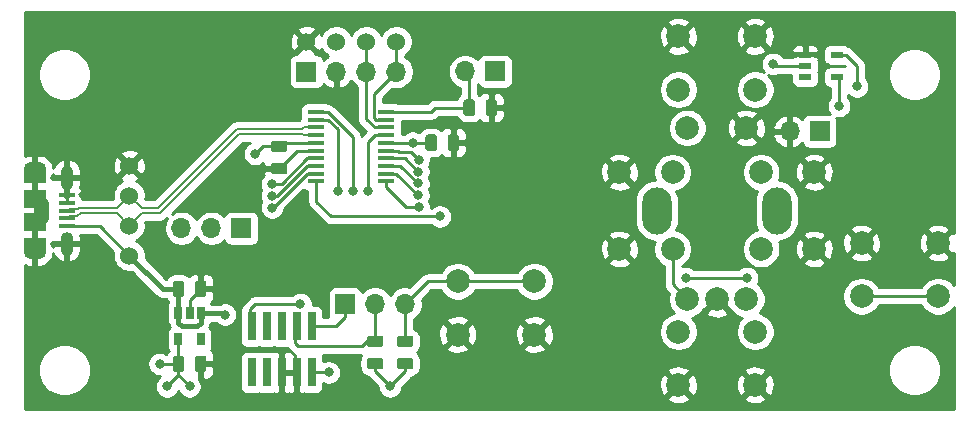
<source format=gbr>
G04 #@! TF.GenerationSoftware,KiCad,Pcbnew,(5.1.5)-3*
G04 #@! TF.CreationDate,2020-04-20T20:53:01-04:00*
G04 #@! TF.ProjectId,V-Naught_Display,562d4e61-7567-4687-945f-446973706c61,rev?*
G04 #@! TF.SameCoordinates,Original*
G04 #@! TF.FileFunction,Copper,L2,Bot*
G04 #@! TF.FilePolarity,Positive*
%FSLAX46Y46*%
G04 Gerber Fmt 4.6, Leading zero omitted, Abs format (unit mm)*
G04 Created by KiCad (PCBNEW (5.1.5)-3) date 2020-04-20 20:53:01*
%MOMM*%
%LPD*%
G04 APERTURE LIST*
%ADD10O,1.100000X2.200000*%
%ADD11O,1.100000X2.000000*%
%ADD12R,1.900000X1.200000*%
%ADD13O,1.900000X1.200000*%
%ADD14R,1.900000X1.500000*%
%ADD15R,1.350000X0.400000*%
%ADD16R,1.050000X0.600000*%
%ADD17C,1.524000*%
%ADD18O,1.700000X1.700000*%
%ADD19R,1.700000X1.700000*%
%ADD20O,2.500000X4.000000*%
%ADD21C,2.000000*%
%ADD22R,0.740000X2.400000*%
%ADD23C,0.100000*%
%ADD24R,1.450000X0.450000*%
%ADD25R,0.650000X1.060000*%
%ADD26C,0.800000*%
%ADD27C,0.250000*%
%ADD28C,0.400000*%
%ADD29C,0.200000*%
%ADD30C,0.254000*%
G04 APERTURE END LIST*
D10*
X87350500Y-67150000D03*
D11*
X89382500Y-69944000D03*
D12*
X86682500Y-70050000D03*
X86682500Y-64250000D03*
D13*
X86682500Y-63650000D03*
X86682500Y-70650000D03*
D14*
X86682500Y-68150000D03*
D11*
X89382500Y-64356000D03*
D15*
X89382500Y-67150000D03*
X89382500Y-66500000D03*
X89382500Y-65850000D03*
X89382500Y-68450000D03*
X89382500Y-67800000D03*
D14*
X86682500Y-66150000D03*
D16*
X151892000Y-55850000D03*
X151892000Y-54900000D03*
X151892000Y-53950000D03*
X154592000Y-53950000D03*
X154592000Y-55850000D03*
D17*
X117280000Y-52850000D03*
X114740000Y-52850000D03*
X112200000Y-52850000D03*
X109660000Y-52850000D03*
D18*
X150575000Y-60445000D03*
D19*
X153115000Y-60445000D03*
D18*
X99090000Y-68650000D03*
X101630000Y-68650000D03*
D19*
X104170000Y-68650000D03*
D20*
X149500000Y-67150000D03*
X139340000Y-67150000D03*
D21*
X146920000Y-60150000D03*
X141920000Y-60150000D03*
X146920000Y-74650000D03*
X144420000Y-74650000D03*
X141920000Y-74650000D03*
D17*
X94670000Y-63340000D03*
X94670000Y-65880000D03*
X94670000Y-68420000D03*
X94670000Y-70960000D03*
D18*
X117280000Y-55390000D03*
X114740000Y-55390000D03*
X112200000Y-55390000D03*
D19*
X109660000Y-55390000D03*
D22*
X105030000Y-76950000D03*
X105030000Y-80850000D03*
X106300000Y-76950000D03*
X106300000Y-80850000D03*
X107570000Y-76950000D03*
X107570000Y-80850000D03*
X108840000Y-76950000D03*
X108840000Y-80850000D03*
X110110000Y-76950000D03*
X110110000Y-80850000D03*
D21*
X163170000Y-69900000D03*
X163170000Y-74400000D03*
X156670000Y-69900000D03*
X156670000Y-74400000D03*
X122475000Y-73145000D03*
X122475000Y-77645000D03*
X128975000Y-73145000D03*
X128975000Y-77645000D03*
G04 #@! TA.AperFunction,SMDPad,CuDef*
D23*
G36*
X115970142Y-77738674D02*
G01*
X115993803Y-77742184D01*
X116017007Y-77747996D01*
X116039529Y-77756054D01*
X116061153Y-77766282D01*
X116081670Y-77778579D01*
X116100883Y-77792829D01*
X116118607Y-77808893D01*
X116134671Y-77826617D01*
X116148921Y-77845830D01*
X116161218Y-77866347D01*
X116171446Y-77887971D01*
X116179504Y-77910493D01*
X116185316Y-77933697D01*
X116188826Y-77957358D01*
X116190000Y-77981250D01*
X116190000Y-78468750D01*
X116188826Y-78492642D01*
X116185316Y-78516303D01*
X116179504Y-78539507D01*
X116171446Y-78562029D01*
X116161218Y-78583653D01*
X116148921Y-78604170D01*
X116134671Y-78623383D01*
X116118607Y-78641107D01*
X116100883Y-78657171D01*
X116081670Y-78671421D01*
X116061153Y-78683718D01*
X116039529Y-78693946D01*
X116017007Y-78702004D01*
X115993803Y-78707816D01*
X115970142Y-78711326D01*
X115946250Y-78712500D01*
X115033750Y-78712500D01*
X115009858Y-78711326D01*
X114986197Y-78707816D01*
X114962993Y-78702004D01*
X114940471Y-78693946D01*
X114918847Y-78683718D01*
X114898330Y-78671421D01*
X114879117Y-78657171D01*
X114861393Y-78641107D01*
X114845329Y-78623383D01*
X114831079Y-78604170D01*
X114818782Y-78583653D01*
X114808554Y-78562029D01*
X114800496Y-78539507D01*
X114794684Y-78516303D01*
X114791174Y-78492642D01*
X114790000Y-78468750D01*
X114790000Y-77981250D01*
X114791174Y-77957358D01*
X114794684Y-77933697D01*
X114800496Y-77910493D01*
X114808554Y-77887971D01*
X114818782Y-77866347D01*
X114831079Y-77845830D01*
X114845329Y-77826617D01*
X114861393Y-77808893D01*
X114879117Y-77792829D01*
X114898330Y-77778579D01*
X114918847Y-77766282D01*
X114940471Y-77756054D01*
X114962993Y-77747996D01*
X114986197Y-77742184D01*
X115009858Y-77738674D01*
X115033750Y-77737500D01*
X115946250Y-77737500D01*
X115970142Y-77738674D01*
G37*
G04 #@! TD.AperFunction*
G04 #@! TA.AperFunction,SMDPad,CuDef*
G36*
X115970142Y-79613674D02*
G01*
X115993803Y-79617184D01*
X116017007Y-79622996D01*
X116039529Y-79631054D01*
X116061153Y-79641282D01*
X116081670Y-79653579D01*
X116100883Y-79667829D01*
X116118607Y-79683893D01*
X116134671Y-79701617D01*
X116148921Y-79720830D01*
X116161218Y-79741347D01*
X116171446Y-79762971D01*
X116179504Y-79785493D01*
X116185316Y-79808697D01*
X116188826Y-79832358D01*
X116190000Y-79856250D01*
X116190000Y-80343750D01*
X116188826Y-80367642D01*
X116185316Y-80391303D01*
X116179504Y-80414507D01*
X116171446Y-80437029D01*
X116161218Y-80458653D01*
X116148921Y-80479170D01*
X116134671Y-80498383D01*
X116118607Y-80516107D01*
X116100883Y-80532171D01*
X116081670Y-80546421D01*
X116061153Y-80558718D01*
X116039529Y-80568946D01*
X116017007Y-80577004D01*
X115993803Y-80582816D01*
X115970142Y-80586326D01*
X115946250Y-80587500D01*
X115033750Y-80587500D01*
X115009858Y-80586326D01*
X114986197Y-80582816D01*
X114962993Y-80577004D01*
X114940471Y-80568946D01*
X114918847Y-80558718D01*
X114898330Y-80546421D01*
X114879117Y-80532171D01*
X114861393Y-80516107D01*
X114845329Y-80498383D01*
X114831079Y-80479170D01*
X114818782Y-80458653D01*
X114808554Y-80437029D01*
X114800496Y-80414507D01*
X114794684Y-80391303D01*
X114791174Y-80367642D01*
X114790000Y-80343750D01*
X114790000Y-79856250D01*
X114791174Y-79832358D01*
X114794684Y-79808697D01*
X114800496Y-79785493D01*
X114808554Y-79762971D01*
X114818782Y-79741347D01*
X114831079Y-79720830D01*
X114845329Y-79701617D01*
X114861393Y-79683893D01*
X114879117Y-79667829D01*
X114898330Y-79653579D01*
X114918847Y-79641282D01*
X114940471Y-79631054D01*
X114962993Y-79622996D01*
X114986197Y-79617184D01*
X115009858Y-79613674D01*
X115033750Y-79612500D01*
X115946250Y-79612500D01*
X115970142Y-79613674D01*
G37*
G04 #@! TD.AperFunction*
G04 #@! TA.AperFunction,SMDPad,CuDef*
G36*
X125597142Y-57739174D02*
G01*
X125620803Y-57742684D01*
X125644007Y-57748496D01*
X125666529Y-57756554D01*
X125688153Y-57766782D01*
X125708670Y-57779079D01*
X125727883Y-57793329D01*
X125745607Y-57809393D01*
X125761671Y-57827117D01*
X125775921Y-57846330D01*
X125788218Y-57866847D01*
X125798446Y-57888471D01*
X125806504Y-57910993D01*
X125812316Y-57934197D01*
X125815826Y-57957858D01*
X125817000Y-57981750D01*
X125817000Y-58894250D01*
X125815826Y-58918142D01*
X125812316Y-58941803D01*
X125806504Y-58965007D01*
X125798446Y-58987529D01*
X125788218Y-59009153D01*
X125775921Y-59029670D01*
X125761671Y-59048883D01*
X125745607Y-59066607D01*
X125727883Y-59082671D01*
X125708670Y-59096921D01*
X125688153Y-59109218D01*
X125666529Y-59119446D01*
X125644007Y-59127504D01*
X125620803Y-59133316D01*
X125597142Y-59136826D01*
X125573250Y-59138000D01*
X125085750Y-59138000D01*
X125061858Y-59136826D01*
X125038197Y-59133316D01*
X125014993Y-59127504D01*
X124992471Y-59119446D01*
X124970847Y-59109218D01*
X124950330Y-59096921D01*
X124931117Y-59082671D01*
X124913393Y-59066607D01*
X124897329Y-59048883D01*
X124883079Y-59029670D01*
X124870782Y-59009153D01*
X124860554Y-58987529D01*
X124852496Y-58965007D01*
X124846684Y-58941803D01*
X124843174Y-58918142D01*
X124842000Y-58894250D01*
X124842000Y-57981750D01*
X124843174Y-57957858D01*
X124846684Y-57934197D01*
X124852496Y-57910993D01*
X124860554Y-57888471D01*
X124870782Y-57866847D01*
X124883079Y-57846330D01*
X124897329Y-57827117D01*
X124913393Y-57809393D01*
X124931117Y-57793329D01*
X124950330Y-57779079D01*
X124970847Y-57766782D01*
X124992471Y-57756554D01*
X125014993Y-57748496D01*
X125038197Y-57742684D01*
X125061858Y-57739174D01*
X125085750Y-57738000D01*
X125573250Y-57738000D01*
X125597142Y-57739174D01*
G37*
G04 #@! TD.AperFunction*
G04 #@! TA.AperFunction,SMDPad,CuDef*
G36*
X123722142Y-57739174D02*
G01*
X123745803Y-57742684D01*
X123769007Y-57748496D01*
X123791529Y-57756554D01*
X123813153Y-57766782D01*
X123833670Y-57779079D01*
X123852883Y-57793329D01*
X123870607Y-57809393D01*
X123886671Y-57827117D01*
X123900921Y-57846330D01*
X123913218Y-57866847D01*
X123923446Y-57888471D01*
X123931504Y-57910993D01*
X123937316Y-57934197D01*
X123940826Y-57957858D01*
X123942000Y-57981750D01*
X123942000Y-58894250D01*
X123940826Y-58918142D01*
X123937316Y-58941803D01*
X123931504Y-58965007D01*
X123923446Y-58987529D01*
X123913218Y-59009153D01*
X123900921Y-59029670D01*
X123886671Y-59048883D01*
X123870607Y-59066607D01*
X123852883Y-59082671D01*
X123833670Y-59096921D01*
X123813153Y-59109218D01*
X123791529Y-59119446D01*
X123769007Y-59127504D01*
X123745803Y-59133316D01*
X123722142Y-59136826D01*
X123698250Y-59138000D01*
X123210750Y-59138000D01*
X123186858Y-59136826D01*
X123163197Y-59133316D01*
X123139993Y-59127504D01*
X123117471Y-59119446D01*
X123095847Y-59109218D01*
X123075330Y-59096921D01*
X123056117Y-59082671D01*
X123038393Y-59066607D01*
X123022329Y-59048883D01*
X123008079Y-59029670D01*
X122995782Y-59009153D01*
X122985554Y-58987529D01*
X122977496Y-58965007D01*
X122971684Y-58941803D01*
X122968174Y-58918142D01*
X122967000Y-58894250D01*
X122967000Y-57981750D01*
X122968174Y-57957858D01*
X122971684Y-57934197D01*
X122977496Y-57910993D01*
X122985554Y-57888471D01*
X122995782Y-57866847D01*
X123008079Y-57846330D01*
X123022329Y-57827117D01*
X123038393Y-57809393D01*
X123056117Y-57793329D01*
X123075330Y-57779079D01*
X123095847Y-57766782D01*
X123117471Y-57756554D01*
X123139993Y-57748496D01*
X123163197Y-57742684D01*
X123186858Y-57739174D01*
X123210750Y-57738000D01*
X123698250Y-57738000D01*
X123722142Y-57739174D01*
G37*
G04 #@! TD.AperFunction*
G04 #@! TA.AperFunction,SMDPad,CuDef*
G36*
X118510142Y-77738674D02*
G01*
X118533803Y-77742184D01*
X118557007Y-77747996D01*
X118579529Y-77756054D01*
X118601153Y-77766282D01*
X118621670Y-77778579D01*
X118640883Y-77792829D01*
X118658607Y-77808893D01*
X118674671Y-77826617D01*
X118688921Y-77845830D01*
X118701218Y-77866347D01*
X118711446Y-77887971D01*
X118719504Y-77910493D01*
X118725316Y-77933697D01*
X118728826Y-77957358D01*
X118730000Y-77981250D01*
X118730000Y-78468750D01*
X118728826Y-78492642D01*
X118725316Y-78516303D01*
X118719504Y-78539507D01*
X118711446Y-78562029D01*
X118701218Y-78583653D01*
X118688921Y-78604170D01*
X118674671Y-78623383D01*
X118658607Y-78641107D01*
X118640883Y-78657171D01*
X118621670Y-78671421D01*
X118601153Y-78683718D01*
X118579529Y-78693946D01*
X118557007Y-78702004D01*
X118533803Y-78707816D01*
X118510142Y-78711326D01*
X118486250Y-78712500D01*
X117573750Y-78712500D01*
X117549858Y-78711326D01*
X117526197Y-78707816D01*
X117502993Y-78702004D01*
X117480471Y-78693946D01*
X117458847Y-78683718D01*
X117438330Y-78671421D01*
X117419117Y-78657171D01*
X117401393Y-78641107D01*
X117385329Y-78623383D01*
X117371079Y-78604170D01*
X117358782Y-78583653D01*
X117348554Y-78562029D01*
X117340496Y-78539507D01*
X117334684Y-78516303D01*
X117331174Y-78492642D01*
X117330000Y-78468750D01*
X117330000Y-77981250D01*
X117331174Y-77957358D01*
X117334684Y-77933697D01*
X117340496Y-77910493D01*
X117348554Y-77887971D01*
X117358782Y-77866347D01*
X117371079Y-77845830D01*
X117385329Y-77826617D01*
X117401393Y-77808893D01*
X117419117Y-77792829D01*
X117438330Y-77778579D01*
X117458847Y-77766282D01*
X117480471Y-77756054D01*
X117502993Y-77747996D01*
X117526197Y-77742184D01*
X117549858Y-77738674D01*
X117573750Y-77737500D01*
X118486250Y-77737500D01*
X118510142Y-77738674D01*
G37*
G04 #@! TD.AperFunction*
G04 #@! TA.AperFunction,SMDPad,CuDef*
G36*
X118510142Y-79613674D02*
G01*
X118533803Y-79617184D01*
X118557007Y-79622996D01*
X118579529Y-79631054D01*
X118601153Y-79641282D01*
X118621670Y-79653579D01*
X118640883Y-79667829D01*
X118658607Y-79683893D01*
X118674671Y-79701617D01*
X118688921Y-79720830D01*
X118701218Y-79741347D01*
X118711446Y-79762971D01*
X118719504Y-79785493D01*
X118725316Y-79808697D01*
X118728826Y-79832358D01*
X118730000Y-79856250D01*
X118730000Y-80343750D01*
X118728826Y-80367642D01*
X118725316Y-80391303D01*
X118719504Y-80414507D01*
X118711446Y-80437029D01*
X118701218Y-80458653D01*
X118688921Y-80479170D01*
X118674671Y-80498383D01*
X118658607Y-80516107D01*
X118640883Y-80532171D01*
X118621670Y-80546421D01*
X118601153Y-80558718D01*
X118579529Y-80568946D01*
X118557007Y-80577004D01*
X118533803Y-80582816D01*
X118510142Y-80586326D01*
X118486250Y-80587500D01*
X117573750Y-80587500D01*
X117549858Y-80586326D01*
X117526197Y-80582816D01*
X117502993Y-80577004D01*
X117480471Y-80568946D01*
X117458847Y-80558718D01*
X117438330Y-80546421D01*
X117419117Y-80532171D01*
X117401393Y-80516107D01*
X117385329Y-80498383D01*
X117371079Y-80479170D01*
X117358782Y-80458653D01*
X117348554Y-80437029D01*
X117340496Y-80414507D01*
X117334684Y-80391303D01*
X117331174Y-80367642D01*
X117330000Y-80343750D01*
X117330000Y-79856250D01*
X117331174Y-79832358D01*
X117334684Y-79808697D01*
X117340496Y-79785493D01*
X117348554Y-79762971D01*
X117358782Y-79741347D01*
X117371079Y-79720830D01*
X117385329Y-79701617D01*
X117401393Y-79683893D01*
X117419117Y-79667829D01*
X117438330Y-79653579D01*
X117458847Y-79641282D01*
X117480471Y-79631054D01*
X117502993Y-79622996D01*
X117526197Y-79617184D01*
X117549858Y-79613674D01*
X117573750Y-79612500D01*
X118486250Y-79612500D01*
X118510142Y-79613674D01*
G37*
G04 #@! TD.AperFunction*
D18*
X123110000Y-55365000D03*
D19*
X125650000Y-55365000D03*
D18*
X118030000Y-75050000D03*
X115490000Y-75050000D03*
D19*
X112950000Y-75050000D03*
D21*
X141170000Y-81900000D03*
X141170000Y-77400000D03*
X147670000Y-81900000D03*
X147670000Y-77400000D03*
X141170000Y-56900000D03*
X141170000Y-52400000D03*
X147670000Y-56900000D03*
X147670000Y-52400000D03*
X152670000Y-70400000D03*
X148170000Y-70400000D03*
X152670000Y-63900000D03*
X148170000Y-63900000D03*
D24*
X116420000Y-58815000D03*
X116420000Y-59465000D03*
X116420000Y-60115000D03*
X116420000Y-60765000D03*
X116420000Y-61415000D03*
X116420000Y-62065000D03*
X116420000Y-62715000D03*
X116420000Y-63365000D03*
X116420000Y-64015000D03*
X116420000Y-64665000D03*
X110520000Y-64665000D03*
X110520000Y-64015000D03*
X110520000Y-63365000D03*
X110520000Y-62715000D03*
X110520000Y-62065000D03*
X110520000Y-61415000D03*
X110520000Y-60765000D03*
X110520000Y-60115000D03*
X110520000Y-59465000D03*
X110520000Y-58815000D03*
D25*
X98825000Y-78055000D03*
X100725000Y-78055000D03*
X100725000Y-75855000D03*
X99775000Y-75855000D03*
X98825000Y-75855000D03*
D21*
X140670000Y-70400000D03*
X136170000Y-70400000D03*
X140670000Y-63900000D03*
X136170000Y-63900000D03*
G04 #@! TA.AperFunction,SMDPad,CuDef*
D23*
G36*
X122375142Y-60701174D02*
G01*
X122398803Y-60704684D01*
X122422007Y-60710496D01*
X122444529Y-60718554D01*
X122466153Y-60728782D01*
X122486670Y-60741079D01*
X122505883Y-60755329D01*
X122523607Y-60771393D01*
X122539671Y-60789117D01*
X122553921Y-60808330D01*
X122566218Y-60828847D01*
X122576446Y-60850471D01*
X122584504Y-60872993D01*
X122590316Y-60896197D01*
X122593826Y-60919858D01*
X122595000Y-60943750D01*
X122595000Y-61856250D01*
X122593826Y-61880142D01*
X122590316Y-61903803D01*
X122584504Y-61927007D01*
X122576446Y-61949529D01*
X122566218Y-61971153D01*
X122553921Y-61991670D01*
X122539671Y-62010883D01*
X122523607Y-62028607D01*
X122505883Y-62044671D01*
X122486670Y-62058921D01*
X122466153Y-62071218D01*
X122444529Y-62081446D01*
X122422007Y-62089504D01*
X122398803Y-62095316D01*
X122375142Y-62098826D01*
X122351250Y-62100000D01*
X121863750Y-62100000D01*
X121839858Y-62098826D01*
X121816197Y-62095316D01*
X121792993Y-62089504D01*
X121770471Y-62081446D01*
X121748847Y-62071218D01*
X121728330Y-62058921D01*
X121709117Y-62044671D01*
X121691393Y-62028607D01*
X121675329Y-62010883D01*
X121661079Y-61991670D01*
X121648782Y-61971153D01*
X121638554Y-61949529D01*
X121630496Y-61927007D01*
X121624684Y-61903803D01*
X121621174Y-61880142D01*
X121620000Y-61856250D01*
X121620000Y-60943750D01*
X121621174Y-60919858D01*
X121624684Y-60896197D01*
X121630496Y-60872993D01*
X121638554Y-60850471D01*
X121648782Y-60828847D01*
X121661079Y-60808330D01*
X121675329Y-60789117D01*
X121691393Y-60771393D01*
X121709117Y-60755329D01*
X121728330Y-60741079D01*
X121748847Y-60728782D01*
X121770471Y-60718554D01*
X121792993Y-60710496D01*
X121816197Y-60704684D01*
X121839858Y-60701174D01*
X121863750Y-60700000D01*
X122351250Y-60700000D01*
X122375142Y-60701174D01*
G37*
G04 #@! TD.AperFunction*
G04 #@! TA.AperFunction,SMDPad,CuDef*
G36*
X120500142Y-60701174D02*
G01*
X120523803Y-60704684D01*
X120547007Y-60710496D01*
X120569529Y-60718554D01*
X120591153Y-60728782D01*
X120611670Y-60741079D01*
X120630883Y-60755329D01*
X120648607Y-60771393D01*
X120664671Y-60789117D01*
X120678921Y-60808330D01*
X120691218Y-60828847D01*
X120701446Y-60850471D01*
X120709504Y-60872993D01*
X120715316Y-60896197D01*
X120718826Y-60919858D01*
X120720000Y-60943750D01*
X120720000Y-61856250D01*
X120718826Y-61880142D01*
X120715316Y-61903803D01*
X120709504Y-61927007D01*
X120701446Y-61949529D01*
X120691218Y-61971153D01*
X120678921Y-61991670D01*
X120664671Y-62010883D01*
X120648607Y-62028607D01*
X120630883Y-62044671D01*
X120611670Y-62058921D01*
X120591153Y-62071218D01*
X120569529Y-62081446D01*
X120547007Y-62089504D01*
X120523803Y-62095316D01*
X120500142Y-62098826D01*
X120476250Y-62100000D01*
X119988750Y-62100000D01*
X119964858Y-62098826D01*
X119941197Y-62095316D01*
X119917993Y-62089504D01*
X119895471Y-62081446D01*
X119873847Y-62071218D01*
X119853330Y-62058921D01*
X119834117Y-62044671D01*
X119816393Y-62028607D01*
X119800329Y-62010883D01*
X119786079Y-61991670D01*
X119773782Y-61971153D01*
X119763554Y-61949529D01*
X119755496Y-61927007D01*
X119749684Y-61903803D01*
X119746174Y-61880142D01*
X119745000Y-61856250D01*
X119745000Y-60943750D01*
X119746174Y-60919858D01*
X119749684Y-60896197D01*
X119755496Y-60872993D01*
X119763554Y-60850471D01*
X119773782Y-60828847D01*
X119786079Y-60808330D01*
X119800329Y-60789117D01*
X119816393Y-60771393D01*
X119834117Y-60755329D01*
X119853330Y-60741079D01*
X119873847Y-60728782D01*
X119895471Y-60718554D01*
X119917993Y-60710496D01*
X119941197Y-60704684D01*
X119964858Y-60701174D01*
X119988750Y-60700000D01*
X120476250Y-60700000D01*
X120500142Y-60701174D01*
G37*
G04 #@! TD.AperFunction*
G04 #@! TA.AperFunction,SMDPad,CuDef*
G36*
X107850142Y-61228674D02*
G01*
X107873803Y-61232184D01*
X107897007Y-61237996D01*
X107919529Y-61246054D01*
X107941153Y-61256282D01*
X107961670Y-61268579D01*
X107980883Y-61282829D01*
X107998607Y-61298893D01*
X108014671Y-61316617D01*
X108028921Y-61335830D01*
X108041218Y-61356347D01*
X108051446Y-61377971D01*
X108059504Y-61400493D01*
X108065316Y-61423697D01*
X108068826Y-61447358D01*
X108070000Y-61471250D01*
X108070000Y-61958750D01*
X108068826Y-61982642D01*
X108065316Y-62006303D01*
X108059504Y-62029507D01*
X108051446Y-62052029D01*
X108041218Y-62073653D01*
X108028921Y-62094170D01*
X108014671Y-62113383D01*
X107998607Y-62131107D01*
X107980883Y-62147171D01*
X107961670Y-62161421D01*
X107941153Y-62173718D01*
X107919529Y-62183946D01*
X107897007Y-62192004D01*
X107873803Y-62197816D01*
X107850142Y-62201326D01*
X107826250Y-62202500D01*
X106913750Y-62202500D01*
X106889858Y-62201326D01*
X106866197Y-62197816D01*
X106842993Y-62192004D01*
X106820471Y-62183946D01*
X106798847Y-62173718D01*
X106778330Y-62161421D01*
X106759117Y-62147171D01*
X106741393Y-62131107D01*
X106725329Y-62113383D01*
X106711079Y-62094170D01*
X106698782Y-62073653D01*
X106688554Y-62052029D01*
X106680496Y-62029507D01*
X106674684Y-62006303D01*
X106671174Y-61982642D01*
X106670000Y-61958750D01*
X106670000Y-61471250D01*
X106671174Y-61447358D01*
X106674684Y-61423697D01*
X106680496Y-61400493D01*
X106688554Y-61377971D01*
X106698782Y-61356347D01*
X106711079Y-61335830D01*
X106725329Y-61316617D01*
X106741393Y-61298893D01*
X106759117Y-61282829D01*
X106778330Y-61268579D01*
X106798847Y-61256282D01*
X106820471Y-61246054D01*
X106842993Y-61237996D01*
X106866197Y-61232184D01*
X106889858Y-61228674D01*
X106913750Y-61227500D01*
X107826250Y-61227500D01*
X107850142Y-61228674D01*
G37*
G04 #@! TD.AperFunction*
G04 #@! TA.AperFunction,SMDPad,CuDef*
G36*
X107850142Y-63103674D02*
G01*
X107873803Y-63107184D01*
X107897007Y-63112996D01*
X107919529Y-63121054D01*
X107941153Y-63131282D01*
X107961670Y-63143579D01*
X107980883Y-63157829D01*
X107998607Y-63173893D01*
X108014671Y-63191617D01*
X108028921Y-63210830D01*
X108041218Y-63231347D01*
X108051446Y-63252971D01*
X108059504Y-63275493D01*
X108065316Y-63298697D01*
X108068826Y-63322358D01*
X108070000Y-63346250D01*
X108070000Y-63833750D01*
X108068826Y-63857642D01*
X108065316Y-63881303D01*
X108059504Y-63904507D01*
X108051446Y-63927029D01*
X108041218Y-63948653D01*
X108028921Y-63969170D01*
X108014671Y-63988383D01*
X107998607Y-64006107D01*
X107980883Y-64022171D01*
X107961670Y-64036421D01*
X107941153Y-64048718D01*
X107919529Y-64058946D01*
X107897007Y-64067004D01*
X107873803Y-64072816D01*
X107850142Y-64076326D01*
X107826250Y-64077500D01*
X106913750Y-64077500D01*
X106889858Y-64076326D01*
X106866197Y-64072816D01*
X106842993Y-64067004D01*
X106820471Y-64058946D01*
X106798847Y-64048718D01*
X106778330Y-64036421D01*
X106759117Y-64022171D01*
X106741393Y-64006107D01*
X106725329Y-63988383D01*
X106711079Y-63969170D01*
X106698782Y-63948653D01*
X106688554Y-63927029D01*
X106680496Y-63904507D01*
X106674684Y-63881303D01*
X106671174Y-63857642D01*
X106670000Y-63833750D01*
X106670000Y-63346250D01*
X106671174Y-63322358D01*
X106674684Y-63298697D01*
X106680496Y-63275493D01*
X106688554Y-63252971D01*
X106698782Y-63231347D01*
X106711079Y-63210830D01*
X106725329Y-63191617D01*
X106741393Y-63173893D01*
X106759117Y-63157829D01*
X106778330Y-63143579D01*
X106798847Y-63131282D01*
X106820471Y-63121054D01*
X106842993Y-63112996D01*
X106866197Y-63107184D01*
X106889858Y-63103674D01*
X106913750Y-63102500D01*
X107826250Y-63102500D01*
X107850142Y-63103674D01*
G37*
G04 #@! TD.AperFunction*
G04 #@! TA.AperFunction,SMDPad,CuDef*
G36*
X100980142Y-79431174D02*
G01*
X101003803Y-79434684D01*
X101027007Y-79440496D01*
X101049529Y-79448554D01*
X101071153Y-79458782D01*
X101091670Y-79471079D01*
X101110883Y-79485329D01*
X101128607Y-79501393D01*
X101144671Y-79519117D01*
X101158921Y-79538330D01*
X101171218Y-79558847D01*
X101181446Y-79580471D01*
X101189504Y-79602993D01*
X101195316Y-79626197D01*
X101198826Y-79649858D01*
X101200000Y-79673750D01*
X101200000Y-80586250D01*
X101198826Y-80610142D01*
X101195316Y-80633803D01*
X101189504Y-80657007D01*
X101181446Y-80679529D01*
X101171218Y-80701153D01*
X101158921Y-80721670D01*
X101144671Y-80740883D01*
X101128607Y-80758607D01*
X101110883Y-80774671D01*
X101091670Y-80788921D01*
X101071153Y-80801218D01*
X101049529Y-80811446D01*
X101027007Y-80819504D01*
X101003803Y-80825316D01*
X100980142Y-80828826D01*
X100956250Y-80830000D01*
X100468750Y-80830000D01*
X100444858Y-80828826D01*
X100421197Y-80825316D01*
X100397993Y-80819504D01*
X100375471Y-80811446D01*
X100353847Y-80801218D01*
X100333330Y-80788921D01*
X100314117Y-80774671D01*
X100296393Y-80758607D01*
X100280329Y-80740883D01*
X100266079Y-80721670D01*
X100253782Y-80701153D01*
X100243554Y-80679529D01*
X100235496Y-80657007D01*
X100229684Y-80633803D01*
X100226174Y-80610142D01*
X100225000Y-80586250D01*
X100225000Y-79673750D01*
X100226174Y-79649858D01*
X100229684Y-79626197D01*
X100235496Y-79602993D01*
X100243554Y-79580471D01*
X100253782Y-79558847D01*
X100266079Y-79538330D01*
X100280329Y-79519117D01*
X100296393Y-79501393D01*
X100314117Y-79485329D01*
X100333330Y-79471079D01*
X100353847Y-79458782D01*
X100375471Y-79448554D01*
X100397993Y-79440496D01*
X100421197Y-79434684D01*
X100444858Y-79431174D01*
X100468750Y-79430000D01*
X100956250Y-79430000D01*
X100980142Y-79431174D01*
G37*
G04 #@! TD.AperFunction*
G04 #@! TA.AperFunction,SMDPad,CuDef*
G36*
X99105142Y-79431174D02*
G01*
X99128803Y-79434684D01*
X99152007Y-79440496D01*
X99174529Y-79448554D01*
X99196153Y-79458782D01*
X99216670Y-79471079D01*
X99235883Y-79485329D01*
X99253607Y-79501393D01*
X99269671Y-79519117D01*
X99283921Y-79538330D01*
X99296218Y-79558847D01*
X99306446Y-79580471D01*
X99314504Y-79602993D01*
X99320316Y-79626197D01*
X99323826Y-79649858D01*
X99325000Y-79673750D01*
X99325000Y-80586250D01*
X99323826Y-80610142D01*
X99320316Y-80633803D01*
X99314504Y-80657007D01*
X99306446Y-80679529D01*
X99296218Y-80701153D01*
X99283921Y-80721670D01*
X99269671Y-80740883D01*
X99253607Y-80758607D01*
X99235883Y-80774671D01*
X99216670Y-80788921D01*
X99196153Y-80801218D01*
X99174529Y-80811446D01*
X99152007Y-80819504D01*
X99128803Y-80825316D01*
X99105142Y-80828826D01*
X99081250Y-80830000D01*
X98593750Y-80830000D01*
X98569858Y-80828826D01*
X98546197Y-80825316D01*
X98522993Y-80819504D01*
X98500471Y-80811446D01*
X98478847Y-80801218D01*
X98458330Y-80788921D01*
X98439117Y-80774671D01*
X98421393Y-80758607D01*
X98405329Y-80740883D01*
X98391079Y-80721670D01*
X98378782Y-80701153D01*
X98368554Y-80679529D01*
X98360496Y-80657007D01*
X98354684Y-80633803D01*
X98351174Y-80610142D01*
X98350000Y-80586250D01*
X98350000Y-79673750D01*
X98351174Y-79649858D01*
X98354684Y-79626197D01*
X98360496Y-79602993D01*
X98368554Y-79580471D01*
X98378782Y-79558847D01*
X98391079Y-79538330D01*
X98405329Y-79519117D01*
X98421393Y-79501393D01*
X98439117Y-79485329D01*
X98458330Y-79471079D01*
X98478847Y-79458782D01*
X98500471Y-79448554D01*
X98522993Y-79440496D01*
X98546197Y-79434684D01*
X98569858Y-79431174D01*
X98593750Y-79430000D01*
X99081250Y-79430000D01*
X99105142Y-79431174D01*
G37*
G04 #@! TD.AperFunction*
G04 #@! TA.AperFunction,SMDPad,CuDef*
G36*
X99105142Y-73081174D02*
G01*
X99128803Y-73084684D01*
X99152007Y-73090496D01*
X99174529Y-73098554D01*
X99196153Y-73108782D01*
X99216670Y-73121079D01*
X99235883Y-73135329D01*
X99253607Y-73151393D01*
X99269671Y-73169117D01*
X99283921Y-73188330D01*
X99296218Y-73208847D01*
X99306446Y-73230471D01*
X99314504Y-73252993D01*
X99320316Y-73276197D01*
X99323826Y-73299858D01*
X99325000Y-73323750D01*
X99325000Y-74236250D01*
X99323826Y-74260142D01*
X99320316Y-74283803D01*
X99314504Y-74307007D01*
X99306446Y-74329529D01*
X99296218Y-74351153D01*
X99283921Y-74371670D01*
X99269671Y-74390883D01*
X99253607Y-74408607D01*
X99235883Y-74424671D01*
X99216670Y-74438921D01*
X99196153Y-74451218D01*
X99174529Y-74461446D01*
X99152007Y-74469504D01*
X99128803Y-74475316D01*
X99105142Y-74478826D01*
X99081250Y-74480000D01*
X98593750Y-74480000D01*
X98569858Y-74478826D01*
X98546197Y-74475316D01*
X98522993Y-74469504D01*
X98500471Y-74461446D01*
X98478847Y-74451218D01*
X98458330Y-74438921D01*
X98439117Y-74424671D01*
X98421393Y-74408607D01*
X98405329Y-74390883D01*
X98391079Y-74371670D01*
X98378782Y-74351153D01*
X98368554Y-74329529D01*
X98360496Y-74307007D01*
X98354684Y-74283803D01*
X98351174Y-74260142D01*
X98350000Y-74236250D01*
X98350000Y-73323750D01*
X98351174Y-73299858D01*
X98354684Y-73276197D01*
X98360496Y-73252993D01*
X98368554Y-73230471D01*
X98378782Y-73208847D01*
X98391079Y-73188330D01*
X98405329Y-73169117D01*
X98421393Y-73151393D01*
X98439117Y-73135329D01*
X98458330Y-73121079D01*
X98478847Y-73108782D01*
X98500471Y-73098554D01*
X98522993Y-73090496D01*
X98546197Y-73084684D01*
X98569858Y-73081174D01*
X98593750Y-73080000D01*
X99081250Y-73080000D01*
X99105142Y-73081174D01*
G37*
G04 #@! TD.AperFunction*
G04 #@! TA.AperFunction,SMDPad,CuDef*
G36*
X100980142Y-73081174D02*
G01*
X101003803Y-73084684D01*
X101027007Y-73090496D01*
X101049529Y-73098554D01*
X101071153Y-73108782D01*
X101091670Y-73121079D01*
X101110883Y-73135329D01*
X101128607Y-73151393D01*
X101144671Y-73169117D01*
X101158921Y-73188330D01*
X101171218Y-73208847D01*
X101181446Y-73230471D01*
X101189504Y-73252993D01*
X101195316Y-73276197D01*
X101198826Y-73299858D01*
X101200000Y-73323750D01*
X101200000Y-74236250D01*
X101198826Y-74260142D01*
X101195316Y-74283803D01*
X101189504Y-74307007D01*
X101181446Y-74329529D01*
X101171218Y-74351153D01*
X101158921Y-74371670D01*
X101144671Y-74390883D01*
X101128607Y-74408607D01*
X101110883Y-74424671D01*
X101091670Y-74438921D01*
X101071153Y-74451218D01*
X101049529Y-74461446D01*
X101027007Y-74469504D01*
X101003803Y-74475316D01*
X100980142Y-74478826D01*
X100956250Y-74480000D01*
X100468750Y-74480000D01*
X100444858Y-74478826D01*
X100421197Y-74475316D01*
X100397993Y-74469504D01*
X100375471Y-74461446D01*
X100353847Y-74451218D01*
X100333330Y-74438921D01*
X100314117Y-74424671D01*
X100296393Y-74408607D01*
X100280329Y-74390883D01*
X100266079Y-74371670D01*
X100253782Y-74351153D01*
X100243554Y-74329529D01*
X100235496Y-74307007D01*
X100229684Y-74283803D01*
X100226174Y-74260142D01*
X100225000Y-74236250D01*
X100225000Y-73323750D01*
X100226174Y-73299858D01*
X100229684Y-73276197D01*
X100235496Y-73252993D01*
X100243554Y-73230471D01*
X100253782Y-73208847D01*
X100266079Y-73188330D01*
X100280329Y-73169117D01*
X100296393Y-73151393D01*
X100314117Y-73135329D01*
X100333330Y-73121079D01*
X100353847Y-73108782D01*
X100375471Y-73098554D01*
X100397993Y-73090496D01*
X100421197Y-73084684D01*
X100444858Y-73081174D01*
X100468750Y-73080000D01*
X100956250Y-73080000D01*
X100980142Y-73081174D01*
G37*
G04 #@! TD.AperFunction*
D26*
X161370000Y-62350000D03*
X163275000Y-62350000D03*
X151718000Y-52698000D03*
X102775000Y-75955000D03*
X154766000Y-58286000D03*
X118670000Y-61400000D03*
X116760000Y-82035000D03*
X105330000Y-62350000D03*
X111570000Y-80850000D03*
X97235000Y-80130000D03*
X99775000Y-82035000D03*
X97870000Y-82035000D03*
X119160000Y-63850000D03*
X119170000Y-66850000D03*
X119160000Y-65850000D03*
X119160000Y-64850000D03*
X113585000Y-65525000D03*
X112315000Y-65525000D03*
X156290000Y-56635000D03*
X120970000Y-67650000D03*
X141770000Y-72850000D03*
X146970000Y-72850000D03*
X119177942Y-62842636D03*
X149178000Y-54730000D03*
X114855000Y-65525000D03*
X109170000Y-75050000D03*
X106760000Y-64890000D03*
X106760000Y-65890003D03*
X106760000Y-66890006D03*
D27*
X108895000Y-62065000D02*
X107370000Y-63590000D01*
X110520000Y-62065000D02*
X108895000Y-62065000D01*
X108700000Y-79400000D02*
X108150000Y-78850000D01*
X108700000Y-80850000D02*
X108700000Y-79400000D01*
X108150000Y-78850000D02*
X106170000Y-78850000D01*
X89382500Y-66500000D02*
X89382500Y-64650000D01*
X99775000Y-74717500D02*
X100712500Y-73780000D01*
X99775000Y-75855000D02*
X99775000Y-74717500D01*
X151892000Y-53950000D02*
X151892000Y-52872000D01*
X151892000Y-52872000D02*
X151718000Y-52698000D01*
X86682500Y-67818000D02*
X87350500Y-67150000D01*
X86682500Y-68150000D02*
X86682500Y-67818000D01*
X86682500Y-66482000D02*
X87350500Y-67150000D01*
X86682500Y-66150000D02*
X86682500Y-66482000D01*
X86682500Y-64250000D02*
X86682500Y-70650000D01*
D28*
X102675000Y-75855000D02*
X102775000Y-75955000D01*
X100725000Y-75855000D02*
X102675000Y-75855000D01*
X100410000Y-76955000D02*
X100725000Y-76640000D01*
X98825000Y-75855000D02*
X98825000Y-76640000D01*
X98825000Y-76640000D02*
X99140000Y-76955000D01*
X99140000Y-76955000D02*
X100410000Y-76955000D01*
X100725000Y-76640000D02*
X100725000Y-75855000D01*
D27*
X92160000Y-68450000D02*
X94670000Y-70960000D01*
X89382500Y-68450000D02*
X92160000Y-68450000D01*
D28*
X98825000Y-73792500D02*
X98837500Y-73780000D01*
X98825000Y-75855000D02*
X98825000Y-73792500D01*
X97490000Y-73780000D02*
X94670000Y-70960000D01*
X98837500Y-73780000D02*
X97490000Y-73780000D01*
D27*
X154766000Y-56024000D02*
X154592000Y-55850000D01*
X154766000Y-58286000D02*
X154766000Y-56024000D01*
X116435000Y-61400000D02*
X116420000Y-61415000D01*
X120232500Y-61400000D02*
X118670000Y-61400000D01*
X118670000Y-61400000D02*
X116435000Y-61400000D01*
X118030000Y-80100000D02*
X118030000Y-80765000D01*
X118030000Y-80765000D02*
X116760000Y-82035000D01*
X115490000Y-80765000D02*
X116760000Y-82035000D01*
X115490000Y-80100000D02*
X115490000Y-80765000D01*
X116760000Y-82035000D02*
X116760000Y-82035000D01*
X107670000Y-61415000D02*
X107370000Y-61715000D01*
X110520000Y-61415000D02*
X107670000Y-61415000D01*
X107370000Y-61715000D02*
X105965000Y-61715000D01*
X105965000Y-61715000D02*
X105330000Y-62350000D01*
X109970000Y-80850000D02*
X111570000Y-80850000D01*
X98825000Y-80117500D02*
X98837500Y-80130000D01*
X98825000Y-78055000D02*
X98825000Y-80117500D01*
X98837500Y-80130000D02*
X97235000Y-80130000D01*
X98837500Y-80130000D02*
X98837500Y-81097500D01*
X98837500Y-81097500D02*
X99775000Y-82035000D01*
X98837500Y-81097500D02*
X98807500Y-81097500D01*
X98807500Y-81097500D02*
X97870000Y-82035000D01*
D29*
X89396103Y-67150000D02*
X89546102Y-67000001D01*
X89546102Y-67000001D02*
X90297501Y-67000001D01*
X90297501Y-67000001D02*
X90372502Y-66925000D01*
X89382500Y-67150000D02*
X89396103Y-67150000D01*
X93625000Y-66925000D02*
X94670000Y-65880000D01*
X90372502Y-66925000D02*
X93625000Y-66925000D01*
X94670000Y-65880000D02*
X95715000Y-66925000D01*
X95715000Y-66925000D02*
X97076800Y-66925000D01*
X103786800Y-60215000D02*
X109332499Y-60215000D01*
X97076800Y-66925000D02*
X103786800Y-60215000D01*
X109432499Y-60115000D02*
X110520000Y-60115000D01*
X109332499Y-60215000D02*
X109432499Y-60115000D01*
X90558885Y-67375000D02*
X93625000Y-67375000D01*
X93625000Y-67375000D02*
X94670000Y-68420000D01*
X90283884Y-67650001D02*
X90558885Y-67375000D01*
X89382500Y-67800000D02*
X89532499Y-67650001D01*
X89532499Y-67650001D02*
X90283884Y-67650001D01*
X95715000Y-67375000D02*
X97263200Y-67375000D01*
X94670000Y-68420000D02*
X95715000Y-67375000D01*
X109432499Y-60765000D02*
X110520000Y-60765000D01*
X103973200Y-60665000D02*
X109332499Y-60665000D01*
X109332499Y-60665000D02*
X109432499Y-60765000D01*
X97263200Y-67375000D02*
X103973200Y-60665000D01*
D27*
X115369999Y-57300001D02*
X117280000Y-55390000D01*
X116420000Y-59465000D02*
X115534998Y-59465000D01*
X115369999Y-59300001D02*
X115369999Y-57300001D01*
X115534998Y-59465000D02*
X115369999Y-59300001D01*
X117280000Y-54312370D02*
X117280000Y-52850000D01*
X117280000Y-55390000D02*
X117280000Y-54312370D01*
X114740000Y-53927630D02*
X114740000Y-52850000D01*
X114740000Y-59410000D02*
X114740000Y-53927630D01*
X115445000Y-60115000D02*
X114740000Y-59410000D01*
X116420000Y-60115000D02*
X115445000Y-60115000D01*
X116420000Y-62715000D02*
X118025000Y-62715000D01*
X118025000Y-62715000D02*
X119160000Y-63850000D01*
X116420000Y-64665000D02*
X116420000Y-65140000D01*
X116420000Y-65140000D02*
X118130003Y-66850003D01*
X118130006Y-66850000D02*
X119170000Y-66850000D01*
X118130003Y-66850003D02*
X118130006Y-66850000D01*
X119086998Y-65850000D02*
X119160000Y-65850000D01*
X116420000Y-64015000D02*
X117251998Y-64015000D01*
X117251998Y-64015000D02*
X119086998Y-65850000D01*
X140670000Y-73400000D02*
X141920000Y-74650000D01*
X140670000Y-70400000D02*
X140670000Y-73400000D01*
X116420000Y-63365000D02*
X117601998Y-63365000D01*
X119086998Y-64850000D02*
X119160000Y-64850000D01*
X117601998Y-63365000D02*
X119086998Y-64850000D01*
X115490000Y-78225000D02*
X115490000Y-75050000D01*
X113585000Y-60905000D02*
X113585000Y-65525000D01*
X110520000Y-58815000D02*
X111495000Y-58815000D01*
X111495000Y-58815000D02*
X113585000Y-60905000D01*
X108700000Y-76950000D02*
X108700000Y-78400000D01*
X108700000Y-78400000D02*
X108950000Y-78650000D01*
X114365000Y-78650000D02*
X108950000Y-78650000D01*
X114790000Y-78225000D02*
X114365000Y-78650000D01*
X115490000Y-78225000D02*
X114790000Y-78225000D01*
X112315000Y-60285000D02*
X112315000Y-65525000D01*
X110520000Y-59465000D02*
X111495000Y-59465000D01*
X111495000Y-59465000D02*
X112315000Y-60285000D01*
X112950000Y-76150000D02*
X112950000Y-75050000D01*
X112150000Y-76950000D02*
X112950000Y-76150000D01*
X109970000Y-76950000D02*
X112150000Y-76950000D01*
X116420000Y-58815000D02*
X120205000Y-58815000D01*
X120582000Y-58438000D02*
X123454500Y-58438000D01*
X120205000Y-58815000D02*
X120582000Y-58438000D01*
X123454500Y-55709500D02*
X123110000Y-55365000D01*
X123454500Y-58438000D02*
X123454500Y-55709500D01*
X155367000Y-53950000D02*
X154592000Y-53950000D01*
X156290000Y-54873000D02*
X155367000Y-53950000D01*
X156290000Y-56635000D02*
X156290000Y-54873000D01*
X110520000Y-66400000D02*
X110520000Y-64665000D01*
X111770000Y-67650000D02*
X120970000Y-67650000D01*
X110520000Y-66400000D02*
X111770000Y-67650000D01*
X146970000Y-72850000D02*
X141770000Y-72850000D01*
X163170000Y-74400000D02*
X156670000Y-74400000D01*
X119177942Y-62842636D02*
X118485306Y-62150000D01*
X117395000Y-62065000D02*
X116420000Y-62065000D01*
X117480000Y-62150000D02*
X117395000Y-62065000D01*
X118485306Y-62150000D02*
X117480000Y-62150000D01*
X151892000Y-54900000D02*
X149348000Y-54900000D01*
X149348000Y-54900000D02*
X149178000Y-54730000D01*
X118030000Y-78225000D02*
X118030000Y-75050000D01*
X128975000Y-73145000D02*
X122475000Y-73145000D01*
X119935000Y-73145000D02*
X118030000Y-75050000D01*
X122475000Y-73145000D02*
X119935000Y-73145000D01*
X114855000Y-61355000D02*
X114855000Y-65525000D01*
X116420000Y-60765000D02*
X115445000Y-60765000D01*
X115445000Y-60765000D02*
X114855000Y-61355000D01*
X104890000Y-75500000D02*
X104890000Y-76950000D01*
X109170000Y-75050000D02*
X105340000Y-75050000D01*
X105340000Y-75050000D02*
X104890000Y-75500000D01*
X107574350Y-64890000D02*
X106760000Y-64890000D01*
X110520000Y-62715000D02*
X109749350Y-62715000D01*
X109749350Y-62715000D02*
X107574350Y-64890000D01*
X107210757Y-65890003D02*
X106760000Y-65890003D01*
X110520000Y-63365000D02*
X109735760Y-63365000D01*
X109735760Y-63365000D02*
X107210757Y-65890003D01*
X106847164Y-66890006D02*
X106760000Y-66890006D01*
X110520000Y-64015000D02*
X109722170Y-64015000D01*
X109722170Y-64015000D02*
X106847164Y-66890006D01*
D30*
G36*
X164510001Y-69018292D02*
G01*
X164305413Y-68944192D01*
X163349605Y-69900000D01*
X164305413Y-70855808D01*
X164510001Y-70781708D01*
X164510001Y-73462531D01*
X164439987Y-73357748D01*
X164212252Y-73130013D01*
X163944463Y-72951082D01*
X163646912Y-72827832D01*
X163331033Y-72765000D01*
X163008967Y-72765000D01*
X162693088Y-72827832D01*
X162395537Y-72951082D01*
X162127748Y-73130013D01*
X161900013Y-73357748D01*
X161721082Y-73625537D01*
X161715091Y-73640000D01*
X158124909Y-73640000D01*
X158118918Y-73625537D01*
X157939987Y-73357748D01*
X157712252Y-73130013D01*
X157444463Y-72951082D01*
X157146912Y-72827832D01*
X156831033Y-72765000D01*
X156508967Y-72765000D01*
X156193088Y-72827832D01*
X155895537Y-72951082D01*
X155627748Y-73130013D01*
X155400013Y-73357748D01*
X155221082Y-73625537D01*
X155097832Y-73923088D01*
X155035000Y-74238967D01*
X155035000Y-74561033D01*
X155097832Y-74876912D01*
X155221082Y-75174463D01*
X155400013Y-75442252D01*
X155627748Y-75669987D01*
X155895537Y-75848918D01*
X156193088Y-75972168D01*
X156508967Y-76035000D01*
X156831033Y-76035000D01*
X157146912Y-75972168D01*
X157444463Y-75848918D01*
X157712252Y-75669987D01*
X157939987Y-75442252D01*
X158118918Y-75174463D01*
X158124909Y-75160000D01*
X161715091Y-75160000D01*
X161721082Y-75174463D01*
X161900013Y-75442252D01*
X162127748Y-75669987D01*
X162395537Y-75848918D01*
X162693088Y-75972168D01*
X163008967Y-76035000D01*
X163331033Y-76035000D01*
X163646912Y-75972168D01*
X163944463Y-75848918D01*
X164212252Y-75669987D01*
X164439987Y-75442252D01*
X164510001Y-75337469D01*
X164510001Y-83990000D01*
X85830000Y-83990000D01*
X85830000Y-80429872D01*
X86935000Y-80429872D01*
X86935000Y-80870128D01*
X87020890Y-81301925D01*
X87189369Y-81708669D01*
X87433962Y-82074729D01*
X87745271Y-82386038D01*
X88111331Y-82630631D01*
X88518075Y-82799110D01*
X88949872Y-82885000D01*
X89390128Y-82885000D01*
X89821925Y-82799110D01*
X90228669Y-82630631D01*
X90594729Y-82386038D01*
X90906038Y-82074729D01*
X91150631Y-81708669D01*
X91319110Y-81301925D01*
X91405000Y-80870128D01*
X91405000Y-80429872D01*
X91319110Y-79998075D01*
X91150631Y-79591331D01*
X90906038Y-79225271D01*
X90594729Y-78913962D01*
X90228669Y-78669369D01*
X89821925Y-78500890D01*
X89390128Y-78415000D01*
X88949872Y-78415000D01*
X88518075Y-78500890D01*
X88111331Y-78669369D01*
X87745271Y-78913962D01*
X87433962Y-79225271D01*
X87189369Y-79591331D01*
X87020890Y-79998075D01*
X86935000Y-80429872D01*
X85830000Y-80429872D01*
X85830000Y-71779053D01*
X85967004Y-71836493D01*
X86205500Y-71885000D01*
X86555500Y-71885000D01*
X86555500Y-68581643D01*
X86602381Y-68627725D01*
X86797746Y-68755850D01*
X86809500Y-68760601D01*
X86809500Y-71885000D01*
X87159500Y-71885000D01*
X87397996Y-71836493D01*
X87622446Y-71742390D01*
X87824225Y-71606307D01*
X87995578Y-71433474D01*
X88129921Y-71230533D01*
X88222091Y-71005282D01*
X88225962Y-70967609D01*
X88202179Y-70931265D01*
X88222002Y-70894180D01*
X88257158Y-70778287D01*
X88336304Y-70964813D01*
X88467766Y-71157948D01*
X88634381Y-71321725D01*
X88829746Y-71449850D01*
X89046353Y-71537399D01*
X89072756Y-71537803D01*
X89255500Y-71412361D01*
X89255500Y-70071000D01*
X89509500Y-70071000D01*
X89509500Y-71412361D01*
X89692244Y-71537803D01*
X89718647Y-71537399D01*
X89935254Y-71449850D01*
X90130619Y-71321725D01*
X90297234Y-71157948D01*
X90428696Y-70964813D01*
X90519954Y-70749742D01*
X90567500Y-70521000D01*
X90567500Y-70071000D01*
X89509500Y-70071000D01*
X89255500Y-70071000D01*
X88197500Y-70071000D01*
X88197500Y-70234621D01*
X88129921Y-70069467D01*
X88032963Y-69923000D01*
X88108750Y-69923000D01*
X88214750Y-69817000D01*
X89255500Y-69817000D01*
X89255500Y-69797000D01*
X89509500Y-69797000D01*
X89509500Y-69817000D01*
X90567500Y-69817000D01*
X90567500Y-69367000D01*
X90534866Y-69210000D01*
X91845199Y-69210000D01*
X93303628Y-70668430D01*
X93273000Y-70822408D01*
X93273000Y-71097592D01*
X93326686Y-71367490D01*
X93431995Y-71621727D01*
X93584880Y-71850535D01*
X93779465Y-72045120D01*
X94008273Y-72198005D01*
X94262510Y-72303314D01*
X94532408Y-72357000D01*
X94807592Y-72357000D01*
X94873102Y-72343969D01*
X96870559Y-74341427D01*
X96896709Y-74373291D01*
X97023854Y-74477636D01*
X97168913Y-74555172D01*
X97326311Y-74602918D01*
X97448981Y-74615000D01*
X97448983Y-74615000D01*
X97489999Y-74619040D01*
X97531015Y-74615000D01*
X97801124Y-74615000D01*
X97860542Y-74726164D01*
X97970208Y-74859792D01*
X97990000Y-74876035D01*
X97990000Y-74945481D01*
X97969463Y-74970506D01*
X97910498Y-75080820D01*
X97874188Y-75200518D01*
X97861928Y-75325000D01*
X97861928Y-76385000D01*
X97874188Y-76509482D01*
X97910498Y-76629180D01*
X97969463Y-76739494D01*
X97999346Y-76775906D01*
X98002082Y-76803688D01*
X98049828Y-76961086D01*
X98091402Y-77038865D01*
X98048815Y-77073815D01*
X97969463Y-77170506D01*
X97910498Y-77280820D01*
X97874188Y-77400518D01*
X97861928Y-77525000D01*
X97861928Y-78585000D01*
X97874188Y-78709482D01*
X97910498Y-78829180D01*
X97969463Y-78939494D01*
X98024056Y-79006016D01*
X97970208Y-79050208D01*
X97860542Y-79183836D01*
X97813535Y-79271781D01*
X97725256Y-79212795D01*
X97536898Y-79134774D01*
X97336939Y-79095000D01*
X97133061Y-79095000D01*
X96933102Y-79134774D01*
X96744744Y-79212795D01*
X96575226Y-79326063D01*
X96431063Y-79470226D01*
X96317795Y-79639744D01*
X96239774Y-79828102D01*
X96200000Y-80028061D01*
X96200000Y-80231939D01*
X96239774Y-80431898D01*
X96317795Y-80620256D01*
X96431063Y-80789774D01*
X96575226Y-80933937D01*
X96744744Y-81047205D01*
X96933102Y-81125226D01*
X97133061Y-81165000D01*
X97309097Y-81165000D01*
X97210226Y-81231063D01*
X97066063Y-81375226D01*
X96952795Y-81544744D01*
X96874774Y-81733102D01*
X96835000Y-81933061D01*
X96835000Y-82136939D01*
X96874774Y-82336898D01*
X96952795Y-82525256D01*
X97066063Y-82694774D01*
X97210226Y-82838937D01*
X97379744Y-82952205D01*
X97568102Y-83030226D01*
X97768061Y-83070000D01*
X97971939Y-83070000D01*
X98171898Y-83030226D01*
X98360256Y-82952205D01*
X98529774Y-82838937D01*
X98673937Y-82694774D01*
X98787205Y-82525256D01*
X98822500Y-82440047D01*
X98857795Y-82525256D01*
X98971063Y-82694774D01*
X99115226Y-82838937D01*
X99284744Y-82952205D01*
X99473102Y-83030226D01*
X99673061Y-83070000D01*
X99876939Y-83070000D01*
X100076898Y-83030226D01*
X100265256Y-82952205D01*
X100434774Y-82838937D01*
X100578937Y-82694774D01*
X100692205Y-82525256D01*
X100770226Y-82336898D01*
X100810000Y-82136939D01*
X100810000Y-81933061D01*
X100770226Y-81733102D01*
X100692205Y-81544744D01*
X100578937Y-81375226D01*
X100547731Y-81344020D01*
X100585500Y-81306250D01*
X100585500Y-80257000D01*
X100839500Y-80257000D01*
X100839500Y-81306250D01*
X100998250Y-81465000D01*
X101200000Y-81468072D01*
X101324482Y-81455812D01*
X101444180Y-81419502D01*
X101554494Y-81360537D01*
X101651185Y-81281185D01*
X101730537Y-81184494D01*
X101789502Y-81074180D01*
X101825812Y-80954482D01*
X101838072Y-80830000D01*
X101835000Y-80415750D01*
X101676250Y-80257000D01*
X100839500Y-80257000D01*
X100585500Y-80257000D01*
X100565500Y-80257000D01*
X100565500Y-80003000D01*
X100585500Y-80003000D01*
X100585500Y-79983000D01*
X100839500Y-79983000D01*
X100839500Y-80003000D01*
X101676250Y-80003000D01*
X101835000Y-79844250D01*
X101836440Y-79650000D01*
X104021928Y-79650000D01*
X104021928Y-82050000D01*
X104034188Y-82174482D01*
X104070498Y-82294180D01*
X104129463Y-82404494D01*
X104208815Y-82501185D01*
X104305506Y-82580537D01*
X104415820Y-82639502D01*
X104535518Y-82675812D01*
X104660000Y-82688072D01*
X105400000Y-82688072D01*
X105524482Y-82675812D01*
X105644180Y-82639502D01*
X105665000Y-82628373D01*
X105685820Y-82639502D01*
X105805518Y-82675812D01*
X105930000Y-82688072D01*
X106670000Y-82688072D01*
X106794482Y-82675812D01*
X106914180Y-82639502D01*
X106935000Y-82628373D01*
X106955820Y-82639502D01*
X107075518Y-82675812D01*
X107200000Y-82688072D01*
X107284250Y-82685000D01*
X107443000Y-82526250D01*
X107443000Y-80977000D01*
X107697000Y-80977000D01*
X107697000Y-82526250D01*
X107855750Y-82685000D01*
X107940000Y-82688072D01*
X108064482Y-82675812D01*
X108184180Y-82639502D01*
X108205000Y-82628373D01*
X108225820Y-82639502D01*
X108345518Y-82675812D01*
X108470000Y-82688072D01*
X108554250Y-82685000D01*
X108713000Y-82526250D01*
X108713000Y-80977000D01*
X107697000Y-80977000D01*
X107443000Y-80977000D01*
X107423000Y-80977000D01*
X107423000Y-80723000D01*
X107443000Y-80723000D01*
X107443000Y-79173750D01*
X107284250Y-79015000D01*
X107200000Y-79011928D01*
X107075518Y-79024188D01*
X106955820Y-79060498D01*
X106935000Y-79071627D01*
X106914180Y-79060498D01*
X106794482Y-79024188D01*
X106670000Y-79011928D01*
X105930000Y-79011928D01*
X105805518Y-79024188D01*
X105685820Y-79060498D01*
X105665000Y-79071627D01*
X105644180Y-79060498D01*
X105524482Y-79024188D01*
X105400000Y-79011928D01*
X104660000Y-79011928D01*
X104535518Y-79024188D01*
X104415820Y-79060498D01*
X104305506Y-79119463D01*
X104208815Y-79198815D01*
X104129463Y-79295506D01*
X104070498Y-79405820D01*
X104034188Y-79525518D01*
X104021928Y-79650000D01*
X101836440Y-79650000D01*
X101838072Y-79430000D01*
X101825812Y-79305518D01*
X101789502Y-79185820D01*
X101730537Y-79075506D01*
X101651185Y-78978815D01*
X101587469Y-78926525D01*
X101639502Y-78829180D01*
X101675812Y-78709482D01*
X101688072Y-78585000D01*
X101688072Y-77525000D01*
X101675812Y-77400518D01*
X101639502Y-77280820D01*
X101580537Y-77170506D01*
X101501185Y-77073815D01*
X101458598Y-77038865D01*
X101500172Y-76961087D01*
X101547918Y-76803689D01*
X101550654Y-76775906D01*
X101580537Y-76739494D01*
X101606993Y-76690000D01*
X102046289Y-76690000D01*
X102115226Y-76758937D01*
X102284744Y-76872205D01*
X102473102Y-76950226D01*
X102673061Y-76990000D01*
X102876939Y-76990000D01*
X103076898Y-76950226D01*
X103265256Y-76872205D01*
X103434774Y-76758937D01*
X103578937Y-76614774D01*
X103692205Y-76445256D01*
X103770226Y-76256898D01*
X103810000Y-76056939D01*
X103810000Y-75853061D01*
X103789501Y-75750000D01*
X104021928Y-75750000D01*
X104021928Y-78150000D01*
X104034188Y-78274482D01*
X104070498Y-78394180D01*
X104129463Y-78504494D01*
X104208815Y-78601185D01*
X104305506Y-78680537D01*
X104415820Y-78739502D01*
X104535518Y-78775812D01*
X104660000Y-78788072D01*
X105400000Y-78788072D01*
X105524482Y-78775812D01*
X105644180Y-78739502D01*
X105665000Y-78728373D01*
X105685820Y-78739502D01*
X105805518Y-78775812D01*
X105930000Y-78788072D01*
X106670000Y-78788072D01*
X106794482Y-78775812D01*
X106914180Y-78739502D01*
X106935000Y-78728373D01*
X106955820Y-78739502D01*
X107075518Y-78775812D01*
X107200000Y-78788072D01*
X107940000Y-78788072D01*
X108040390Y-78778185D01*
X108065026Y-78824276D01*
X108126731Y-78899463D01*
X108160000Y-78940001D01*
X108188997Y-78963798D01*
X108271761Y-79046562D01*
X108225820Y-79060498D01*
X108205000Y-79071627D01*
X108184180Y-79060498D01*
X108064482Y-79024188D01*
X107940000Y-79011928D01*
X107855750Y-79015000D01*
X107697000Y-79173750D01*
X107697000Y-80723000D01*
X108713000Y-80723000D01*
X108713000Y-80703000D01*
X108967000Y-80703000D01*
X108967000Y-80723000D01*
X108987000Y-80723000D01*
X108987000Y-80977000D01*
X108967000Y-80977000D01*
X108967000Y-82526250D01*
X109125750Y-82685000D01*
X109210000Y-82688072D01*
X109334482Y-82675812D01*
X109454180Y-82639502D01*
X109475000Y-82628373D01*
X109495820Y-82639502D01*
X109615518Y-82675812D01*
X109740000Y-82688072D01*
X110480000Y-82688072D01*
X110604482Y-82675812D01*
X110724180Y-82639502D01*
X110834494Y-82580537D01*
X110931185Y-82501185D01*
X111010537Y-82404494D01*
X111069502Y-82294180D01*
X111105812Y-82174482D01*
X111118072Y-82050000D01*
X111118072Y-81783081D01*
X111268102Y-81845226D01*
X111468061Y-81885000D01*
X111671939Y-81885000D01*
X111871898Y-81845226D01*
X112060256Y-81767205D01*
X112229774Y-81653937D01*
X112373937Y-81509774D01*
X112487205Y-81340256D01*
X112565226Y-81151898D01*
X112605000Y-80951939D01*
X112605000Y-80748061D01*
X112565226Y-80548102D01*
X112487205Y-80359744D01*
X112373937Y-80190226D01*
X112229774Y-80046063D01*
X112060256Y-79932795D01*
X111871898Y-79854774D01*
X111671939Y-79815000D01*
X111468061Y-79815000D01*
X111268102Y-79854774D01*
X111118072Y-79916919D01*
X111118072Y-79650000D01*
X111105812Y-79525518D01*
X111070770Y-79410000D01*
X114277203Y-79410000D01*
X114219053Y-79518791D01*
X114168872Y-79684215D01*
X114151928Y-79856250D01*
X114151928Y-80343750D01*
X114168872Y-80515785D01*
X114219053Y-80681209D01*
X114300542Y-80833664D01*
X114410208Y-80967292D01*
X114543836Y-81076958D01*
X114696291Y-81158447D01*
X114861715Y-81208628D01*
X114871716Y-81209613D01*
X114925379Y-81275000D01*
X114950000Y-81305001D01*
X114978998Y-81328799D01*
X115725000Y-82074802D01*
X115725000Y-82136939D01*
X115764774Y-82336898D01*
X115842795Y-82525256D01*
X115956063Y-82694774D01*
X116100226Y-82838937D01*
X116269744Y-82952205D01*
X116458102Y-83030226D01*
X116658061Y-83070000D01*
X116861939Y-83070000D01*
X117035820Y-83035413D01*
X140214192Y-83035413D01*
X140309956Y-83299814D01*
X140599571Y-83440704D01*
X140911108Y-83522384D01*
X141232595Y-83541718D01*
X141551675Y-83497961D01*
X141856088Y-83392795D01*
X142030044Y-83299814D01*
X142125808Y-83035413D01*
X146714192Y-83035413D01*
X146809956Y-83299814D01*
X147099571Y-83440704D01*
X147411108Y-83522384D01*
X147732595Y-83541718D01*
X148051675Y-83497961D01*
X148356088Y-83392795D01*
X148530044Y-83299814D01*
X148625808Y-83035413D01*
X147670000Y-82079605D01*
X146714192Y-83035413D01*
X142125808Y-83035413D01*
X141170000Y-82079605D01*
X140214192Y-83035413D01*
X117035820Y-83035413D01*
X117061898Y-83030226D01*
X117250256Y-82952205D01*
X117419774Y-82838937D01*
X117563937Y-82694774D01*
X117677205Y-82525256D01*
X117755226Y-82336898D01*
X117795000Y-82136939D01*
X117795000Y-82074801D01*
X117907206Y-81962595D01*
X139528282Y-81962595D01*
X139572039Y-82281675D01*
X139677205Y-82586088D01*
X139770186Y-82760044D01*
X140034587Y-82855808D01*
X140990395Y-81900000D01*
X141349605Y-81900000D01*
X142305413Y-82855808D01*
X142569814Y-82760044D01*
X142710704Y-82470429D01*
X142792384Y-82158892D01*
X142804189Y-81962595D01*
X146028282Y-81962595D01*
X146072039Y-82281675D01*
X146177205Y-82586088D01*
X146270186Y-82760044D01*
X146534587Y-82855808D01*
X147490395Y-81900000D01*
X147849605Y-81900000D01*
X148805413Y-82855808D01*
X149069814Y-82760044D01*
X149210704Y-82470429D01*
X149292384Y-82158892D01*
X149311718Y-81837405D01*
X149267961Y-81518325D01*
X149162795Y-81213912D01*
X149069814Y-81039956D01*
X148805413Y-80944192D01*
X147849605Y-81900000D01*
X147490395Y-81900000D01*
X146534587Y-80944192D01*
X146270186Y-81039956D01*
X146129296Y-81329571D01*
X146047616Y-81641108D01*
X146028282Y-81962595D01*
X142804189Y-81962595D01*
X142811718Y-81837405D01*
X142767961Y-81518325D01*
X142662795Y-81213912D01*
X142569814Y-81039956D01*
X142305413Y-80944192D01*
X141349605Y-81900000D01*
X140990395Y-81900000D01*
X140034587Y-80944192D01*
X139770186Y-81039956D01*
X139629296Y-81329571D01*
X139547616Y-81641108D01*
X139528282Y-81962595D01*
X117907206Y-81962595D01*
X118541003Y-81328799D01*
X118570001Y-81305001D01*
X118648284Y-81209613D01*
X118658285Y-81208628D01*
X118823709Y-81158447D01*
X118976164Y-81076958D01*
X119109792Y-80967292D01*
X119219458Y-80833664D01*
X119256380Y-80764587D01*
X140214192Y-80764587D01*
X141170000Y-81720395D01*
X142125808Y-80764587D01*
X146714192Y-80764587D01*
X147670000Y-81720395D01*
X148625808Y-80764587D01*
X148530044Y-80500186D01*
X148385506Y-80429872D01*
X158935000Y-80429872D01*
X158935000Y-80870128D01*
X159020890Y-81301925D01*
X159189369Y-81708669D01*
X159433962Y-82074729D01*
X159745271Y-82386038D01*
X160111331Y-82630631D01*
X160518075Y-82799110D01*
X160949872Y-82885000D01*
X161390128Y-82885000D01*
X161821925Y-82799110D01*
X162228669Y-82630631D01*
X162594729Y-82386038D01*
X162906038Y-82074729D01*
X163150631Y-81708669D01*
X163319110Y-81301925D01*
X163405000Y-80870128D01*
X163405000Y-80429872D01*
X163319110Y-79998075D01*
X163150631Y-79591331D01*
X162906038Y-79225271D01*
X162594729Y-78913962D01*
X162228669Y-78669369D01*
X161821925Y-78500890D01*
X161390128Y-78415000D01*
X160949872Y-78415000D01*
X160518075Y-78500890D01*
X160111331Y-78669369D01*
X159745271Y-78913962D01*
X159433962Y-79225271D01*
X159189369Y-79591331D01*
X159020890Y-79998075D01*
X158935000Y-80429872D01*
X148385506Y-80429872D01*
X148240429Y-80359296D01*
X147928892Y-80277616D01*
X147607405Y-80258282D01*
X147288325Y-80302039D01*
X146983912Y-80407205D01*
X146809956Y-80500186D01*
X146714192Y-80764587D01*
X142125808Y-80764587D01*
X142030044Y-80500186D01*
X141740429Y-80359296D01*
X141428892Y-80277616D01*
X141107405Y-80258282D01*
X140788325Y-80302039D01*
X140483912Y-80407205D01*
X140309956Y-80500186D01*
X140214192Y-80764587D01*
X119256380Y-80764587D01*
X119300947Y-80681209D01*
X119351128Y-80515785D01*
X119368072Y-80343750D01*
X119368072Y-79856250D01*
X119351128Y-79684215D01*
X119300947Y-79518791D01*
X119219458Y-79366336D01*
X119109792Y-79232708D01*
X119024244Y-79162500D01*
X119109792Y-79092292D01*
X119219458Y-78958664D01*
X119300947Y-78806209D01*
X119308772Y-78780413D01*
X121519192Y-78780413D01*
X121614956Y-79044814D01*
X121904571Y-79185704D01*
X122216108Y-79267384D01*
X122537595Y-79286718D01*
X122856675Y-79242961D01*
X123161088Y-79137795D01*
X123335044Y-79044814D01*
X123430808Y-78780413D01*
X128019192Y-78780413D01*
X128114956Y-79044814D01*
X128404571Y-79185704D01*
X128716108Y-79267384D01*
X129037595Y-79286718D01*
X129356675Y-79242961D01*
X129661088Y-79137795D01*
X129835044Y-79044814D01*
X129930808Y-78780413D01*
X128975000Y-77824605D01*
X128019192Y-78780413D01*
X123430808Y-78780413D01*
X122475000Y-77824605D01*
X121519192Y-78780413D01*
X119308772Y-78780413D01*
X119351128Y-78640785D01*
X119368072Y-78468750D01*
X119368072Y-77981250D01*
X119351128Y-77809215D01*
X119320302Y-77707595D01*
X120833282Y-77707595D01*
X120877039Y-78026675D01*
X120982205Y-78331088D01*
X121075186Y-78505044D01*
X121339587Y-78600808D01*
X122295395Y-77645000D01*
X122654605Y-77645000D01*
X123610413Y-78600808D01*
X123874814Y-78505044D01*
X124015704Y-78215429D01*
X124097384Y-77903892D01*
X124109189Y-77707595D01*
X127333282Y-77707595D01*
X127377039Y-78026675D01*
X127482205Y-78331088D01*
X127575186Y-78505044D01*
X127839587Y-78600808D01*
X128795395Y-77645000D01*
X129154605Y-77645000D01*
X130110413Y-78600808D01*
X130374814Y-78505044D01*
X130515704Y-78215429D01*
X130597384Y-77903892D01*
X130616718Y-77582405D01*
X130572961Y-77263325D01*
X130467795Y-76958912D01*
X130374814Y-76784956D01*
X130110413Y-76689192D01*
X129154605Y-77645000D01*
X128795395Y-77645000D01*
X127839587Y-76689192D01*
X127575186Y-76784956D01*
X127434296Y-77074571D01*
X127352616Y-77386108D01*
X127333282Y-77707595D01*
X124109189Y-77707595D01*
X124116718Y-77582405D01*
X124072961Y-77263325D01*
X123967795Y-76958912D01*
X123874814Y-76784956D01*
X123610413Y-76689192D01*
X122654605Y-77645000D01*
X122295395Y-77645000D01*
X121339587Y-76689192D01*
X121075186Y-76784956D01*
X120934296Y-77074571D01*
X120852616Y-77386108D01*
X120833282Y-77707595D01*
X119320302Y-77707595D01*
X119300947Y-77643791D01*
X119219458Y-77491336D01*
X119109792Y-77357708D01*
X118976164Y-77248042D01*
X118823709Y-77166553D01*
X118790000Y-77156327D01*
X118790000Y-76509587D01*
X121519192Y-76509587D01*
X122475000Y-77465395D01*
X123430808Y-76509587D01*
X128019192Y-76509587D01*
X128975000Y-77465395D01*
X129930808Y-76509587D01*
X129835044Y-76245186D01*
X129545429Y-76104296D01*
X129233892Y-76022616D01*
X128912405Y-76003282D01*
X128593325Y-76047039D01*
X128288912Y-76152205D01*
X128114956Y-76245186D01*
X128019192Y-76509587D01*
X123430808Y-76509587D01*
X123335044Y-76245186D01*
X123045429Y-76104296D01*
X122733892Y-76022616D01*
X122412405Y-76003282D01*
X122093325Y-76047039D01*
X121788912Y-76152205D01*
X121614956Y-76245186D01*
X121519192Y-76509587D01*
X118790000Y-76509587D01*
X118790000Y-76328178D01*
X118976632Y-76203475D01*
X119183475Y-75996632D01*
X119345990Y-75753411D01*
X119457932Y-75483158D01*
X119515000Y-75196260D01*
X119515000Y-74903740D01*
X119471209Y-74683592D01*
X120249802Y-73905000D01*
X121020091Y-73905000D01*
X121026082Y-73919463D01*
X121205013Y-74187252D01*
X121432748Y-74414987D01*
X121700537Y-74593918D01*
X121998088Y-74717168D01*
X122313967Y-74780000D01*
X122636033Y-74780000D01*
X122951912Y-74717168D01*
X123249463Y-74593918D01*
X123517252Y-74414987D01*
X123744987Y-74187252D01*
X123923918Y-73919463D01*
X123929909Y-73905000D01*
X127520091Y-73905000D01*
X127526082Y-73919463D01*
X127705013Y-74187252D01*
X127932748Y-74414987D01*
X128200537Y-74593918D01*
X128498088Y-74717168D01*
X128813967Y-74780000D01*
X129136033Y-74780000D01*
X129451912Y-74717168D01*
X129749463Y-74593918D01*
X130017252Y-74414987D01*
X130244987Y-74187252D01*
X130423918Y-73919463D01*
X130547168Y-73621912D01*
X130610000Y-73306033D01*
X130610000Y-72983967D01*
X130547168Y-72668088D01*
X130423918Y-72370537D01*
X130244987Y-72102748D01*
X130017252Y-71875013D01*
X129749463Y-71696082D01*
X129451912Y-71572832D01*
X129263794Y-71535413D01*
X135214192Y-71535413D01*
X135309956Y-71799814D01*
X135599571Y-71940704D01*
X135911108Y-72022384D01*
X136232595Y-72041718D01*
X136551675Y-71997961D01*
X136856088Y-71892795D01*
X137030044Y-71799814D01*
X137125808Y-71535413D01*
X136170000Y-70579605D01*
X135214192Y-71535413D01*
X129263794Y-71535413D01*
X129136033Y-71510000D01*
X128813967Y-71510000D01*
X128498088Y-71572832D01*
X128200537Y-71696082D01*
X127932748Y-71875013D01*
X127705013Y-72102748D01*
X127526082Y-72370537D01*
X127520091Y-72385000D01*
X123929909Y-72385000D01*
X123923918Y-72370537D01*
X123744987Y-72102748D01*
X123517252Y-71875013D01*
X123249463Y-71696082D01*
X122951912Y-71572832D01*
X122636033Y-71510000D01*
X122313967Y-71510000D01*
X121998088Y-71572832D01*
X121700537Y-71696082D01*
X121432748Y-71875013D01*
X121205013Y-72102748D01*
X121026082Y-72370537D01*
X121020091Y-72385000D01*
X119972323Y-72385000D01*
X119935000Y-72381324D01*
X119897677Y-72385000D01*
X119897667Y-72385000D01*
X119786014Y-72395997D01*
X119642753Y-72439454D01*
X119510724Y-72510026D01*
X119394999Y-72604999D01*
X119371201Y-72633997D01*
X118396408Y-73608791D01*
X118176260Y-73565000D01*
X117883740Y-73565000D01*
X117596842Y-73622068D01*
X117326589Y-73734010D01*
X117083368Y-73896525D01*
X116876525Y-74103368D01*
X116760000Y-74277760D01*
X116643475Y-74103368D01*
X116436632Y-73896525D01*
X116193411Y-73734010D01*
X115923158Y-73622068D01*
X115636260Y-73565000D01*
X115343740Y-73565000D01*
X115056842Y-73622068D01*
X114786589Y-73734010D01*
X114543368Y-73896525D01*
X114411513Y-74028380D01*
X114389502Y-73955820D01*
X114330537Y-73845506D01*
X114251185Y-73748815D01*
X114154494Y-73669463D01*
X114044180Y-73610498D01*
X113924482Y-73574188D01*
X113800000Y-73561928D01*
X112100000Y-73561928D01*
X111975518Y-73574188D01*
X111855820Y-73610498D01*
X111745506Y-73669463D01*
X111648815Y-73748815D01*
X111569463Y-73845506D01*
X111510498Y-73955820D01*
X111474188Y-74075518D01*
X111461928Y-74200000D01*
X111461928Y-75900000D01*
X111474188Y-76024482D01*
X111510498Y-76144180D01*
X111534990Y-76190000D01*
X111118072Y-76190000D01*
X111118072Y-75750000D01*
X111105812Y-75625518D01*
X111069502Y-75505820D01*
X111010537Y-75395506D01*
X110931185Y-75298815D01*
X110834494Y-75219463D01*
X110724180Y-75160498D01*
X110604482Y-75124188D01*
X110480000Y-75111928D01*
X110205000Y-75111928D01*
X110205000Y-74948061D01*
X110165226Y-74748102D01*
X110087205Y-74559744D01*
X109973937Y-74390226D01*
X109829774Y-74246063D01*
X109660256Y-74132795D01*
X109471898Y-74054774D01*
X109271939Y-74015000D01*
X109068061Y-74015000D01*
X108868102Y-74054774D01*
X108679744Y-74132795D01*
X108510226Y-74246063D01*
X108466289Y-74290000D01*
X105377322Y-74290000D01*
X105339999Y-74286324D01*
X105302676Y-74290000D01*
X105302667Y-74290000D01*
X105191014Y-74300997D01*
X105057725Y-74341429D01*
X105047753Y-74344454D01*
X104915723Y-74415026D01*
X104873146Y-74449969D01*
X104799999Y-74509999D01*
X104776196Y-74539003D01*
X104379003Y-74936196D01*
X104349999Y-74959999D01*
X104300758Y-75020000D01*
X104255026Y-75075724D01*
X104214756Y-75151063D01*
X104184454Y-75207754D01*
X104140997Y-75351015D01*
X104137590Y-75385603D01*
X104129463Y-75395506D01*
X104070498Y-75505820D01*
X104034188Y-75625518D01*
X104021928Y-75750000D01*
X103789501Y-75750000D01*
X103770226Y-75653102D01*
X103692205Y-75464744D01*
X103578937Y-75295226D01*
X103434774Y-75151063D01*
X103265256Y-75037795D01*
X103076898Y-74959774D01*
X102876939Y-74920000D01*
X102673061Y-74920000D01*
X102473102Y-74959774D01*
X102327705Y-75020000D01*
X101606993Y-75020000D01*
X101587469Y-74983475D01*
X101651185Y-74931185D01*
X101730537Y-74834494D01*
X101789502Y-74724180D01*
X101825812Y-74604482D01*
X101838072Y-74480000D01*
X101835000Y-74065750D01*
X101676250Y-73907000D01*
X100839500Y-73907000D01*
X100839500Y-73927000D01*
X100585500Y-73927000D01*
X100585500Y-73907000D01*
X100565500Y-73907000D01*
X100565500Y-73653000D01*
X100585500Y-73653000D01*
X100585500Y-72603750D01*
X100839500Y-72603750D01*
X100839500Y-73653000D01*
X101676250Y-73653000D01*
X101835000Y-73494250D01*
X101838072Y-73080000D01*
X101825812Y-72955518D01*
X101789502Y-72835820D01*
X101730537Y-72725506D01*
X101651185Y-72628815D01*
X101554494Y-72549463D01*
X101444180Y-72490498D01*
X101324482Y-72454188D01*
X101200000Y-72441928D01*
X100998250Y-72445000D01*
X100839500Y-72603750D01*
X100585500Y-72603750D01*
X100426750Y-72445000D01*
X100225000Y-72441928D01*
X100100518Y-72454188D01*
X99980820Y-72490498D01*
X99870506Y-72549463D01*
X99773815Y-72628815D01*
X99710008Y-72706564D01*
X99704792Y-72700208D01*
X99571164Y-72590542D01*
X99418709Y-72509053D01*
X99253285Y-72458872D01*
X99081250Y-72441928D01*
X98593750Y-72441928D01*
X98421715Y-72458872D01*
X98256291Y-72509053D01*
X98103836Y-72590542D01*
X97970208Y-72700208D01*
X97860542Y-72833836D01*
X97813226Y-72922358D01*
X96053969Y-71163102D01*
X96067000Y-71097592D01*
X96067000Y-70822408D01*
X96013314Y-70552510D01*
X95976070Y-70462595D01*
X134528282Y-70462595D01*
X134572039Y-70781675D01*
X134677205Y-71086088D01*
X134770186Y-71260044D01*
X135034587Y-71355808D01*
X135990395Y-70400000D01*
X136349605Y-70400000D01*
X137305413Y-71355808D01*
X137569814Y-71260044D01*
X137710704Y-70970429D01*
X137792384Y-70658892D01*
X137811718Y-70337405D01*
X137767961Y-70018325D01*
X137662795Y-69713912D01*
X137569814Y-69539956D01*
X137305413Y-69444192D01*
X136349605Y-70400000D01*
X135990395Y-70400000D01*
X135034587Y-69444192D01*
X134770186Y-69539956D01*
X134629296Y-69829571D01*
X134547616Y-70141108D01*
X134528282Y-70462595D01*
X95976070Y-70462595D01*
X95908005Y-70298273D01*
X95755120Y-70069465D01*
X95560535Y-69874880D01*
X95331727Y-69721995D01*
X95254485Y-69690000D01*
X95331727Y-69658005D01*
X95560535Y-69505120D01*
X95755120Y-69310535D01*
X95908005Y-69081727D01*
X96013314Y-68827490D01*
X96067000Y-68557592D01*
X96067000Y-68282408D01*
X96032706Y-68110000D01*
X97227095Y-68110000D01*
X97263200Y-68113556D01*
X97299305Y-68110000D01*
X97407285Y-68099365D01*
X97545833Y-68057337D01*
X97673520Y-67989087D01*
X97785438Y-67897238D01*
X97808459Y-67869187D01*
X97860503Y-67817143D01*
X97774010Y-67946589D01*
X97662068Y-68216842D01*
X97605000Y-68503740D01*
X97605000Y-68796260D01*
X97662068Y-69083158D01*
X97774010Y-69353411D01*
X97936525Y-69596632D01*
X98143368Y-69803475D01*
X98386589Y-69965990D01*
X98656842Y-70077932D01*
X98943740Y-70135000D01*
X99236260Y-70135000D01*
X99523158Y-70077932D01*
X99793411Y-69965990D01*
X100036632Y-69803475D01*
X100243475Y-69596632D01*
X100360000Y-69422240D01*
X100476525Y-69596632D01*
X100683368Y-69803475D01*
X100926589Y-69965990D01*
X101196842Y-70077932D01*
X101483740Y-70135000D01*
X101776260Y-70135000D01*
X102063158Y-70077932D01*
X102333411Y-69965990D01*
X102576632Y-69803475D01*
X102708487Y-69671620D01*
X102730498Y-69744180D01*
X102789463Y-69854494D01*
X102868815Y-69951185D01*
X102965506Y-70030537D01*
X103075820Y-70089502D01*
X103195518Y-70125812D01*
X103320000Y-70138072D01*
X105020000Y-70138072D01*
X105144482Y-70125812D01*
X105264180Y-70089502D01*
X105374494Y-70030537D01*
X105471185Y-69951185D01*
X105550537Y-69854494D01*
X105609502Y-69744180D01*
X105645812Y-69624482D01*
X105658072Y-69500000D01*
X105658072Y-69264587D01*
X135214192Y-69264587D01*
X136170000Y-70220395D01*
X137125808Y-69264587D01*
X137030044Y-69000186D01*
X136740429Y-68859296D01*
X136428892Y-68777616D01*
X136107405Y-68758282D01*
X135788325Y-68802039D01*
X135483912Y-68907205D01*
X135309956Y-69000186D01*
X135214192Y-69264587D01*
X105658072Y-69264587D01*
X105658072Y-67800000D01*
X105645812Y-67675518D01*
X105609502Y-67555820D01*
X105550537Y-67445506D01*
X105471185Y-67348815D01*
X105374494Y-67269463D01*
X105264180Y-67210498D01*
X105144482Y-67174188D01*
X105020000Y-67161928D01*
X103320000Y-67161928D01*
X103195518Y-67174188D01*
X103075820Y-67210498D01*
X102965506Y-67269463D01*
X102868815Y-67348815D01*
X102789463Y-67445506D01*
X102730498Y-67555820D01*
X102708487Y-67628380D01*
X102576632Y-67496525D01*
X102333411Y-67334010D01*
X102063158Y-67222068D01*
X101776260Y-67165000D01*
X101483740Y-67165000D01*
X101196842Y-67222068D01*
X100926589Y-67334010D01*
X100683368Y-67496525D01*
X100476525Y-67703368D01*
X100360000Y-67877760D01*
X100243475Y-67703368D01*
X100036632Y-67496525D01*
X99793411Y-67334010D01*
X99523158Y-67222068D01*
X99236260Y-67165000D01*
X98943740Y-67165000D01*
X98656842Y-67222068D01*
X98386589Y-67334010D01*
X98257143Y-67420503D01*
X104277647Y-61400000D01*
X104918918Y-61400000D01*
X104839744Y-61432795D01*
X104670226Y-61546063D01*
X104526063Y-61690226D01*
X104412795Y-61859744D01*
X104334774Y-62048102D01*
X104295000Y-62248061D01*
X104295000Y-62451939D01*
X104334774Y-62651898D01*
X104412795Y-62840256D01*
X104526063Y-63009774D01*
X104670226Y-63153937D01*
X104839744Y-63267205D01*
X105028102Y-63345226D01*
X105228061Y-63385000D01*
X105431939Y-63385000D01*
X105631898Y-63345226D01*
X105820256Y-63267205D01*
X105989774Y-63153937D01*
X106032067Y-63111644D01*
X106035000Y-63304250D01*
X106193750Y-63463000D01*
X107243000Y-63463000D01*
X107243000Y-63443000D01*
X107497000Y-63443000D01*
X107497000Y-63463000D01*
X107517000Y-63463000D01*
X107517000Y-63717000D01*
X107497000Y-63717000D01*
X107497000Y-63737000D01*
X107243000Y-63737000D01*
X107243000Y-63717000D01*
X106193750Y-63717000D01*
X106035000Y-63875750D01*
X106031928Y-64077500D01*
X106038819Y-64147470D01*
X105956063Y-64230226D01*
X105842795Y-64399744D01*
X105764774Y-64588102D01*
X105725000Y-64788061D01*
X105725000Y-64991939D01*
X105764774Y-65191898D01*
X105842795Y-65380256D01*
X105849307Y-65390002D01*
X105842795Y-65399747D01*
X105764774Y-65588105D01*
X105725000Y-65788064D01*
X105725000Y-65991942D01*
X105764774Y-66191901D01*
X105842795Y-66380259D01*
X105849307Y-66390005D01*
X105842795Y-66399750D01*
X105764774Y-66588108D01*
X105725000Y-66788067D01*
X105725000Y-66991945D01*
X105764774Y-67191904D01*
X105842795Y-67380262D01*
X105956063Y-67549780D01*
X106100226Y-67693943D01*
X106269744Y-67807211D01*
X106458102Y-67885232D01*
X106658061Y-67925006D01*
X106861939Y-67925006D01*
X107061898Y-67885232D01*
X107250256Y-67807211D01*
X107419774Y-67693943D01*
X107563937Y-67549780D01*
X107677205Y-67380262D01*
X107755226Y-67191904D01*
X107788786Y-67023185D01*
X109413554Y-65398418D01*
X109440506Y-65420537D01*
X109550820Y-65479502D01*
X109670518Y-65515812D01*
X109760001Y-65524625D01*
X109760000Y-66362677D01*
X109756324Y-66400000D01*
X109760000Y-66437322D01*
X109760000Y-66437332D01*
X109770997Y-66548985D01*
X109803087Y-66654774D01*
X109814454Y-66692246D01*
X109885026Y-66824276D01*
X109906139Y-66850002D01*
X109979999Y-66940001D01*
X110009003Y-66963804D01*
X111206201Y-68161003D01*
X111229999Y-68190001D01*
X111258997Y-68213799D01*
X111345723Y-68284974D01*
X111458496Y-68345253D01*
X111477753Y-68355546D01*
X111621014Y-68399003D01*
X111732667Y-68410000D01*
X111732677Y-68410000D01*
X111770000Y-68413676D01*
X111807323Y-68410000D01*
X120266289Y-68410000D01*
X120310226Y-68453937D01*
X120479744Y-68567205D01*
X120668102Y-68645226D01*
X120868061Y-68685000D01*
X121071939Y-68685000D01*
X121271898Y-68645226D01*
X121460256Y-68567205D01*
X121629774Y-68453937D01*
X121773937Y-68309774D01*
X121887205Y-68140256D01*
X121965226Y-67951898D01*
X122005000Y-67751939D01*
X122005000Y-67548061D01*
X121965226Y-67348102D01*
X121887205Y-67159744D01*
X121773937Y-66990226D01*
X121629774Y-66846063D01*
X121460256Y-66732795D01*
X121271898Y-66654774D01*
X121071939Y-66615000D01*
X120868061Y-66615000D01*
X120668102Y-66654774D01*
X120479744Y-66732795D01*
X120310226Y-66846063D01*
X120266289Y-66890000D01*
X120205000Y-66890000D01*
X120205000Y-66748061D01*
X120165226Y-66548102D01*
X120087205Y-66359744D01*
X120075694Y-66342517D01*
X120077205Y-66340256D01*
X120090812Y-66307404D01*
X137455000Y-66307404D01*
X137455000Y-67992597D01*
X137482275Y-68269524D01*
X137590062Y-68624848D01*
X137765098Y-68952317D01*
X138000656Y-69239345D01*
X138287684Y-69474903D01*
X138615153Y-69649939D01*
X138970477Y-69757725D01*
X139158651Y-69776259D01*
X139097832Y-69923088D01*
X139035000Y-70238967D01*
X139035000Y-70561033D01*
X139097832Y-70876912D01*
X139221082Y-71174463D01*
X139400013Y-71442252D01*
X139627748Y-71669987D01*
X139895537Y-71848918D01*
X139910000Y-71854909D01*
X139910001Y-73362668D01*
X139906324Y-73400000D01*
X139910001Y-73437333D01*
X139912127Y-73458913D01*
X139920998Y-73548985D01*
X139964454Y-73692246D01*
X140035026Y-73824276D01*
X140092250Y-73894003D01*
X140130000Y-73940001D01*
X140158998Y-73963799D01*
X140353823Y-74158624D01*
X140347832Y-74173088D01*
X140285000Y-74488967D01*
X140285000Y-74811033D01*
X140347832Y-75126912D01*
X140471082Y-75424463D01*
X140650013Y-75692252D01*
X140770245Y-75812484D01*
X140693088Y-75827832D01*
X140395537Y-75951082D01*
X140127748Y-76130013D01*
X139900013Y-76357748D01*
X139721082Y-76625537D01*
X139597832Y-76923088D01*
X139535000Y-77238967D01*
X139535000Y-77561033D01*
X139597832Y-77876912D01*
X139721082Y-78174463D01*
X139900013Y-78442252D01*
X140127748Y-78669987D01*
X140395537Y-78848918D01*
X140693088Y-78972168D01*
X141008967Y-79035000D01*
X141331033Y-79035000D01*
X141646912Y-78972168D01*
X141944463Y-78848918D01*
X142212252Y-78669987D01*
X142439987Y-78442252D01*
X142618918Y-78174463D01*
X142742168Y-77876912D01*
X142805000Y-77561033D01*
X142805000Y-77238967D01*
X142742168Y-76923088D01*
X142618918Y-76625537D01*
X142439987Y-76357748D01*
X142319755Y-76237516D01*
X142396912Y-76222168D01*
X142694463Y-76098918D01*
X142962252Y-75919987D01*
X143096826Y-75785413D01*
X143464192Y-75785413D01*
X143559956Y-76049814D01*
X143849571Y-76190704D01*
X144161108Y-76272384D01*
X144482595Y-76291718D01*
X144801675Y-76247961D01*
X145106088Y-76142795D01*
X145280044Y-76049814D01*
X145375808Y-75785413D01*
X144420000Y-74829605D01*
X143464192Y-75785413D01*
X143096826Y-75785413D01*
X143189987Y-75692252D01*
X143254925Y-75595065D01*
X143284587Y-75605808D01*
X144240395Y-74650000D01*
X144226253Y-74635858D01*
X144405858Y-74456253D01*
X144420000Y-74470395D01*
X144434143Y-74456253D01*
X144613748Y-74635858D01*
X144599605Y-74650000D01*
X145555413Y-75605808D01*
X145585075Y-75595065D01*
X145650013Y-75692252D01*
X145877748Y-75919987D01*
X146145537Y-76098918D01*
X146443088Y-76222168D01*
X146520245Y-76237516D01*
X146400013Y-76357748D01*
X146221082Y-76625537D01*
X146097832Y-76923088D01*
X146035000Y-77238967D01*
X146035000Y-77561033D01*
X146097832Y-77876912D01*
X146221082Y-78174463D01*
X146400013Y-78442252D01*
X146627748Y-78669987D01*
X146895537Y-78848918D01*
X147193088Y-78972168D01*
X147508967Y-79035000D01*
X147831033Y-79035000D01*
X148146912Y-78972168D01*
X148444463Y-78848918D01*
X148712252Y-78669987D01*
X148939987Y-78442252D01*
X149118918Y-78174463D01*
X149242168Y-77876912D01*
X149305000Y-77561033D01*
X149305000Y-77238967D01*
X149242168Y-76923088D01*
X149118918Y-76625537D01*
X148939987Y-76357748D01*
X148712252Y-76130013D01*
X148444463Y-75951082D01*
X148146912Y-75827832D01*
X148069755Y-75812484D01*
X148189987Y-75692252D01*
X148368918Y-75424463D01*
X148492168Y-75126912D01*
X148555000Y-74811033D01*
X148555000Y-74488967D01*
X148492168Y-74173088D01*
X148368918Y-73875537D01*
X148189987Y-73607748D01*
X147962252Y-73380013D01*
X147890575Y-73332120D01*
X147965226Y-73151898D01*
X148005000Y-72951939D01*
X148005000Y-72748061D01*
X147965226Y-72548102D01*
X147887205Y-72359744D01*
X147773937Y-72190226D01*
X147629774Y-72046063D01*
X147460256Y-71932795D01*
X147271898Y-71854774D01*
X147071939Y-71815000D01*
X146868061Y-71815000D01*
X146668102Y-71854774D01*
X146479744Y-71932795D01*
X146310226Y-72046063D01*
X146266289Y-72090000D01*
X142473711Y-72090000D01*
X142429774Y-72046063D01*
X142260256Y-71932795D01*
X142071898Y-71854774D01*
X141871939Y-71815000D01*
X141668061Y-71815000D01*
X141468102Y-71854774D01*
X141430000Y-71870556D01*
X141430000Y-71854909D01*
X141444463Y-71848918D01*
X141712252Y-71669987D01*
X141939987Y-71442252D01*
X142118918Y-71174463D01*
X142242168Y-70876912D01*
X142305000Y-70561033D01*
X142305000Y-70238967D01*
X142242168Y-69923088D01*
X142118918Y-69625537D01*
X141939987Y-69357748D01*
X141712252Y-69130013D01*
X141444463Y-68951082D01*
X141146912Y-68827832D01*
X140997344Y-68798081D01*
X141089939Y-68624848D01*
X141197725Y-68269524D01*
X141225000Y-67992597D01*
X141225000Y-66307403D01*
X141197725Y-66030476D01*
X141089939Y-65675152D01*
X140997344Y-65501919D01*
X141146912Y-65472168D01*
X141444463Y-65348918D01*
X141712252Y-65169987D01*
X141939987Y-64942252D01*
X142118918Y-64674463D01*
X142242168Y-64376912D01*
X142305000Y-64061033D01*
X142305000Y-63738967D01*
X146535000Y-63738967D01*
X146535000Y-64061033D01*
X146597832Y-64376912D01*
X146721082Y-64674463D01*
X146900013Y-64942252D01*
X147127748Y-65169987D01*
X147395537Y-65348918D01*
X147693088Y-65472168D01*
X147842657Y-65501919D01*
X147750062Y-65675152D01*
X147642275Y-66030476D01*
X147615000Y-66307403D01*
X147615000Y-67992596D01*
X147642275Y-68269523D01*
X147750061Y-68624847D01*
X147842656Y-68798081D01*
X147693088Y-68827832D01*
X147395537Y-68951082D01*
X147127748Y-69130013D01*
X146900013Y-69357748D01*
X146721082Y-69625537D01*
X146597832Y-69923088D01*
X146535000Y-70238967D01*
X146535000Y-70561033D01*
X146597832Y-70876912D01*
X146721082Y-71174463D01*
X146900013Y-71442252D01*
X147127748Y-71669987D01*
X147395537Y-71848918D01*
X147693088Y-71972168D01*
X148008967Y-72035000D01*
X148331033Y-72035000D01*
X148646912Y-71972168D01*
X148944463Y-71848918D01*
X149212252Y-71669987D01*
X149346826Y-71535413D01*
X151714192Y-71535413D01*
X151809956Y-71799814D01*
X152099571Y-71940704D01*
X152411108Y-72022384D01*
X152732595Y-72041718D01*
X153051675Y-71997961D01*
X153356088Y-71892795D01*
X153530044Y-71799814D01*
X153625808Y-71535413D01*
X152670000Y-70579605D01*
X151714192Y-71535413D01*
X149346826Y-71535413D01*
X149439987Y-71442252D01*
X149618918Y-71174463D01*
X149742168Y-70876912D01*
X149805000Y-70561033D01*
X149805000Y-70462595D01*
X151028282Y-70462595D01*
X151072039Y-70781675D01*
X151177205Y-71086088D01*
X151270186Y-71260044D01*
X151534587Y-71355808D01*
X152490395Y-70400000D01*
X152849605Y-70400000D01*
X153805413Y-71355808D01*
X154069814Y-71260044D01*
X154179091Y-71035413D01*
X155714192Y-71035413D01*
X155809956Y-71299814D01*
X156099571Y-71440704D01*
X156411108Y-71522384D01*
X156732595Y-71541718D01*
X157051675Y-71497961D01*
X157356088Y-71392795D01*
X157530044Y-71299814D01*
X157625808Y-71035413D01*
X162214192Y-71035413D01*
X162309956Y-71299814D01*
X162599571Y-71440704D01*
X162911108Y-71522384D01*
X163232595Y-71541718D01*
X163551675Y-71497961D01*
X163856088Y-71392795D01*
X164030044Y-71299814D01*
X164125808Y-71035413D01*
X163170000Y-70079605D01*
X162214192Y-71035413D01*
X157625808Y-71035413D01*
X156670000Y-70079605D01*
X155714192Y-71035413D01*
X154179091Y-71035413D01*
X154210704Y-70970429D01*
X154292384Y-70658892D01*
X154311718Y-70337405D01*
X154267961Y-70018325D01*
X154248708Y-69962595D01*
X155028282Y-69962595D01*
X155072039Y-70281675D01*
X155177205Y-70586088D01*
X155270186Y-70760044D01*
X155534587Y-70855808D01*
X156490395Y-69900000D01*
X156849605Y-69900000D01*
X157805413Y-70855808D01*
X158069814Y-70760044D01*
X158210704Y-70470429D01*
X158292384Y-70158892D01*
X158304189Y-69962595D01*
X161528282Y-69962595D01*
X161572039Y-70281675D01*
X161677205Y-70586088D01*
X161770186Y-70760044D01*
X162034587Y-70855808D01*
X162990395Y-69900000D01*
X162034587Y-68944192D01*
X161770186Y-69039956D01*
X161629296Y-69329571D01*
X161547616Y-69641108D01*
X161528282Y-69962595D01*
X158304189Y-69962595D01*
X158311718Y-69837405D01*
X158267961Y-69518325D01*
X158162795Y-69213912D01*
X158069814Y-69039956D01*
X157805413Y-68944192D01*
X156849605Y-69900000D01*
X156490395Y-69900000D01*
X155534587Y-68944192D01*
X155270186Y-69039956D01*
X155129296Y-69329571D01*
X155047616Y-69641108D01*
X155028282Y-69962595D01*
X154248708Y-69962595D01*
X154162795Y-69713912D01*
X154069814Y-69539956D01*
X153805413Y-69444192D01*
X152849605Y-70400000D01*
X152490395Y-70400000D01*
X151534587Y-69444192D01*
X151270186Y-69539956D01*
X151129296Y-69829571D01*
X151047616Y-70141108D01*
X151028282Y-70462595D01*
X149805000Y-70462595D01*
X149805000Y-70238967D01*
X149742168Y-69923088D01*
X149681349Y-69776259D01*
X149869523Y-69757725D01*
X150224847Y-69649939D01*
X150552317Y-69474903D01*
X150808587Y-69264587D01*
X151714192Y-69264587D01*
X152670000Y-70220395D01*
X153625808Y-69264587D01*
X153530044Y-69000186D01*
X153240429Y-68859296D01*
X152928892Y-68777616D01*
X152712245Y-68764587D01*
X155714192Y-68764587D01*
X156670000Y-69720395D01*
X157625808Y-68764587D01*
X162214192Y-68764587D01*
X163170000Y-69720395D01*
X164125808Y-68764587D01*
X164030044Y-68500186D01*
X163740429Y-68359296D01*
X163428892Y-68277616D01*
X163107405Y-68258282D01*
X162788325Y-68302039D01*
X162483912Y-68407205D01*
X162309956Y-68500186D01*
X162214192Y-68764587D01*
X157625808Y-68764587D01*
X157530044Y-68500186D01*
X157240429Y-68359296D01*
X156928892Y-68277616D01*
X156607405Y-68258282D01*
X156288325Y-68302039D01*
X155983912Y-68407205D01*
X155809956Y-68500186D01*
X155714192Y-68764587D01*
X152712245Y-68764587D01*
X152607405Y-68758282D01*
X152288325Y-68802039D01*
X151983912Y-68907205D01*
X151809956Y-69000186D01*
X151714192Y-69264587D01*
X150808587Y-69264587D01*
X150839345Y-69239345D01*
X151074903Y-68952317D01*
X151249939Y-68624848D01*
X151357725Y-68269524D01*
X151385000Y-67992597D01*
X151385000Y-66307403D01*
X151357725Y-66030476D01*
X151249939Y-65675152D01*
X151074903Y-65347683D01*
X150839345Y-65060655D01*
X150808588Y-65035413D01*
X151714192Y-65035413D01*
X151809956Y-65299814D01*
X152099571Y-65440704D01*
X152411108Y-65522384D01*
X152732595Y-65541718D01*
X153051675Y-65497961D01*
X153356088Y-65392795D01*
X153530044Y-65299814D01*
X153625808Y-65035413D01*
X152670000Y-64079605D01*
X151714192Y-65035413D01*
X150808588Y-65035413D01*
X150552317Y-64825097D01*
X150224848Y-64650061D01*
X149869524Y-64542275D01*
X149681349Y-64523741D01*
X149742168Y-64376912D01*
X149805000Y-64061033D01*
X149805000Y-63962595D01*
X151028282Y-63962595D01*
X151072039Y-64281675D01*
X151177205Y-64586088D01*
X151270186Y-64760044D01*
X151534587Y-64855808D01*
X152490395Y-63900000D01*
X152849605Y-63900000D01*
X153805413Y-64855808D01*
X154069814Y-64760044D01*
X154210704Y-64470429D01*
X154292384Y-64158892D01*
X154311718Y-63837405D01*
X154267961Y-63518325D01*
X154162795Y-63213912D01*
X154069814Y-63039956D01*
X153805413Y-62944192D01*
X152849605Y-63900000D01*
X152490395Y-63900000D01*
X151534587Y-62944192D01*
X151270186Y-63039956D01*
X151129296Y-63329571D01*
X151047616Y-63641108D01*
X151028282Y-63962595D01*
X149805000Y-63962595D01*
X149805000Y-63738967D01*
X149742168Y-63423088D01*
X149618918Y-63125537D01*
X149439987Y-62857748D01*
X149346826Y-62764587D01*
X151714192Y-62764587D01*
X152670000Y-63720395D01*
X153625808Y-62764587D01*
X153530044Y-62500186D01*
X153240429Y-62359296D01*
X152928892Y-62277616D01*
X152607405Y-62258282D01*
X152288325Y-62302039D01*
X151983912Y-62407205D01*
X151809956Y-62500186D01*
X151714192Y-62764587D01*
X149346826Y-62764587D01*
X149212252Y-62630013D01*
X148944463Y-62451082D01*
X148646912Y-62327832D01*
X148331033Y-62265000D01*
X148008967Y-62265000D01*
X147693088Y-62327832D01*
X147395537Y-62451082D01*
X147127748Y-62630013D01*
X146900013Y-62857748D01*
X146721082Y-63125537D01*
X146597832Y-63423088D01*
X146535000Y-63738967D01*
X142305000Y-63738967D01*
X142242168Y-63423088D01*
X142118918Y-63125537D01*
X141939987Y-62857748D01*
X141712252Y-62630013D01*
X141444463Y-62451082D01*
X141146912Y-62327832D01*
X140831033Y-62265000D01*
X140508967Y-62265000D01*
X140193088Y-62327832D01*
X139895537Y-62451082D01*
X139627748Y-62630013D01*
X139400013Y-62857748D01*
X139221082Y-63125537D01*
X139097832Y-63423088D01*
X139035000Y-63738967D01*
X139035000Y-64061033D01*
X139097832Y-64376912D01*
X139158651Y-64523741D01*
X138970476Y-64542275D01*
X138615152Y-64650061D01*
X138287683Y-64825097D01*
X138000655Y-65060655D01*
X137765097Y-65347683D01*
X137590061Y-65675153D01*
X137482275Y-66030477D01*
X137455000Y-66307404D01*
X120090812Y-66307404D01*
X120155226Y-66151898D01*
X120195000Y-65951939D01*
X120195000Y-65748061D01*
X120155226Y-65548102D01*
X120077205Y-65359744D01*
X120070694Y-65350000D01*
X120077205Y-65340256D01*
X120155226Y-65151898D01*
X120178396Y-65035413D01*
X135214192Y-65035413D01*
X135309956Y-65299814D01*
X135599571Y-65440704D01*
X135911108Y-65522384D01*
X136232595Y-65541718D01*
X136551675Y-65497961D01*
X136856088Y-65392795D01*
X137030044Y-65299814D01*
X137125808Y-65035413D01*
X136170000Y-64079605D01*
X135214192Y-65035413D01*
X120178396Y-65035413D01*
X120195000Y-64951939D01*
X120195000Y-64748061D01*
X120155226Y-64548102D01*
X120077205Y-64359744D01*
X120070694Y-64350000D01*
X120077205Y-64340256D01*
X120155226Y-64151898D01*
X120192880Y-63962595D01*
X134528282Y-63962595D01*
X134572039Y-64281675D01*
X134677205Y-64586088D01*
X134770186Y-64760044D01*
X135034587Y-64855808D01*
X135990395Y-63900000D01*
X136349605Y-63900000D01*
X137305413Y-64855808D01*
X137569814Y-64760044D01*
X137710704Y-64470429D01*
X137792384Y-64158892D01*
X137811718Y-63837405D01*
X137767961Y-63518325D01*
X137662795Y-63213912D01*
X137569814Y-63039956D01*
X137305413Y-62944192D01*
X136349605Y-63900000D01*
X135990395Y-63900000D01*
X135034587Y-62944192D01*
X134770186Y-63039956D01*
X134629296Y-63329571D01*
X134547616Y-63641108D01*
X134528282Y-63962595D01*
X120192880Y-63962595D01*
X120195000Y-63951939D01*
X120195000Y-63748061D01*
X120155226Y-63548102D01*
X120077205Y-63359744D01*
X120095147Y-63332892D01*
X120173168Y-63144534D01*
X120212942Y-62944575D01*
X120212942Y-62764587D01*
X135214192Y-62764587D01*
X136170000Y-63720395D01*
X137125808Y-62764587D01*
X137030044Y-62500186D01*
X136740429Y-62359296D01*
X136428892Y-62277616D01*
X136107405Y-62258282D01*
X135788325Y-62302039D01*
X135483912Y-62407205D01*
X135309956Y-62500186D01*
X135214192Y-62764587D01*
X120212942Y-62764587D01*
X120212942Y-62740697D01*
X120212420Y-62738072D01*
X120476250Y-62738072D01*
X120648285Y-62721128D01*
X120813709Y-62670947D01*
X120966164Y-62589458D01*
X121099792Y-62479792D01*
X121105008Y-62473436D01*
X121168815Y-62551185D01*
X121265506Y-62630537D01*
X121375820Y-62689502D01*
X121495518Y-62725812D01*
X121620000Y-62738072D01*
X121821750Y-62735000D01*
X121980500Y-62576250D01*
X121980500Y-61527000D01*
X122234500Y-61527000D01*
X122234500Y-62576250D01*
X122393250Y-62735000D01*
X122595000Y-62738072D01*
X122719482Y-62725812D01*
X122839180Y-62689502D01*
X122949494Y-62630537D01*
X123046185Y-62551185D01*
X123125537Y-62454494D01*
X123184502Y-62344180D01*
X123220812Y-62224482D01*
X123233072Y-62100000D01*
X123230000Y-61685750D01*
X123071250Y-61527000D01*
X122234500Y-61527000D01*
X121980500Y-61527000D01*
X121960500Y-61527000D01*
X121960500Y-61273000D01*
X121980500Y-61273000D01*
X121980500Y-60223750D01*
X122234500Y-60223750D01*
X122234500Y-61273000D01*
X123071250Y-61273000D01*
X123230000Y-61114250D01*
X123233072Y-60700000D01*
X123220812Y-60575518D01*
X123184502Y-60455820D01*
X123125537Y-60345506D01*
X123046185Y-60248815D01*
X122949494Y-60169463D01*
X122839180Y-60110498D01*
X122719482Y-60074188D01*
X122595000Y-60061928D01*
X122393250Y-60065000D01*
X122234500Y-60223750D01*
X121980500Y-60223750D01*
X121821750Y-60065000D01*
X121620000Y-60061928D01*
X121495518Y-60074188D01*
X121375820Y-60110498D01*
X121265506Y-60169463D01*
X121168815Y-60248815D01*
X121105008Y-60326564D01*
X121099792Y-60320208D01*
X120966164Y-60210542D01*
X120813709Y-60129053D01*
X120648285Y-60078872D01*
X120476250Y-60061928D01*
X119988750Y-60061928D01*
X119816715Y-60078872D01*
X119651291Y-60129053D01*
X119498836Y-60210542D01*
X119365208Y-60320208D01*
X119255542Y-60453836D01*
X119219061Y-60522087D01*
X119160256Y-60482795D01*
X118971898Y-60404774D01*
X118771939Y-60365000D01*
X118568061Y-60365000D01*
X118368102Y-60404774D01*
X118179744Y-60482795D01*
X118010226Y-60596063D01*
X117966289Y-60640000D01*
X117783072Y-60640000D01*
X117783072Y-60540000D01*
X117773223Y-60440000D01*
X117783072Y-60340000D01*
X117783072Y-59988967D01*
X140285000Y-59988967D01*
X140285000Y-60311033D01*
X140347832Y-60626912D01*
X140471082Y-60924463D01*
X140650013Y-61192252D01*
X140877748Y-61419987D01*
X141145537Y-61598918D01*
X141443088Y-61722168D01*
X141758967Y-61785000D01*
X142081033Y-61785000D01*
X142396912Y-61722168D01*
X142694463Y-61598918D01*
X142962252Y-61419987D01*
X143096826Y-61285413D01*
X145964192Y-61285413D01*
X146059956Y-61549814D01*
X146349571Y-61690704D01*
X146661108Y-61772384D01*
X146982595Y-61791718D01*
X147301675Y-61747961D01*
X147606088Y-61642795D01*
X147780044Y-61549814D01*
X147875808Y-61285413D01*
X146920000Y-60329605D01*
X145964192Y-61285413D01*
X143096826Y-61285413D01*
X143189987Y-61192252D01*
X143368918Y-60924463D01*
X143492168Y-60626912D01*
X143555000Y-60311033D01*
X143555000Y-60212595D01*
X145278282Y-60212595D01*
X145322039Y-60531675D01*
X145427205Y-60836088D01*
X145520186Y-61010044D01*
X145784587Y-61105808D01*
X146740395Y-60150000D01*
X147099605Y-60150000D01*
X148055413Y-61105808D01*
X148319814Y-61010044D01*
X148421074Y-60801891D01*
X149133519Y-60801891D01*
X149230843Y-61076252D01*
X149379822Y-61326355D01*
X149574731Y-61542588D01*
X149808080Y-61716641D01*
X150070901Y-61841825D01*
X150218110Y-61886476D01*
X150448000Y-61765155D01*
X150448000Y-60572000D01*
X149254186Y-60572000D01*
X149133519Y-60801891D01*
X148421074Y-60801891D01*
X148460704Y-60720429D01*
X148542384Y-60408892D01*
X148561675Y-60088109D01*
X149133519Y-60088109D01*
X149254186Y-60318000D01*
X150448000Y-60318000D01*
X150448000Y-59124845D01*
X150702000Y-59124845D01*
X150702000Y-60318000D01*
X150722000Y-60318000D01*
X150722000Y-60572000D01*
X150702000Y-60572000D01*
X150702000Y-61765155D01*
X150931890Y-61886476D01*
X151079099Y-61841825D01*
X151341920Y-61716641D01*
X151575269Y-61542588D01*
X151651034Y-61458534D01*
X151675498Y-61539180D01*
X151734463Y-61649494D01*
X151813815Y-61746185D01*
X151910506Y-61825537D01*
X152020820Y-61884502D01*
X152140518Y-61920812D01*
X152265000Y-61933072D01*
X153965000Y-61933072D01*
X154089482Y-61920812D01*
X154209180Y-61884502D01*
X154319494Y-61825537D01*
X154416185Y-61746185D01*
X154495537Y-61649494D01*
X154554502Y-61539180D01*
X154590812Y-61419482D01*
X154603072Y-61295000D01*
X154603072Y-59595000D01*
X154590812Y-59470518D01*
X154554502Y-59350820D01*
X154523632Y-59293067D01*
X154664061Y-59321000D01*
X154867939Y-59321000D01*
X155067898Y-59281226D01*
X155256256Y-59203205D01*
X155425774Y-59089937D01*
X155569937Y-58945774D01*
X155683205Y-58776256D01*
X155761226Y-58587898D01*
X155801000Y-58387939D01*
X155801000Y-58184061D01*
X155761226Y-57984102D01*
X155683205Y-57795744D01*
X155569937Y-57626226D01*
X155526000Y-57582289D01*
X155526000Y-57334711D01*
X155630226Y-57438937D01*
X155799744Y-57552205D01*
X155988102Y-57630226D01*
X156188061Y-57670000D01*
X156391939Y-57670000D01*
X156591898Y-57630226D01*
X156780256Y-57552205D01*
X156949774Y-57438937D01*
X157093937Y-57294774D01*
X157207205Y-57125256D01*
X157285226Y-56936898D01*
X157325000Y-56736939D01*
X157325000Y-56533061D01*
X157285226Y-56333102D01*
X157207205Y-56144744D01*
X157093937Y-55975226D01*
X157050000Y-55931289D01*
X157050000Y-55429872D01*
X158935000Y-55429872D01*
X158935000Y-55870128D01*
X159020890Y-56301925D01*
X159189369Y-56708669D01*
X159433962Y-57074729D01*
X159745271Y-57386038D01*
X160111331Y-57630631D01*
X160518075Y-57799110D01*
X160949872Y-57885000D01*
X161390128Y-57885000D01*
X161821925Y-57799110D01*
X162228669Y-57630631D01*
X162594729Y-57386038D01*
X162906038Y-57074729D01*
X163150631Y-56708669D01*
X163319110Y-56301925D01*
X163405000Y-55870128D01*
X163405000Y-55429872D01*
X163319110Y-54998075D01*
X163150631Y-54591331D01*
X162906038Y-54225271D01*
X162594729Y-53913962D01*
X162228669Y-53669369D01*
X161821925Y-53500890D01*
X161390128Y-53415000D01*
X160949872Y-53415000D01*
X160518075Y-53500890D01*
X160111331Y-53669369D01*
X159745271Y-53913962D01*
X159433962Y-54225271D01*
X159189369Y-54591331D01*
X159020890Y-54998075D01*
X158935000Y-55429872D01*
X157050000Y-55429872D01*
X157050000Y-54910322D01*
X157053676Y-54872999D01*
X157050000Y-54835676D01*
X157050000Y-54835667D01*
X157039003Y-54724014D01*
X156995546Y-54580753D01*
X156949271Y-54494180D01*
X156924974Y-54448723D01*
X156853799Y-54361997D01*
X156830001Y-54332999D01*
X156801003Y-54309201D01*
X155930803Y-53439002D01*
X155907001Y-53409999D01*
X155791276Y-53315026D01*
X155659247Y-53244454D01*
X155587871Y-53222803D01*
X155568185Y-53198815D01*
X155471494Y-53119463D01*
X155361180Y-53060498D01*
X155241482Y-53024188D01*
X155117000Y-53011928D01*
X154067000Y-53011928D01*
X153942518Y-53024188D01*
X153822820Y-53060498D01*
X153712506Y-53119463D01*
X153615815Y-53198815D01*
X153536463Y-53295506D01*
X153477498Y-53405820D01*
X153441188Y-53525518D01*
X153428928Y-53650000D01*
X153428928Y-54250000D01*
X153441188Y-54374482D01*
X153477498Y-54494180D01*
X153536463Y-54604494D01*
X153615815Y-54701185D01*
X153712506Y-54780537D01*
X153822820Y-54839502D01*
X153942518Y-54875812D01*
X154067000Y-54888072D01*
X155117000Y-54888072D01*
X155220115Y-54877916D01*
X155277231Y-54935032D01*
X155241482Y-54924188D01*
X155117000Y-54911928D01*
X154067000Y-54911928D01*
X153942518Y-54924188D01*
X153822820Y-54960498D01*
X153712506Y-55019463D01*
X153615815Y-55098815D01*
X153536463Y-55195506D01*
X153477498Y-55305820D01*
X153441188Y-55425518D01*
X153428928Y-55550000D01*
X153428928Y-56150000D01*
X153441188Y-56274482D01*
X153477498Y-56394180D01*
X153536463Y-56504494D01*
X153615815Y-56601185D01*
X153712506Y-56680537D01*
X153822820Y-56739502D01*
X153942518Y-56775812D01*
X154006001Y-56782064D01*
X154006000Y-57582289D01*
X153962063Y-57626226D01*
X153848795Y-57795744D01*
X153770774Y-57984102D01*
X153731000Y-58184061D01*
X153731000Y-58387939D01*
X153770774Y-58587898D01*
X153848795Y-58776256D01*
X153962063Y-58945774D01*
X153974115Y-58957826D01*
X153965000Y-58956928D01*
X152265000Y-58956928D01*
X152140518Y-58969188D01*
X152020820Y-59005498D01*
X151910506Y-59064463D01*
X151813815Y-59143815D01*
X151734463Y-59240506D01*
X151675498Y-59350820D01*
X151651034Y-59431466D01*
X151575269Y-59347412D01*
X151341920Y-59173359D01*
X151079099Y-59048175D01*
X150931890Y-59003524D01*
X150702000Y-59124845D01*
X150448000Y-59124845D01*
X150218110Y-59003524D01*
X150070901Y-59048175D01*
X149808080Y-59173359D01*
X149574731Y-59347412D01*
X149379822Y-59563645D01*
X149230843Y-59813748D01*
X149133519Y-60088109D01*
X148561675Y-60088109D01*
X148561718Y-60087405D01*
X148517961Y-59768325D01*
X148412795Y-59463912D01*
X148319814Y-59289956D01*
X148055413Y-59194192D01*
X147099605Y-60150000D01*
X146740395Y-60150000D01*
X145784587Y-59194192D01*
X145520186Y-59289956D01*
X145379296Y-59579571D01*
X145297616Y-59891108D01*
X145278282Y-60212595D01*
X143555000Y-60212595D01*
X143555000Y-59988967D01*
X143492168Y-59673088D01*
X143368918Y-59375537D01*
X143189987Y-59107748D01*
X143096826Y-59014587D01*
X145964192Y-59014587D01*
X146920000Y-59970395D01*
X147875808Y-59014587D01*
X147780044Y-58750186D01*
X147490429Y-58609296D01*
X147178892Y-58527616D01*
X146857405Y-58508282D01*
X146538325Y-58552039D01*
X146233912Y-58657205D01*
X146059956Y-58750186D01*
X145964192Y-59014587D01*
X143096826Y-59014587D01*
X142962252Y-58880013D01*
X142694463Y-58701082D01*
X142396912Y-58577832D01*
X142081033Y-58515000D01*
X141758967Y-58515000D01*
X141443088Y-58577832D01*
X141145537Y-58701082D01*
X140877748Y-58880013D01*
X140650013Y-59107748D01*
X140471082Y-59375537D01*
X140347832Y-59673088D01*
X140285000Y-59988967D01*
X117783072Y-59988967D01*
X117783072Y-59890000D01*
X117773223Y-59790000D01*
X117783072Y-59690000D01*
X117783072Y-59575000D01*
X120167678Y-59575000D01*
X120205000Y-59578676D01*
X120242322Y-59575000D01*
X120242333Y-59575000D01*
X120353986Y-59564003D01*
X120497247Y-59520546D01*
X120629276Y-59449974D01*
X120745001Y-59355001D01*
X120768804Y-59325997D01*
X120896801Y-59198000D01*
X122385827Y-59198000D01*
X122396053Y-59231709D01*
X122477542Y-59384164D01*
X122587208Y-59517792D01*
X122720836Y-59627458D01*
X122873291Y-59708947D01*
X123038715Y-59759128D01*
X123210750Y-59776072D01*
X123698250Y-59776072D01*
X123870285Y-59759128D01*
X124035709Y-59708947D01*
X124188164Y-59627458D01*
X124321792Y-59517792D01*
X124327008Y-59511436D01*
X124390815Y-59589185D01*
X124487506Y-59668537D01*
X124597820Y-59727502D01*
X124717518Y-59763812D01*
X124842000Y-59776072D01*
X125043750Y-59773000D01*
X125202500Y-59614250D01*
X125202500Y-58565000D01*
X125456500Y-58565000D01*
X125456500Y-59614250D01*
X125615250Y-59773000D01*
X125817000Y-59776072D01*
X125941482Y-59763812D01*
X126061180Y-59727502D01*
X126171494Y-59668537D01*
X126268185Y-59589185D01*
X126347537Y-59492494D01*
X126406502Y-59382180D01*
X126442812Y-59262482D01*
X126455072Y-59138000D01*
X126452000Y-58723750D01*
X126293250Y-58565000D01*
X125456500Y-58565000D01*
X125202500Y-58565000D01*
X125182500Y-58565000D01*
X125182500Y-58311000D01*
X125202500Y-58311000D01*
X125202500Y-57261750D01*
X125456500Y-57261750D01*
X125456500Y-58311000D01*
X126293250Y-58311000D01*
X126452000Y-58152250D01*
X126455072Y-57738000D01*
X126442812Y-57613518D01*
X126406502Y-57493820D01*
X126347537Y-57383506D01*
X126268185Y-57286815D01*
X126171494Y-57207463D01*
X126061180Y-57148498D01*
X125941482Y-57112188D01*
X125817000Y-57099928D01*
X125615250Y-57103000D01*
X125456500Y-57261750D01*
X125202500Y-57261750D01*
X125043750Y-57103000D01*
X124842000Y-57099928D01*
X124717518Y-57112188D01*
X124597820Y-57148498D01*
X124487506Y-57207463D01*
X124390815Y-57286815D01*
X124327008Y-57364564D01*
X124321792Y-57358208D01*
X124214500Y-57270155D01*
X124214500Y-56466667D01*
X124269463Y-56569494D01*
X124348815Y-56666185D01*
X124445506Y-56745537D01*
X124555820Y-56804502D01*
X124675518Y-56840812D01*
X124800000Y-56853072D01*
X126500000Y-56853072D01*
X126624482Y-56840812D01*
X126744180Y-56804502D01*
X126854494Y-56745537D01*
X126862499Y-56738967D01*
X139535000Y-56738967D01*
X139535000Y-57061033D01*
X139597832Y-57376912D01*
X139721082Y-57674463D01*
X139900013Y-57942252D01*
X140127748Y-58169987D01*
X140395537Y-58348918D01*
X140693088Y-58472168D01*
X141008967Y-58535000D01*
X141331033Y-58535000D01*
X141646912Y-58472168D01*
X141944463Y-58348918D01*
X142212252Y-58169987D01*
X142439987Y-57942252D01*
X142618918Y-57674463D01*
X142742168Y-57376912D01*
X142805000Y-57061033D01*
X142805000Y-56738967D01*
X146035000Y-56738967D01*
X146035000Y-57061033D01*
X146097832Y-57376912D01*
X146221082Y-57674463D01*
X146400013Y-57942252D01*
X146627748Y-58169987D01*
X146895537Y-58348918D01*
X147193088Y-58472168D01*
X147508967Y-58535000D01*
X147831033Y-58535000D01*
X148146912Y-58472168D01*
X148444463Y-58348918D01*
X148712252Y-58169987D01*
X148939987Y-57942252D01*
X149118918Y-57674463D01*
X149242168Y-57376912D01*
X149305000Y-57061033D01*
X149305000Y-56738967D01*
X149242168Y-56423088D01*
X149118918Y-56125537D01*
X148939987Y-55857748D01*
X148758931Y-55676692D01*
X148876102Y-55725226D01*
X149076061Y-55765000D01*
X149279939Y-55765000D01*
X149479898Y-55725226D01*
X149637366Y-55660000D01*
X150728928Y-55660000D01*
X150728928Y-56150000D01*
X150741188Y-56274482D01*
X150777498Y-56394180D01*
X150836463Y-56504494D01*
X150915815Y-56601185D01*
X151012506Y-56680537D01*
X151122820Y-56739502D01*
X151242518Y-56775812D01*
X151367000Y-56788072D01*
X152417000Y-56788072D01*
X152541482Y-56775812D01*
X152661180Y-56739502D01*
X152771494Y-56680537D01*
X152868185Y-56601185D01*
X152947537Y-56504494D01*
X153006502Y-56394180D01*
X153042812Y-56274482D01*
X153055072Y-56150000D01*
X153055072Y-55550000D01*
X153042812Y-55425518D01*
X153027488Y-55375000D01*
X153042812Y-55324482D01*
X153055072Y-55200000D01*
X153055072Y-54600000D01*
X153042812Y-54475518D01*
X153027488Y-54425000D01*
X153042812Y-54374482D01*
X153055072Y-54250000D01*
X153052000Y-54235750D01*
X152893250Y-54077000D01*
X152780678Y-54077000D01*
X152771494Y-54069463D01*
X152661180Y-54010498D01*
X152541482Y-53974188D01*
X152417000Y-53961928D01*
X151367000Y-53961928D01*
X151242518Y-53974188D01*
X151122820Y-54010498D01*
X151012506Y-54069463D01*
X151003322Y-54077000D01*
X150890750Y-54077000D01*
X150827750Y-54140000D01*
X150028558Y-54140000D01*
X149981937Y-54070226D01*
X149837774Y-53926063D01*
X149668256Y-53812795D01*
X149479898Y-53734774D01*
X149279939Y-53695000D01*
X149076061Y-53695000D01*
X148876102Y-53734774D01*
X148687744Y-53812795D01*
X148518226Y-53926063D01*
X148374063Y-54070226D01*
X148260795Y-54239744D01*
X148182774Y-54428102D01*
X148143000Y-54628061D01*
X148143000Y-54831939D01*
X148182774Y-55031898D01*
X148260795Y-55220256D01*
X148374063Y-55389774D01*
X148428942Y-55444653D01*
X148146912Y-55327832D01*
X147831033Y-55265000D01*
X147508967Y-55265000D01*
X147193088Y-55327832D01*
X146895537Y-55451082D01*
X146627748Y-55630013D01*
X146400013Y-55857748D01*
X146221082Y-56125537D01*
X146097832Y-56423088D01*
X146035000Y-56738967D01*
X142805000Y-56738967D01*
X142742168Y-56423088D01*
X142618918Y-56125537D01*
X142439987Y-55857748D01*
X142212252Y-55630013D01*
X141944463Y-55451082D01*
X141646912Y-55327832D01*
X141331033Y-55265000D01*
X141008967Y-55265000D01*
X140693088Y-55327832D01*
X140395537Y-55451082D01*
X140127748Y-55630013D01*
X139900013Y-55857748D01*
X139721082Y-56125537D01*
X139597832Y-56423088D01*
X139535000Y-56738967D01*
X126862499Y-56738967D01*
X126951185Y-56666185D01*
X127030537Y-56569494D01*
X127089502Y-56459180D01*
X127125812Y-56339482D01*
X127138072Y-56215000D01*
X127138072Y-54515000D01*
X127125812Y-54390518D01*
X127089502Y-54270820D01*
X127030537Y-54160506D01*
X126951185Y-54063815D01*
X126854494Y-53984463D01*
X126744180Y-53925498D01*
X126624482Y-53889188D01*
X126500000Y-53876928D01*
X124800000Y-53876928D01*
X124675518Y-53889188D01*
X124555820Y-53925498D01*
X124445506Y-53984463D01*
X124348815Y-54063815D01*
X124269463Y-54160506D01*
X124210498Y-54270820D01*
X124188487Y-54343380D01*
X124056632Y-54211525D01*
X123813411Y-54049010D01*
X123543158Y-53937068D01*
X123256260Y-53880000D01*
X122963740Y-53880000D01*
X122676842Y-53937068D01*
X122406589Y-54049010D01*
X122163368Y-54211525D01*
X121956525Y-54418368D01*
X121794010Y-54661589D01*
X121682068Y-54931842D01*
X121625000Y-55218740D01*
X121625000Y-55511260D01*
X121682068Y-55798158D01*
X121794010Y-56068411D01*
X121956525Y-56311632D01*
X122163368Y-56518475D01*
X122406589Y-56680990D01*
X122676842Y-56792932D01*
X122694501Y-56796445D01*
X122694500Y-57270155D01*
X122587208Y-57358208D01*
X122477542Y-57491836D01*
X122396053Y-57644291D01*
X122385827Y-57678000D01*
X120619333Y-57678000D01*
X120582000Y-57674323D01*
X120544667Y-57678000D01*
X120433014Y-57688997D01*
X120289753Y-57732454D01*
X120157724Y-57803026D01*
X120041999Y-57897999D01*
X120018196Y-57927003D01*
X119890199Y-58055000D01*
X117491144Y-58055000D01*
X117389180Y-58000498D01*
X117269482Y-57964188D01*
X117145000Y-57951928D01*
X116129999Y-57951928D01*
X116129999Y-57614802D01*
X116913592Y-56831210D01*
X117133740Y-56875000D01*
X117426260Y-56875000D01*
X117713158Y-56817932D01*
X117983411Y-56705990D01*
X118226632Y-56543475D01*
X118433475Y-56336632D01*
X118595990Y-56093411D01*
X118707932Y-55823158D01*
X118765000Y-55536260D01*
X118765000Y-55243740D01*
X118707932Y-54956842D01*
X118595990Y-54686589D01*
X118433475Y-54443368D01*
X118226632Y-54236525D01*
X118040000Y-54111822D01*
X118040000Y-54022341D01*
X118170535Y-53935120D01*
X118365120Y-53740535D01*
X118502178Y-53535413D01*
X140214192Y-53535413D01*
X140309956Y-53799814D01*
X140599571Y-53940704D01*
X140911108Y-54022384D01*
X141232595Y-54041718D01*
X141551675Y-53997961D01*
X141856088Y-53892795D01*
X142030044Y-53799814D01*
X142125808Y-53535413D01*
X146714192Y-53535413D01*
X146809956Y-53799814D01*
X147099571Y-53940704D01*
X147411108Y-54022384D01*
X147732595Y-54041718D01*
X148051675Y-53997961D01*
X148356088Y-53892795D01*
X148530044Y-53799814D01*
X148584305Y-53650000D01*
X150728928Y-53650000D01*
X150732000Y-53664250D01*
X150890750Y-53823000D01*
X151765000Y-53823000D01*
X151765000Y-53173750D01*
X152019000Y-53173750D01*
X152019000Y-53823000D01*
X152893250Y-53823000D01*
X153052000Y-53664250D01*
X153055072Y-53650000D01*
X153042812Y-53525518D01*
X153006502Y-53405820D01*
X152947537Y-53295506D01*
X152868185Y-53198815D01*
X152771494Y-53119463D01*
X152661180Y-53060498D01*
X152541482Y-53024188D01*
X152417000Y-53011928D01*
X152177750Y-53015000D01*
X152019000Y-53173750D01*
X151765000Y-53173750D01*
X151606250Y-53015000D01*
X151367000Y-53011928D01*
X151242518Y-53024188D01*
X151122820Y-53060498D01*
X151012506Y-53119463D01*
X150915815Y-53198815D01*
X150836463Y-53295506D01*
X150777498Y-53405820D01*
X150741188Y-53525518D01*
X150728928Y-53650000D01*
X148584305Y-53650000D01*
X148625808Y-53535413D01*
X147670000Y-52579605D01*
X146714192Y-53535413D01*
X142125808Y-53535413D01*
X141170000Y-52579605D01*
X140214192Y-53535413D01*
X118502178Y-53535413D01*
X118518005Y-53511727D01*
X118623314Y-53257490D01*
X118677000Y-52987592D01*
X118677000Y-52712408D01*
X118627310Y-52462595D01*
X139528282Y-52462595D01*
X139572039Y-52781675D01*
X139677205Y-53086088D01*
X139770186Y-53260044D01*
X140034587Y-53355808D01*
X140990395Y-52400000D01*
X141349605Y-52400000D01*
X142305413Y-53355808D01*
X142569814Y-53260044D01*
X142710704Y-52970429D01*
X142792384Y-52658892D01*
X142804189Y-52462595D01*
X146028282Y-52462595D01*
X146072039Y-52781675D01*
X146177205Y-53086088D01*
X146270186Y-53260044D01*
X146534587Y-53355808D01*
X147490395Y-52400000D01*
X147849605Y-52400000D01*
X148805413Y-53355808D01*
X149069814Y-53260044D01*
X149210704Y-52970429D01*
X149292384Y-52658892D01*
X149311718Y-52337405D01*
X149267961Y-52018325D01*
X149162795Y-51713912D01*
X149069814Y-51539956D01*
X148805413Y-51444192D01*
X147849605Y-52400000D01*
X147490395Y-52400000D01*
X146534587Y-51444192D01*
X146270186Y-51539956D01*
X146129296Y-51829571D01*
X146047616Y-52141108D01*
X146028282Y-52462595D01*
X142804189Y-52462595D01*
X142811718Y-52337405D01*
X142767961Y-52018325D01*
X142662795Y-51713912D01*
X142569814Y-51539956D01*
X142305413Y-51444192D01*
X141349605Y-52400000D01*
X140990395Y-52400000D01*
X140034587Y-51444192D01*
X139770186Y-51539956D01*
X139629296Y-51829571D01*
X139547616Y-52141108D01*
X139528282Y-52462595D01*
X118627310Y-52462595D01*
X118623314Y-52442510D01*
X118518005Y-52188273D01*
X118365120Y-51959465D01*
X118170535Y-51764880D01*
X117941727Y-51611995D01*
X117687490Y-51506686D01*
X117417592Y-51453000D01*
X117142408Y-51453000D01*
X116872510Y-51506686D01*
X116618273Y-51611995D01*
X116389465Y-51764880D01*
X116194880Y-51959465D01*
X116041995Y-52188273D01*
X116010000Y-52265515D01*
X115978005Y-52188273D01*
X115825120Y-51959465D01*
X115630535Y-51764880D01*
X115401727Y-51611995D01*
X115147490Y-51506686D01*
X114877592Y-51453000D01*
X114602408Y-51453000D01*
X114332510Y-51506686D01*
X114078273Y-51611995D01*
X113849465Y-51764880D01*
X113654880Y-51959465D01*
X113501995Y-52188273D01*
X113470000Y-52265515D01*
X113438005Y-52188273D01*
X113285120Y-51959465D01*
X113090535Y-51764880D01*
X112861727Y-51611995D01*
X112607490Y-51506686D01*
X112337592Y-51453000D01*
X112062408Y-51453000D01*
X111792510Y-51506686D01*
X111538273Y-51611995D01*
X111309465Y-51764880D01*
X111114880Y-51959465D01*
X110961995Y-52188273D01*
X110932308Y-52259943D01*
X110927636Y-52246977D01*
X110865656Y-52131020D01*
X110625565Y-52064040D01*
X109839605Y-52850000D01*
X110625565Y-53635960D01*
X110865656Y-53568980D01*
X110929485Y-53433240D01*
X110961995Y-53511727D01*
X111114880Y-53740535D01*
X111309465Y-53935120D01*
X111521016Y-54076474D01*
X111433080Y-54118359D01*
X111199731Y-54292412D01*
X111123966Y-54376466D01*
X111099502Y-54295820D01*
X111040537Y-54185506D01*
X110961185Y-54088815D01*
X110864494Y-54009463D01*
X110754180Y-53950498D01*
X110634482Y-53914188D01*
X110510000Y-53901928D01*
X110421867Y-53901928D01*
X110445960Y-53815565D01*
X109660000Y-53029605D01*
X108874040Y-53815565D01*
X108898133Y-53901928D01*
X108810000Y-53901928D01*
X108685518Y-53914188D01*
X108565820Y-53950498D01*
X108455506Y-54009463D01*
X108358815Y-54088815D01*
X108279463Y-54185506D01*
X108220498Y-54295820D01*
X108184188Y-54415518D01*
X108171928Y-54540000D01*
X108171928Y-56240000D01*
X108184188Y-56364482D01*
X108220498Y-56484180D01*
X108279463Y-56594494D01*
X108358815Y-56691185D01*
X108455506Y-56770537D01*
X108565820Y-56829502D01*
X108685518Y-56865812D01*
X108810000Y-56878072D01*
X110510000Y-56878072D01*
X110634482Y-56865812D01*
X110754180Y-56829502D01*
X110864494Y-56770537D01*
X110961185Y-56691185D01*
X111040537Y-56594494D01*
X111099502Y-56484180D01*
X111123966Y-56403534D01*
X111199731Y-56487588D01*
X111433080Y-56661641D01*
X111695901Y-56786825D01*
X111843110Y-56831476D01*
X112073000Y-56710155D01*
X112073000Y-55517000D01*
X112053000Y-55517000D01*
X112053000Y-55263000D01*
X112073000Y-55263000D01*
X112073000Y-55243000D01*
X112327000Y-55243000D01*
X112327000Y-55263000D01*
X112347000Y-55263000D01*
X112347000Y-55517000D01*
X112327000Y-55517000D01*
X112327000Y-56710155D01*
X112556890Y-56831476D01*
X112704099Y-56786825D01*
X112966920Y-56661641D01*
X113200269Y-56487588D01*
X113395178Y-56271355D01*
X113464805Y-56154466D01*
X113586525Y-56336632D01*
X113793368Y-56543475D01*
X113980001Y-56668179D01*
X113980000Y-59372677D01*
X113976324Y-59410000D01*
X113980000Y-59447322D01*
X113980000Y-59447332D01*
X113990997Y-59558985D01*
X114011768Y-59627458D01*
X114034454Y-59702246D01*
X114105026Y-59834276D01*
X114144871Y-59882826D01*
X114199999Y-59950001D01*
X114229002Y-59973803D01*
X114695198Y-60440000D01*
X114344002Y-60791197D01*
X114337957Y-60796158D01*
X114334003Y-60756014D01*
X114290546Y-60612753D01*
X114219974Y-60480724D01*
X114125001Y-60364999D01*
X114096004Y-60341202D01*
X112058804Y-58304003D01*
X112035001Y-58274999D01*
X111919276Y-58180026D01*
X111787247Y-58109454D01*
X111643986Y-58065997D01*
X111602474Y-58061908D01*
X111599494Y-58059463D01*
X111489180Y-58000498D01*
X111369482Y-57964188D01*
X111245000Y-57951928D01*
X109795000Y-57951928D01*
X109670518Y-57964188D01*
X109550820Y-58000498D01*
X109440506Y-58059463D01*
X109343815Y-58138815D01*
X109264463Y-58235506D01*
X109205498Y-58345820D01*
X109169188Y-58465518D01*
X109156928Y-58590000D01*
X109156928Y-59040000D01*
X109166777Y-59140000D01*
X109156928Y-59240000D01*
X109156928Y-59430521D01*
X109149866Y-59432663D01*
X109061305Y-59480000D01*
X103822904Y-59480000D01*
X103786799Y-59476444D01*
X103642714Y-59490635D01*
X103600686Y-59503384D01*
X103504167Y-59532663D01*
X103376480Y-59600913D01*
X103264562Y-59692762D01*
X103241546Y-59720807D01*
X96772354Y-66190000D01*
X96032706Y-66190000D01*
X96067000Y-66017592D01*
X96067000Y-65742408D01*
X96013314Y-65472510D01*
X95908005Y-65218273D01*
X95755120Y-64989465D01*
X95560535Y-64794880D01*
X95331727Y-64641995D01*
X95260057Y-64612308D01*
X95273023Y-64607636D01*
X95388980Y-64545656D01*
X95455960Y-64305565D01*
X94670000Y-63519605D01*
X93884040Y-64305565D01*
X93951020Y-64545656D01*
X94086760Y-64609485D01*
X94008273Y-64641995D01*
X93779465Y-64794880D01*
X93584880Y-64989465D01*
X93431995Y-65218273D01*
X93326686Y-65472510D01*
X93273000Y-65742408D01*
X93273000Y-66017592D01*
X93307294Y-66190000D01*
X90683923Y-66190000D01*
X90682279Y-66175000D01*
X90692500Y-66081750D01*
X90625351Y-66014601D01*
X90582300Y-65937067D01*
X90501412Y-65841657D01*
X90420006Y-65777000D01*
X90533750Y-65777000D01*
X90692500Y-65618250D01*
X90681241Y-65515526D01*
X90643021Y-65396424D01*
X90582300Y-65287067D01*
X90505310Y-65196255D01*
X90519954Y-65161742D01*
X90567500Y-64933000D01*
X90567500Y-64483000D01*
X89509500Y-64483000D01*
X89509500Y-65997000D01*
X89255500Y-65997000D01*
X89255500Y-64483000D01*
X88214750Y-64483000D01*
X88108750Y-64377000D01*
X88032963Y-64377000D01*
X88129921Y-64230533D01*
X88197500Y-64065379D01*
X88197500Y-64229000D01*
X89255500Y-64229000D01*
X89255500Y-62887639D01*
X89509500Y-62887639D01*
X89509500Y-64229000D01*
X90567500Y-64229000D01*
X90567500Y-63779000D01*
X90519954Y-63550258D01*
X90461297Y-63412017D01*
X93268090Y-63412017D01*
X93309078Y-63684133D01*
X93402364Y-63943023D01*
X93464344Y-64058980D01*
X93704435Y-64125960D01*
X94490395Y-63340000D01*
X94849605Y-63340000D01*
X95635565Y-64125960D01*
X95875656Y-64058980D01*
X95992756Y-63809952D01*
X96059023Y-63542865D01*
X96071910Y-63267983D01*
X96030922Y-62995867D01*
X95937636Y-62736977D01*
X95875656Y-62621020D01*
X95635565Y-62554040D01*
X94849605Y-63340000D01*
X94490395Y-63340000D01*
X93704435Y-62554040D01*
X93464344Y-62621020D01*
X93347244Y-62870048D01*
X93280977Y-63137135D01*
X93268090Y-63412017D01*
X90461297Y-63412017D01*
X90428696Y-63335187D01*
X90297234Y-63142052D01*
X90130619Y-62978275D01*
X89935254Y-62850150D01*
X89718647Y-62762601D01*
X89692244Y-62762197D01*
X89509500Y-62887639D01*
X89255500Y-62887639D01*
X89072756Y-62762197D01*
X89046353Y-62762601D01*
X88829746Y-62850150D01*
X88634381Y-62978275D01*
X88467766Y-63142052D01*
X88336304Y-63335187D01*
X88257158Y-63521713D01*
X88222002Y-63405820D01*
X88202179Y-63368735D01*
X88225962Y-63332391D01*
X88222091Y-63294718D01*
X88129921Y-63069467D01*
X87995578Y-62866526D01*
X87824225Y-62693693D01*
X87622446Y-62557610D01*
X87397996Y-62463507D01*
X87159500Y-62415000D01*
X86809500Y-62415000D01*
X86809500Y-65539399D01*
X86797746Y-65544150D01*
X86602381Y-65672275D01*
X86555500Y-65718357D01*
X86555500Y-62415000D01*
X86205500Y-62415000D01*
X85967004Y-62463507D01*
X85830000Y-62520947D01*
X85830000Y-62374435D01*
X93884040Y-62374435D01*
X94670000Y-63160395D01*
X95455960Y-62374435D01*
X95388980Y-62134344D01*
X95139952Y-62017244D01*
X94872865Y-61950977D01*
X94597983Y-61938090D01*
X94325867Y-61979078D01*
X94066977Y-62072364D01*
X93951020Y-62134344D01*
X93884040Y-62374435D01*
X85830000Y-62374435D01*
X85830000Y-55429872D01*
X86935000Y-55429872D01*
X86935000Y-55870128D01*
X87020890Y-56301925D01*
X87189369Y-56708669D01*
X87433962Y-57074729D01*
X87745271Y-57386038D01*
X88111331Y-57630631D01*
X88518075Y-57799110D01*
X88949872Y-57885000D01*
X89390128Y-57885000D01*
X89821925Y-57799110D01*
X90228669Y-57630631D01*
X90594729Y-57386038D01*
X90906038Y-57074729D01*
X91150631Y-56708669D01*
X91319110Y-56301925D01*
X91405000Y-55870128D01*
X91405000Y-55429872D01*
X91319110Y-54998075D01*
X91150631Y-54591331D01*
X90906038Y-54225271D01*
X90594729Y-53913962D01*
X90228669Y-53669369D01*
X89821925Y-53500890D01*
X89390128Y-53415000D01*
X88949872Y-53415000D01*
X88518075Y-53500890D01*
X88111331Y-53669369D01*
X87745271Y-53913962D01*
X87433962Y-54225271D01*
X87189369Y-54591331D01*
X87020890Y-54998075D01*
X86935000Y-55429872D01*
X85830000Y-55429872D01*
X85830000Y-52922017D01*
X108258090Y-52922017D01*
X108299078Y-53194133D01*
X108392364Y-53453023D01*
X108454344Y-53568980D01*
X108694435Y-53635960D01*
X109480395Y-52850000D01*
X108694435Y-52064040D01*
X108454344Y-52131020D01*
X108337244Y-52380048D01*
X108270977Y-52647135D01*
X108258090Y-52922017D01*
X85830000Y-52922017D01*
X85830000Y-51884435D01*
X108874040Y-51884435D01*
X109660000Y-52670395D01*
X110445960Y-51884435D01*
X110378980Y-51644344D01*
X110129952Y-51527244D01*
X109862865Y-51460977D01*
X109587983Y-51448090D01*
X109315867Y-51489078D01*
X109056977Y-51582364D01*
X108941020Y-51644344D01*
X108874040Y-51884435D01*
X85830000Y-51884435D01*
X85830000Y-51264587D01*
X140214192Y-51264587D01*
X141170000Y-52220395D01*
X142125808Y-51264587D01*
X146714192Y-51264587D01*
X147670000Y-52220395D01*
X148625808Y-51264587D01*
X148530044Y-51000186D01*
X148240429Y-50859296D01*
X147928892Y-50777616D01*
X147607405Y-50758282D01*
X147288325Y-50802039D01*
X146983912Y-50907205D01*
X146809956Y-51000186D01*
X146714192Y-51264587D01*
X142125808Y-51264587D01*
X142030044Y-51000186D01*
X141740429Y-50859296D01*
X141428892Y-50777616D01*
X141107405Y-50758282D01*
X140788325Y-50802039D01*
X140483912Y-50907205D01*
X140309956Y-51000186D01*
X140214192Y-51264587D01*
X85830000Y-51264587D01*
X85830000Y-50310000D01*
X164510000Y-50310000D01*
X164510001Y-69018292D01*
G37*
X164510001Y-69018292D02*
X164305413Y-68944192D01*
X163349605Y-69900000D01*
X164305413Y-70855808D01*
X164510001Y-70781708D01*
X164510001Y-73462531D01*
X164439987Y-73357748D01*
X164212252Y-73130013D01*
X163944463Y-72951082D01*
X163646912Y-72827832D01*
X163331033Y-72765000D01*
X163008967Y-72765000D01*
X162693088Y-72827832D01*
X162395537Y-72951082D01*
X162127748Y-73130013D01*
X161900013Y-73357748D01*
X161721082Y-73625537D01*
X161715091Y-73640000D01*
X158124909Y-73640000D01*
X158118918Y-73625537D01*
X157939987Y-73357748D01*
X157712252Y-73130013D01*
X157444463Y-72951082D01*
X157146912Y-72827832D01*
X156831033Y-72765000D01*
X156508967Y-72765000D01*
X156193088Y-72827832D01*
X155895537Y-72951082D01*
X155627748Y-73130013D01*
X155400013Y-73357748D01*
X155221082Y-73625537D01*
X155097832Y-73923088D01*
X155035000Y-74238967D01*
X155035000Y-74561033D01*
X155097832Y-74876912D01*
X155221082Y-75174463D01*
X155400013Y-75442252D01*
X155627748Y-75669987D01*
X155895537Y-75848918D01*
X156193088Y-75972168D01*
X156508967Y-76035000D01*
X156831033Y-76035000D01*
X157146912Y-75972168D01*
X157444463Y-75848918D01*
X157712252Y-75669987D01*
X157939987Y-75442252D01*
X158118918Y-75174463D01*
X158124909Y-75160000D01*
X161715091Y-75160000D01*
X161721082Y-75174463D01*
X161900013Y-75442252D01*
X162127748Y-75669987D01*
X162395537Y-75848918D01*
X162693088Y-75972168D01*
X163008967Y-76035000D01*
X163331033Y-76035000D01*
X163646912Y-75972168D01*
X163944463Y-75848918D01*
X164212252Y-75669987D01*
X164439987Y-75442252D01*
X164510001Y-75337469D01*
X164510001Y-83990000D01*
X85830000Y-83990000D01*
X85830000Y-80429872D01*
X86935000Y-80429872D01*
X86935000Y-80870128D01*
X87020890Y-81301925D01*
X87189369Y-81708669D01*
X87433962Y-82074729D01*
X87745271Y-82386038D01*
X88111331Y-82630631D01*
X88518075Y-82799110D01*
X88949872Y-82885000D01*
X89390128Y-82885000D01*
X89821925Y-82799110D01*
X90228669Y-82630631D01*
X90594729Y-82386038D01*
X90906038Y-82074729D01*
X91150631Y-81708669D01*
X91319110Y-81301925D01*
X91405000Y-80870128D01*
X91405000Y-80429872D01*
X91319110Y-79998075D01*
X91150631Y-79591331D01*
X90906038Y-79225271D01*
X90594729Y-78913962D01*
X90228669Y-78669369D01*
X89821925Y-78500890D01*
X89390128Y-78415000D01*
X88949872Y-78415000D01*
X88518075Y-78500890D01*
X88111331Y-78669369D01*
X87745271Y-78913962D01*
X87433962Y-79225271D01*
X87189369Y-79591331D01*
X87020890Y-79998075D01*
X86935000Y-80429872D01*
X85830000Y-80429872D01*
X85830000Y-71779053D01*
X85967004Y-71836493D01*
X86205500Y-71885000D01*
X86555500Y-71885000D01*
X86555500Y-68581643D01*
X86602381Y-68627725D01*
X86797746Y-68755850D01*
X86809500Y-68760601D01*
X86809500Y-71885000D01*
X87159500Y-71885000D01*
X87397996Y-71836493D01*
X87622446Y-71742390D01*
X87824225Y-71606307D01*
X87995578Y-71433474D01*
X88129921Y-71230533D01*
X88222091Y-71005282D01*
X88225962Y-70967609D01*
X88202179Y-70931265D01*
X88222002Y-70894180D01*
X88257158Y-70778287D01*
X88336304Y-70964813D01*
X88467766Y-71157948D01*
X88634381Y-71321725D01*
X88829746Y-71449850D01*
X89046353Y-71537399D01*
X89072756Y-71537803D01*
X89255500Y-71412361D01*
X89255500Y-70071000D01*
X89509500Y-70071000D01*
X89509500Y-71412361D01*
X89692244Y-71537803D01*
X89718647Y-71537399D01*
X89935254Y-71449850D01*
X90130619Y-71321725D01*
X90297234Y-71157948D01*
X90428696Y-70964813D01*
X90519954Y-70749742D01*
X90567500Y-70521000D01*
X90567500Y-70071000D01*
X89509500Y-70071000D01*
X89255500Y-70071000D01*
X88197500Y-70071000D01*
X88197500Y-70234621D01*
X88129921Y-70069467D01*
X88032963Y-69923000D01*
X88108750Y-69923000D01*
X88214750Y-69817000D01*
X89255500Y-69817000D01*
X89255500Y-69797000D01*
X89509500Y-69797000D01*
X89509500Y-69817000D01*
X90567500Y-69817000D01*
X90567500Y-69367000D01*
X90534866Y-69210000D01*
X91845199Y-69210000D01*
X93303628Y-70668430D01*
X93273000Y-70822408D01*
X93273000Y-71097592D01*
X93326686Y-71367490D01*
X93431995Y-71621727D01*
X93584880Y-71850535D01*
X93779465Y-72045120D01*
X94008273Y-72198005D01*
X94262510Y-72303314D01*
X94532408Y-72357000D01*
X94807592Y-72357000D01*
X94873102Y-72343969D01*
X96870559Y-74341427D01*
X96896709Y-74373291D01*
X97023854Y-74477636D01*
X97168913Y-74555172D01*
X97326311Y-74602918D01*
X97448981Y-74615000D01*
X97448983Y-74615000D01*
X97489999Y-74619040D01*
X97531015Y-74615000D01*
X97801124Y-74615000D01*
X97860542Y-74726164D01*
X97970208Y-74859792D01*
X97990000Y-74876035D01*
X97990000Y-74945481D01*
X97969463Y-74970506D01*
X97910498Y-75080820D01*
X97874188Y-75200518D01*
X97861928Y-75325000D01*
X97861928Y-76385000D01*
X97874188Y-76509482D01*
X97910498Y-76629180D01*
X97969463Y-76739494D01*
X97999346Y-76775906D01*
X98002082Y-76803688D01*
X98049828Y-76961086D01*
X98091402Y-77038865D01*
X98048815Y-77073815D01*
X97969463Y-77170506D01*
X97910498Y-77280820D01*
X97874188Y-77400518D01*
X97861928Y-77525000D01*
X97861928Y-78585000D01*
X97874188Y-78709482D01*
X97910498Y-78829180D01*
X97969463Y-78939494D01*
X98024056Y-79006016D01*
X97970208Y-79050208D01*
X97860542Y-79183836D01*
X97813535Y-79271781D01*
X97725256Y-79212795D01*
X97536898Y-79134774D01*
X97336939Y-79095000D01*
X97133061Y-79095000D01*
X96933102Y-79134774D01*
X96744744Y-79212795D01*
X96575226Y-79326063D01*
X96431063Y-79470226D01*
X96317795Y-79639744D01*
X96239774Y-79828102D01*
X96200000Y-80028061D01*
X96200000Y-80231939D01*
X96239774Y-80431898D01*
X96317795Y-80620256D01*
X96431063Y-80789774D01*
X96575226Y-80933937D01*
X96744744Y-81047205D01*
X96933102Y-81125226D01*
X97133061Y-81165000D01*
X97309097Y-81165000D01*
X97210226Y-81231063D01*
X97066063Y-81375226D01*
X96952795Y-81544744D01*
X96874774Y-81733102D01*
X96835000Y-81933061D01*
X96835000Y-82136939D01*
X96874774Y-82336898D01*
X96952795Y-82525256D01*
X97066063Y-82694774D01*
X97210226Y-82838937D01*
X97379744Y-82952205D01*
X97568102Y-83030226D01*
X97768061Y-83070000D01*
X97971939Y-83070000D01*
X98171898Y-83030226D01*
X98360256Y-82952205D01*
X98529774Y-82838937D01*
X98673937Y-82694774D01*
X98787205Y-82525256D01*
X98822500Y-82440047D01*
X98857795Y-82525256D01*
X98971063Y-82694774D01*
X99115226Y-82838937D01*
X99284744Y-82952205D01*
X99473102Y-83030226D01*
X99673061Y-83070000D01*
X99876939Y-83070000D01*
X100076898Y-83030226D01*
X100265256Y-82952205D01*
X100434774Y-82838937D01*
X100578937Y-82694774D01*
X100692205Y-82525256D01*
X100770226Y-82336898D01*
X100810000Y-82136939D01*
X100810000Y-81933061D01*
X100770226Y-81733102D01*
X100692205Y-81544744D01*
X100578937Y-81375226D01*
X100547731Y-81344020D01*
X100585500Y-81306250D01*
X100585500Y-80257000D01*
X100839500Y-80257000D01*
X100839500Y-81306250D01*
X100998250Y-81465000D01*
X101200000Y-81468072D01*
X101324482Y-81455812D01*
X101444180Y-81419502D01*
X101554494Y-81360537D01*
X101651185Y-81281185D01*
X101730537Y-81184494D01*
X101789502Y-81074180D01*
X101825812Y-80954482D01*
X101838072Y-80830000D01*
X101835000Y-80415750D01*
X101676250Y-80257000D01*
X100839500Y-80257000D01*
X100585500Y-80257000D01*
X100565500Y-80257000D01*
X100565500Y-80003000D01*
X100585500Y-80003000D01*
X100585500Y-79983000D01*
X100839500Y-79983000D01*
X100839500Y-80003000D01*
X101676250Y-80003000D01*
X101835000Y-79844250D01*
X101836440Y-79650000D01*
X104021928Y-79650000D01*
X104021928Y-82050000D01*
X104034188Y-82174482D01*
X104070498Y-82294180D01*
X104129463Y-82404494D01*
X104208815Y-82501185D01*
X104305506Y-82580537D01*
X104415820Y-82639502D01*
X104535518Y-82675812D01*
X104660000Y-82688072D01*
X105400000Y-82688072D01*
X105524482Y-82675812D01*
X105644180Y-82639502D01*
X105665000Y-82628373D01*
X105685820Y-82639502D01*
X105805518Y-82675812D01*
X105930000Y-82688072D01*
X106670000Y-82688072D01*
X106794482Y-82675812D01*
X106914180Y-82639502D01*
X106935000Y-82628373D01*
X106955820Y-82639502D01*
X107075518Y-82675812D01*
X107200000Y-82688072D01*
X107284250Y-82685000D01*
X107443000Y-82526250D01*
X107443000Y-80977000D01*
X107697000Y-80977000D01*
X107697000Y-82526250D01*
X107855750Y-82685000D01*
X107940000Y-82688072D01*
X108064482Y-82675812D01*
X108184180Y-82639502D01*
X108205000Y-82628373D01*
X108225820Y-82639502D01*
X108345518Y-82675812D01*
X108470000Y-82688072D01*
X108554250Y-82685000D01*
X108713000Y-82526250D01*
X108713000Y-80977000D01*
X107697000Y-80977000D01*
X107443000Y-80977000D01*
X107423000Y-80977000D01*
X107423000Y-80723000D01*
X107443000Y-80723000D01*
X107443000Y-79173750D01*
X107284250Y-79015000D01*
X107200000Y-79011928D01*
X107075518Y-79024188D01*
X106955820Y-79060498D01*
X106935000Y-79071627D01*
X106914180Y-79060498D01*
X106794482Y-79024188D01*
X106670000Y-79011928D01*
X105930000Y-79011928D01*
X105805518Y-79024188D01*
X105685820Y-79060498D01*
X105665000Y-79071627D01*
X105644180Y-79060498D01*
X105524482Y-79024188D01*
X105400000Y-79011928D01*
X104660000Y-79011928D01*
X104535518Y-79024188D01*
X104415820Y-79060498D01*
X104305506Y-79119463D01*
X104208815Y-79198815D01*
X104129463Y-79295506D01*
X104070498Y-79405820D01*
X104034188Y-79525518D01*
X104021928Y-79650000D01*
X101836440Y-79650000D01*
X101838072Y-79430000D01*
X101825812Y-79305518D01*
X101789502Y-79185820D01*
X101730537Y-79075506D01*
X101651185Y-78978815D01*
X101587469Y-78926525D01*
X101639502Y-78829180D01*
X101675812Y-78709482D01*
X101688072Y-78585000D01*
X101688072Y-77525000D01*
X101675812Y-77400518D01*
X101639502Y-77280820D01*
X101580537Y-77170506D01*
X101501185Y-77073815D01*
X101458598Y-77038865D01*
X101500172Y-76961087D01*
X101547918Y-76803689D01*
X101550654Y-76775906D01*
X101580537Y-76739494D01*
X101606993Y-76690000D01*
X102046289Y-76690000D01*
X102115226Y-76758937D01*
X102284744Y-76872205D01*
X102473102Y-76950226D01*
X102673061Y-76990000D01*
X102876939Y-76990000D01*
X103076898Y-76950226D01*
X103265256Y-76872205D01*
X103434774Y-76758937D01*
X103578937Y-76614774D01*
X103692205Y-76445256D01*
X103770226Y-76256898D01*
X103810000Y-76056939D01*
X103810000Y-75853061D01*
X103789501Y-75750000D01*
X104021928Y-75750000D01*
X104021928Y-78150000D01*
X104034188Y-78274482D01*
X104070498Y-78394180D01*
X104129463Y-78504494D01*
X104208815Y-78601185D01*
X104305506Y-78680537D01*
X104415820Y-78739502D01*
X104535518Y-78775812D01*
X104660000Y-78788072D01*
X105400000Y-78788072D01*
X105524482Y-78775812D01*
X105644180Y-78739502D01*
X105665000Y-78728373D01*
X105685820Y-78739502D01*
X105805518Y-78775812D01*
X105930000Y-78788072D01*
X106670000Y-78788072D01*
X106794482Y-78775812D01*
X106914180Y-78739502D01*
X106935000Y-78728373D01*
X106955820Y-78739502D01*
X107075518Y-78775812D01*
X107200000Y-78788072D01*
X107940000Y-78788072D01*
X108040390Y-78778185D01*
X108065026Y-78824276D01*
X108126731Y-78899463D01*
X108160000Y-78940001D01*
X108188997Y-78963798D01*
X108271761Y-79046562D01*
X108225820Y-79060498D01*
X108205000Y-79071627D01*
X108184180Y-79060498D01*
X108064482Y-79024188D01*
X107940000Y-79011928D01*
X107855750Y-79015000D01*
X107697000Y-79173750D01*
X107697000Y-80723000D01*
X108713000Y-80723000D01*
X108713000Y-80703000D01*
X108967000Y-80703000D01*
X108967000Y-80723000D01*
X108987000Y-80723000D01*
X108987000Y-80977000D01*
X108967000Y-80977000D01*
X108967000Y-82526250D01*
X109125750Y-82685000D01*
X109210000Y-82688072D01*
X109334482Y-82675812D01*
X109454180Y-82639502D01*
X109475000Y-82628373D01*
X109495820Y-82639502D01*
X109615518Y-82675812D01*
X109740000Y-82688072D01*
X110480000Y-82688072D01*
X110604482Y-82675812D01*
X110724180Y-82639502D01*
X110834494Y-82580537D01*
X110931185Y-82501185D01*
X111010537Y-82404494D01*
X111069502Y-82294180D01*
X111105812Y-82174482D01*
X111118072Y-82050000D01*
X111118072Y-81783081D01*
X111268102Y-81845226D01*
X111468061Y-81885000D01*
X111671939Y-81885000D01*
X111871898Y-81845226D01*
X112060256Y-81767205D01*
X112229774Y-81653937D01*
X112373937Y-81509774D01*
X112487205Y-81340256D01*
X112565226Y-81151898D01*
X112605000Y-80951939D01*
X112605000Y-80748061D01*
X112565226Y-80548102D01*
X112487205Y-80359744D01*
X112373937Y-80190226D01*
X112229774Y-80046063D01*
X112060256Y-79932795D01*
X111871898Y-79854774D01*
X111671939Y-79815000D01*
X111468061Y-79815000D01*
X111268102Y-79854774D01*
X111118072Y-79916919D01*
X111118072Y-79650000D01*
X111105812Y-79525518D01*
X111070770Y-79410000D01*
X114277203Y-79410000D01*
X114219053Y-79518791D01*
X114168872Y-79684215D01*
X114151928Y-79856250D01*
X114151928Y-80343750D01*
X114168872Y-80515785D01*
X114219053Y-80681209D01*
X114300542Y-80833664D01*
X114410208Y-80967292D01*
X114543836Y-81076958D01*
X114696291Y-81158447D01*
X114861715Y-81208628D01*
X114871716Y-81209613D01*
X114925379Y-81275000D01*
X114950000Y-81305001D01*
X114978998Y-81328799D01*
X115725000Y-82074802D01*
X115725000Y-82136939D01*
X115764774Y-82336898D01*
X115842795Y-82525256D01*
X115956063Y-82694774D01*
X116100226Y-82838937D01*
X116269744Y-82952205D01*
X116458102Y-83030226D01*
X116658061Y-83070000D01*
X116861939Y-83070000D01*
X117035820Y-83035413D01*
X140214192Y-83035413D01*
X140309956Y-83299814D01*
X140599571Y-83440704D01*
X140911108Y-83522384D01*
X141232595Y-83541718D01*
X141551675Y-83497961D01*
X141856088Y-83392795D01*
X142030044Y-83299814D01*
X142125808Y-83035413D01*
X146714192Y-83035413D01*
X146809956Y-83299814D01*
X147099571Y-83440704D01*
X147411108Y-83522384D01*
X147732595Y-83541718D01*
X148051675Y-83497961D01*
X148356088Y-83392795D01*
X148530044Y-83299814D01*
X148625808Y-83035413D01*
X147670000Y-82079605D01*
X146714192Y-83035413D01*
X142125808Y-83035413D01*
X141170000Y-82079605D01*
X140214192Y-83035413D01*
X117035820Y-83035413D01*
X117061898Y-83030226D01*
X117250256Y-82952205D01*
X117419774Y-82838937D01*
X117563937Y-82694774D01*
X117677205Y-82525256D01*
X117755226Y-82336898D01*
X117795000Y-82136939D01*
X117795000Y-82074801D01*
X117907206Y-81962595D01*
X139528282Y-81962595D01*
X139572039Y-82281675D01*
X139677205Y-82586088D01*
X139770186Y-82760044D01*
X140034587Y-82855808D01*
X140990395Y-81900000D01*
X141349605Y-81900000D01*
X142305413Y-82855808D01*
X142569814Y-82760044D01*
X142710704Y-82470429D01*
X142792384Y-82158892D01*
X142804189Y-81962595D01*
X146028282Y-81962595D01*
X146072039Y-82281675D01*
X146177205Y-82586088D01*
X146270186Y-82760044D01*
X146534587Y-82855808D01*
X147490395Y-81900000D01*
X147849605Y-81900000D01*
X148805413Y-82855808D01*
X149069814Y-82760044D01*
X149210704Y-82470429D01*
X149292384Y-82158892D01*
X149311718Y-81837405D01*
X149267961Y-81518325D01*
X149162795Y-81213912D01*
X149069814Y-81039956D01*
X148805413Y-80944192D01*
X147849605Y-81900000D01*
X147490395Y-81900000D01*
X146534587Y-80944192D01*
X146270186Y-81039956D01*
X146129296Y-81329571D01*
X146047616Y-81641108D01*
X146028282Y-81962595D01*
X142804189Y-81962595D01*
X142811718Y-81837405D01*
X142767961Y-81518325D01*
X142662795Y-81213912D01*
X142569814Y-81039956D01*
X142305413Y-80944192D01*
X141349605Y-81900000D01*
X140990395Y-81900000D01*
X140034587Y-80944192D01*
X139770186Y-81039956D01*
X139629296Y-81329571D01*
X139547616Y-81641108D01*
X139528282Y-81962595D01*
X117907206Y-81962595D01*
X118541003Y-81328799D01*
X118570001Y-81305001D01*
X118648284Y-81209613D01*
X118658285Y-81208628D01*
X118823709Y-81158447D01*
X118976164Y-81076958D01*
X119109792Y-80967292D01*
X119219458Y-80833664D01*
X119256380Y-80764587D01*
X140214192Y-80764587D01*
X141170000Y-81720395D01*
X142125808Y-80764587D01*
X146714192Y-80764587D01*
X147670000Y-81720395D01*
X148625808Y-80764587D01*
X148530044Y-80500186D01*
X148385506Y-80429872D01*
X158935000Y-80429872D01*
X158935000Y-80870128D01*
X159020890Y-81301925D01*
X159189369Y-81708669D01*
X159433962Y-82074729D01*
X159745271Y-82386038D01*
X160111331Y-82630631D01*
X160518075Y-82799110D01*
X160949872Y-82885000D01*
X161390128Y-82885000D01*
X161821925Y-82799110D01*
X162228669Y-82630631D01*
X162594729Y-82386038D01*
X162906038Y-82074729D01*
X163150631Y-81708669D01*
X163319110Y-81301925D01*
X163405000Y-80870128D01*
X163405000Y-80429872D01*
X163319110Y-79998075D01*
X163150631Y-79591331D01*
X162906038Y-79225271D01*
X162594729Y-78913962D01*
X162228669Y-78669369D01*
X161821925Y-78500890D01*
X161390128Y-78415000D01*
X160949872Y-78415000D01*
X160518075Y-78500890D01*
X160111331Y-78669369D01*
X159745271Y-78913962D01*
X159433962Y-79225271D01*
X159189369Y-79591331D01*
X159020890Y-79998075D01*
X158935000Y-80429872D01*
X148385506Y-80429872D01*
X148240429Y-80359296D01*
X147928892Y-80277616D01*
X147607405Y-80258282D01*
X147288325Y-80302039D01*
X146983912Y-80407205D01*
X146809956Y-80500186D01*
X146714192Y-80764587D01*
X142125808Y-80764587D01*
X142030044Y-80500186D01*
X141740429Y-80359296D01*
X141428892Y-80277616D01*
X141107405Y-80258282D01*
X140788325Y-80302039D01*
X140483912Y-80407205D01*
X140309956Y-80500186D01*
X140214192Y-80764587D01*
X119256380Y-80764587D01*
X119300947Y-80681209D01*
X119351128Y-80515785D01*
X119368072Y-80343750D01*
X119368072Y-79856250D01*
X119351128Y-79684215D01*
X119300947Y-79518791D01*
X119219458Y-79366336D01*
X119109792Y-79232708D01*
X119024244Y-79162500D01*
X119109792Y-79092292D01*
X119219458Y-78958664D01*
X119300947Y-78806209D01*
X119308772Y-78780413D01*
X121519192Y-78780413D01*
X121614956Y-79044814D01*
X121904571Y-79185704D01*
X122216108Y-79267384D01*
X122537595Y-79286718D01*
X122856675Y-79242961D01*
X123161088Y-79137795D01*
X123335044Y-79044814D01*
X123430808Y-78780413D01*
X128019192Y-78780413D01*
X128114956Y-79044814D01*
X128404571Y-79185704D01*
X128716108Y-79267384D01*
X129037595Y-79286718D01*
X129356675Y-79242961D01*
X129661088Y-79137795D01*
X129835044Y-79044814D01*
X129930808Y-78780413D01*
X128975000Y-77824605D01*
X128019192Y-78780413D01*
X123430808Y-78780413D01*
X122475000Y-77824605D01*
X121519192Y-78780413D01*
X119308772Y-78780413D01*
X119351128Y-78640785D01*
X119368072Y-78468750D01*
X119368072Y-77981250D01*
X119351128Y-77809215D01*
X119320302Y-77707595D01*
X120833282Y-77707595D01*
X120877039Y-78026675D01*
X120982205Y-78331088D01*
X121075186Y-78505044D01*
X121339587Y-78600808D01*
X122295395Y-77645000D01*
X122654605Y-77645000D01*
X123610413Y-78600808D01*
X123874814Y-78505044D01*
X124015704Y-78215429D01*
X124097384Y-77903892D01*
X124109189Y-77707595D01*
X127333282Y-77707595D01*
X127377039Y-78026675D01*
X127482205Y-78331088D01*
X127575186Y-78505044D01*
X127839587Y-78600808D01*
X128795395Y-77645000D01*
X129154605Y-77645000D01*
X130110413Y-78600808D01*
X130374814Y-78505044D01*
X130515704Y-78215429D01*
X130597384Y-77903892D01*
X130616718Y-77582405D01*
X130572961Y-77263325D01*
X130467795Y-76958912D01*
X130374814Y-76784956D01*
X130110413Y-76689192D01*
X129154605Y-77645000D01*
X128795395Y-77645000D01*
X127839587Y-76689192D01*
X127575186Y-76784956D01*
X127434296Y-77074571D01*
X127352616Y-77386108D01*
X127333282Y-77707595D01*
X124109189Y-77707595D01*
X124116718Y-77582405D01*
X124072961Y-77263325D01*
X123967795Y-76958912D01*
X123874814Y-76784956D01*
X123610413Y-76689192D01*
X122654605Y-77645000D01*
X122295395Y-77645000D01*
X121339587Y-76689192D01*
X121075186Y-76784956D01*
X120934296Y-77074571D01*
X120852616Y-77386108D01*
X120833282Y-77707595D01*
X119320302Y-77707595D01*
X119300947Y-77643791D01*
X119219458Y-77491336D01*
X119109792Y-77357708D01*
X118976164Y-77248042D01*
X118823709Y-77166553D01*
X118790000Y-77156327D01*
X118790000Y-76509587D01*
X121519192Y-76509587D01*
X122475000Y-77465395D01*
X123430808Y-76509587D01*
X128019192Y-76509587D01*
X128975000Y-77465395D01*
X129930808Y-76509587D01*
X129835044Y-76245186D01*
X129545429Y-76104296D01*
X129233892Y-76022616D01*
X128912405Y-76003282D01*
X128593325Y-76047039D01*
X128288912Y-76152205D01*
X128114956Y-76245186D01*
X128019192Y-76509587D01*
X123430808Y-76509587D01*
X123335044Y-76245186D01*
X123045429Y-76104296D01*
X122733892Y-76022616D01*
X122412405Y-76003282D01*
X122093325Y-76047039D01*
X121788912Y-76152205D01*
X121614956Y-76245186D01*
X121519192Y-76509587D01*
X118790000Y-76509587D01*
X118790000Y-76328178D01*
X118976632Y-76203475D01*
X119183475Y-75996632D01*
X119345990Y-75753411D01*
X119457932Y-75483158D01*
X119515000Y-75196260D01*
X119515000Y-74903740D01*
X119471209Y-74683592D01*
X120249802Y-73905000D01*
X121020091Y-73905000D01*
X121026082Y-73919463D01*
X121205013Y-74187252D01*
X121432748Y-74414987D01*
X121700537Y-74593918D01*
X121998088Y-74717168D01*
X122313967Y-74780000D01*
X122636033Y-74780000D01*
X122951912Y-74717168D01*
X123249463Y-74593918D01*
X123517252Y-74414987D01*
X123744987Y-74187252D01*
X123923918Y-73919463D01*
X123929909Y-73905000D01*
X127520091Y-73905000D01*
X127526082Y-73919463D01*
X127705013Y-74187252D01*
X127932748Y-74414987D01*
X128200537Y-74593918D01*
X128498088Y-74717168D01*
X128813967Y-74780000D01*
X129136033Y-74780000D01*
X129451912Y-74717168D01*
X129749463Y-74593918D01*
X130017252Y-74414987D01*
X130244987Y-74187252D01*
X130423918Y-73919463D01*
X130547168Y-73621912D01*
X130610000Y-73306033D01*
X130610000Y-72983967D01*
X130547168Y-72668088D01*
X130423918Y-72370537D01*
X130244987Y-72102748D01*
X130017252Y-71875013D01*
X129749463Y-71696082D01*
X129451912Y-71572832D01*
X129263794Y-71535413D01*
X135214192Y-71535413D01*
X135309956Y-71799814D01*
X135599571Y-71940704D01*
X135911108Y-72022384D01*
X136232595Y-72041718D01*
X136551675Y-71997961D01*
X136856088Y-71892795D01*
X137030044Y-71799814D01*
X137125808Y-71535413D01*
X136170000Y-70579605D01*
X135214192Y-71535413D01*
X129263794Y-71535413D01*
X129136033Y-71510000D01*
X128813967Y-71510000D01*
X128498088Y-71572832D01*
X128200537Y-71696082D01*
X127932748Y-71875013D01*
X127705013Y-72102748D01*
X127526082Y-72370537D01*
X127520091Y-72385000D01*
X123929909Y-72385000D01*
X123923918Y-72370537D01*
X123744987Y-72102748D01*
X123517252Y-71875013D01*
X123249463Y-71696082D01*
X122951912Y-71572832D01*
X122636033Y-71510000D01*
X122313967Y-71510000D01*
X121998088Y-71572832D01*
X121700537Y-71696082D01*
X121432748Y-71875013D01*
X121205013Y-72102748D01*
X121026082Y-72370537D01*
X121020091Y-72385000D01*
X119972323Y-72385000D01*
X119935000Y-72381324D01*
X119897677Y-72385000D01*
X119897667Y-72385000D01*
X119786014Y-72395997D01*
X119642753Y-72439454D01*
X119510724Y-72510026D01*
X119394999Y-72604999D01*
X119371201Y-72633997D01*
X118396408Y-73608791D01*
X118176260Y-73565000D01*
X117883740Y-73565000D01*
X117596842Y-73622068D01*
X117326589Y-73734010D01*
X117083368Y-73896525D01*
X116876525Y-74103368D01*
X116760000Y-74277760D01*
X116643475Y-74103368D01*
X116436632Y-73896525D01*
X116193411Y-73734010D01*
X115923158Y-73622068D01*
X115636260Y-73565000D01*
X115343740Y-73565000D01*
X115056842Y-73622068D01*
X114786589Y-73734010D01*
X114543368Y-73896525D01*
X114411513Y-74028380D01*
X114389502Y-73955820D01*
X114330537Y-73845506D01*
X114251185Y-73748815D01*
X114154494Y-73669463D01*
X114044180Y-73610498D01*
X113924482Y-73574188D01*
X113800000Y-73561928D01*
X112100000Y-73561928D01*
X111975518Y-73574188D01*
X111855820Y-73610498D01*
X111745506Y-73669463D01*
X111648815Y-73748815D01*
X111569463Y-73845506D01*
X111510498Y-73955820D01*
X111474188Y-74075518D01*
X111461928Y-74200000D01*
X111461928Y-75900000D01*
X111474188Y-76024482D01*
X111510498Y-76144180D01*
X111534990Y-76190000D01*
X111118072Y-76190000D01*
X111118072Y-75750000D01*
X111105812Y-75625518D01*
X111069502Y-75505820D01*
X111010537Y-75395506D01*
X110931185Y-75298815D01*
X110834494Y-75219463D01*
X110724180Y-75160498D01*
X110604482Y-75124188D01*
X110480000Y-75111928D01*
X110205000Y-75111928D01*
X110205000Y-74948061D01*
X110165226Y-74748102D01*
X110087205Y-74559744D01*
X109973937Y-74390226D01*
X109829774Y-74246063D01*
X109660256Y-74132795D01*
X109471898Y-74054774D01*
X109271939Y-74015000D01*
X109068061Y-74015000D01*
X108868102Y-74054774D01*
X108679744Y-74132795D01*
X108510226Y-74246063D01*
X108466289Y-74290000D01*
X105377322Y-74290000D01*
X105339999Y-74286324D01*
X105302676Y-74290000D01*
X105302667Y-74290000D01*
X105191014Y-74300997D01*
X105057725Y-74341429D01*
X105047753Y-74344454D01*
X104915723Y-74415026D01*
X104873146Y-74449969D01*
X104799999Y-74509999D01*
X104776196Y-74539003D01*
X104379003Y-74936196D01*
X104349999Y-74959999D01*
X104300758Y-75020000D01*
X104255026Y-75075724D01*
X104214756Y-75151063D01*
X104184454Y-75207754D01*
X104140997Y-75351015D01*
X104137590Y-75385603D01*
X104129463Y-75395506D01*
X104070498Y-75505820D01*
X104034188Y-75625518D01*
X104021928Y-75750000D01*
X103789501Y-75750000D01*
X103770226Y-75653102D01*
X103692205Y-75464744D01*
X103578937Y-75295226D01*
X103434774Y-75151063D01*
X103265256Y-75037795D01*
X103076898Y-74959774D01*
X102876939Y-74920000D01*
X102673061Y-74920000D01*
X102473102Y-74959774D01*
X102327705Y-75020000D01*
X101606993Y-75020000D01*
X101587469Y-74983475D01*
X101651185Y-74931185D01*
X101730537Y-74834494D01*
X101789502Y-74724180D01*
X101825812Y-74604482D01*
X101838072Y-74480000D01*
X101835000Y-74065750D01*
X101676250Y-73907000D01*
X100839500Y-73907000D01*
X100839500Y-73927000D01*
X100585500Y-73927000D01*
X100585500Y-73907000D01*
X100565500Y-73907000D01*
X100565500Y-73653000D01*
X100585500Y-73653000D01*
X100585500Y-72603750D01*
X100839500Y-72603750D01*
X100839500Y-73653000D01*
X101676250Y-73653000D01*
X101835000Y-73494250D01*
X101838072Y-73080000D01*
X101825812Y-72955518D01*
X101789502Y-72835820D01*
X101730537Y-72725506D01*
X101651185Y-72628815D01*
X101554494Y-72549463D01*
X101444180Y-72490498D01*
X101324482Y-72454188D01*
X101200000Y-72441928D01*
X100998250Y-72445000D01*
X100839500Y-72603750D01*
X100585500Y-72603750D01*
X100426750Y-72445000D01*
X100225000Y-72441928D01*
X100100518Y-72454188D01*
X99980820Y-72490498D01*
X99870506Y-72549463D01*
X99773815Y-72628815D01*
X99710008Y-72706564D01*
X99704792Y-72700208D01*
X99571164Y-72590542D01*
X99418709Y-72509053D01*
X99253285Y-72458872D01*
X99081250Y-72441928D01*
X98593750Y-72441928D01*
X98421715Y-72458872D01*
X98256291Y-72509053D01*
X98103836Y-72590542D01*
X97970208Y-72700208D01*
X97860542Y-72833836D01*
X97813226Y-72922358D01*
X96053969Y-71163102D01*
X96067000Y-71097592D01*
X96067000Y-70822408D01*
X96013314Y-70552510D01*
X95976070Y-70462595D01*
X134528282Y-70462595D01*
X134572039Y-70781675D01*
X134677205Y-71086088D01*
X134770186Y-71260044D01*
X135034587Y-71355808D01*
X135990395Y-70400000D01*
X136349605Y-70400000D01*
X137305413Y-71355808D01*
X137569814Y-71260044D01*
X137710704Y-70970429D01*
X137792384Y-70658892D01*
X137811718Y-70337405D01*
X137767961Y-70018325D01*
X137662795Y-69713912D01*
X137569814Y-69539956D01*
X137305413Y-69444192D01*
X136349605Y-70400000D01*
X135990395Y-70400000D01*
X135034587Y-69444192D01*
X134770186Y-69539956D01*
X134629296Y-69829571D01*
X134547616Y-70141108D01*
X134528282Y-70462595D01*
X95976070Y-70462595D01*
X95908005Y-70298273D01*
X95755120Y-70069465D01*
X95560535Y-69874880D01*
X95331727Y-69721995D01*
X95254485Y-69690000D01*
X95331727Y-69658005D01*
X95560535Y-69505120D01*
X95755120Y-69310535D01*
X95908005Y-69081727D01*
X96013314Y-68827490D01*
X96067000Y-68557592D01*
X96067000Y-68282408D01*
X96032706Y-68110000D01*
X97227095Y-68110000D01*
X97263200Y-68113556D01*
X97299305Y-68110000D01*
X97407285Y-68099365D01*
X97545833Y-68057337D01*
X97673520Y-67989087D01*
X97785438Y-67897238D01*
X97808459Y-67869187D01*
X97860503Y-67817143D01*
X97774010Y-67946589D01*
X97662068Y-68216842D01*
X97605000Y-68503740D01*
X97605000Y-68796260D01*
X97662068Y-69083158D01*
X97774010Y-69353411D01*
X97936525Y-69596632D01*
X98143368Y-69803475D01*
X98386589Y-69965990D01*
X98656842Y-70077932D01*
X98943740Y-70135000D01*
X99236260Y-70135000D01*
X99523158Y-70077932D01*
X99793411Y-69965990D01*
X100036632Y-69803475D01*
X100243475Y-69596632D01*
X100360000Y-69422240D01*
X100476525Y-69596632D01*
X100683368Y-69803475D01*
X100926589Y-69965990D01*
X101196842Y-70077932D01*
X101483740Y-70135000D01*
X101776260Y-70135000D01*
X102063158Y-70077932D01*
X102333411Y-69965990D01*
X102576632Y-69803475D01*
X102708487Y-69671620D01*
X102730498Y-69744180D01*
X102789463Y-69854494D01*
X102868815Y-69951185D01*
X102965506Y-70030537D01*
X103075820Y-70089502D01*
X103195518Y-70125812D01*
X103320000Y-70138072D01*
X105020000Y-70138072D01*
X105144482Y-70125812D01*
X105264180Y-70089502D01*
X105374494Y-70030537D01*
X105471185Y-69951185D01*
X105550537Y-69854494D01*
X105609502Y-69744180D01*
X105645812Y-69624482D01*
X105658072Y-69500000D01*
X105658072Y-69264587D01*
X135214192Y-69264587D01*
X136170000Y-70220395D01*
X137125808Y-69264587D01*
X137030044Y-69000186D01*
X136740429Y-68859296D01*
X136428892Y-68777616D01*
X136107405Y-68758282D01*
X135788325Y-68802039D01*
X135483912Y-68907205D01*
X135309956Y-69000186D01*
X135214192Y-69264587D01*
X105658072Y-69264587D01*
X105658072Y-67800000D01*
X105645812Y-67675518D01*
X105609502Y-67555820D01*
X105550537Y-67445506D01*
X105471185Y-67348815D01*
X105374494Y-67269463D01*
X105264180Y-67210498D01*
X105144482Y-67174188D01*
X105020000Y-67161928D01*
X103320000Y-67161928D01*
X103195518Y-67174188D01*
X103075820Y-67210498D01*
X102965506Y-67269463D01*
X102868815Y-67348815D01*
X102789463Y-67445506D01*
X102730498Y-67555820D01*
X102708487Y-67628380D01*
X102576632Y-67496525D01*
X102333411Y-67334010D01*
X102063158Y-67222068D01*
X101776260Y-67165000D01*
X101483740Y-67165000D01*
X101196842Y-67222068D01*
X100926589Y-67334010D01*
X100683368Y-67496525D01*
X100476525Y-67703368D01*
X100360000Y-67877760D01*
X100243475Y-67703368D01*
X100036632Y-67496525D01*
X99793411Y-67334010D01*
X99523158Y-67222068D01*
X99236260Y-67165000D01*
X98943740Y-67165000D01*
X98656842Y-67222068D01*
X98386589Y-67334010D01*
X98257143Y-67420503D01*
X104277647Y-61400000D01*
X104918918Y-61400000D01*
X104839744Y-61432795D01*
X104670226Y-61546063D01*
X104526063Y-61690226D01*
X104412795Y-61859744D01*
X104334774Y-62048102D01*
X104295000Y-62248061D01*
X104295000Y-62451939D01*
X104334774Y-62651898D01*
X104412795Y-62840256D01*
X104526063Y-63009774D01*
X104670226Y-63153937D01*
X104839744Y-63267205D01*
X105028102Y-63345226D01*
X105228061Y-63385000D01*
X105431939Y-63385000D01*
X105631898Y-63345226D01*
X105820256Y-63267205D01*
X105989774Y-63153937D01*
X106032067Y-63111644D01*
X106035000Y-63304250D01*
X106193750Y-63463000D01*
X107243000Y-63463000D01*
X107243000Y-63443000D01*
X107497000Y-63443000D01*
X107497000Y-63463000D01*
X107517000Y-63463000D01*
X107517000Y-63717000D01*
X107497000Y-63717000D01*
X107497000Y-63737000D01*
X107243000Y-63737000D01*
X107243000Y-63717000D01*
X106193750Y-63717000D01*
X106035000Y-63875750D01*
X106031928Y-64077500D01*
X106038819Y-64147470D01*
X105956063Y-64230226D01*
X105842795Y-64399744D01*
X105764774Y-64588102D01*
X105725000Y-64788061D01*
X105725000Y-64991939D01*
X105764774Y-65191898D01*
X105842795Y-65380256D01*
X105849307Y-65390002D01*
X105842795Y-65399747D01*
X105764774Y-65588105D01*
X105725000Y-65788064D01*
X105725000Y-65991942D01*
X105764774Y-66191901D01*
X105842795Y-66380259D01*
X105849307Y-66390005D01*
X105842795Y-66399750D01*
X105764774Y-66588108D01*
X105725000Y-66788067D01*
X105725000Y-66991945D01*
X105764774Y-67191904D01*
X105842795Y-67380262D01*
X105956063Y-67549780D01*
X106100226Y-67693943D01*
X106269744Y-67807211D01*
X106458102Y-67885232D01*
X106658061Y-67925006D01*
X106861939Y-67925006D01*
X107061898Y-67885232D01*
X107250256Y-67807211D01*
X107419774Y-67693943D01*
X107563937Y-67549780D01*
X107677205Y-67380262D01*
X107755226Y-67191904D01*
X107788786Y-67023185D01*
X109413554Y-65398418D01*
X109440506Y-65420537D01*
X109550820Y-65479502D01*
X109670518Y-65515812D01*
X109760001Y-65524625D01*
X109760000Y-66362677D01*
X109756324Y-66400000D01*
X109760000Y-66437322D01*
X109760000Y-66437332D01*
X109770997Y-66548985D01*
X109803087Y-66654774D01*
X109814454Y-66692246D01*
X109885026Y-66824276D01*
X109906139Y-66850002D01*
X109979999Y-66940001D01*
X110009003Y-66963804D01*
X111206201Y-68161003D01*
X111229999Y-68190001D01*
X111258997Y-68213799D01*
X111345723Y-68284974D01*
X111458496Y-68345253D01*
X111477753Y-68355546D01*
X111621014Y-68399003D01*
X111732667Y-68410000D01*
X111732677Y-68410000D01*
X111770000Y-68413676D01*
X111807323Y-68410000D01*
X120266289Y-68410000D01*
X120310226Y-68453937D01*
X120479744Y-68567205D01*
X120668102Y-68645226D01*
X120868061Y-68685000D01*
X121071939Y-68685000D01*
X121271898Y-68645226D01*
X121460256Y-68567205D01*
X121629774Y-68453937D01*
X121773937Y-68309774D01*
X121887205Y-68140256D01*
X121965226Y-67951898D01*
X122005000Y-67751939D01*
X122005000Y-67548061D01*
X121965226Y-67348102D01*
X121887205Y-67159744D01*
X121773937Y-66990226D01*
X121629774Y-66846063D01*
X121460256Y-66732795D01*
X121271898Y-66654774D01*
X121071939Y-66615000D01*
X120868061Y-66615000D01*
X120668102Y-66654774D01*
X120479744Y-66732795D01*
X120310226Y-66846063D01*
X120266289Y-66890000D01*
X120205000Y-66890000D01*
X120205000Y-66748061D01*
X120165226Y-66548102D01*
X120087205Y-66359744D01*
X120075694Y-66342517D01*
X120077205Y-66340256D01*
X120090812Y-66307404D01*
X137455000Y-66307404D01*
X137455000Y-67992597D01*
X137482275Y-68269524D01*
X137590062Y-68624848D01*
X137765098Y-68952317D01*
X138000656Y-69239345D01*
X138287684Y-69474903D01*
X138615153Y-69649939D01*
X138970477Y-69757725D01*
X139158651Y-69776259D01*
X139097832Y-69923088D01*
X139035000Y-70238967D01*
X139035000Y-70561033D01*
X139097832Y-70876912D01*
X139221082Y-71174463D01*
X139400013Y-71442252D01*
X139627748Y-71669987D01*
X139895537Y-71848918D01*
X139910000Y-71854909D01*
X139910001Y-73362668D01*
X139906324Y-73400000D01*
X139910001Y-73437333D01*
X139912127Y-73458913D01*
X139920998Y-73548985D01*
X139964454Y-73692246D01*
X140035026Y-73824276D01*
X140092250Y-73894003D01*
X140130000Y-73940001D01*
X140158998Y-73963799D01*
X140353823Y-74158624D01*
X140347832Y-74173088D01*
X140285000Y-74488967D01*
X140285000Y-74811033D01*
X140347832Y-75126912D01*
X140471082Y-75424463D01*
X140650013Y-75692252D01*
X140770245Y-75812484D01*
X140693088Y-75827832D01*
X140395537Y-75951082D01*
X140127748Y-76130013D01*
X139900013Y-76357748D01*
X139721082Y-76625537D01*
X139597832Y-76923088D01*
X139535000Y-77238967D01*
X139535000Y-77561033D01*
X139597832Y-77876912D01*
X139721082Y-78174463D01*
X139900013Y-78442252D01*
X140127748Y-78669987D01*
X140395537Y-78848918D01*
X140693088Y-78972168D01*
X141008967Y-79035000D01*
X141331033Y-79035000D01*
X141646912Y-78972168D01*
X141944463Y-78848918D01*
X142212252Y-78669987D01*
X142439987Y-78442252D01*
X142618918Y-78174463D01*
X142742168Y-77876912D01*
X142805000Y-77561033D01*
X142805000Y-77238967D01*
X142742168Y-76923088D01*
X142618918Y-76625537D01*
X142439987Y-76357748D01*
X142319755Y-76237516D01*
X142396912Y-76222168D01*
X142694463Y-76098918D01*
X142962252Y-75919987D01*
X143096826Y-75785413D01*
X143464192Y-75785413D01*
X143559956Y-76049814D01*
X143849571Y-76190704D01*
X144161108Y-76272384D01*
X144482595Y-76291718D01*
X144801675Y-76247961D01*
X145106088Y-76142795D01*
X145280044Y-76049814D01*
X145375808Y-75785413D01*
X144420000Y-74829605D01*
X143464192Y-75785413D01*
X143096826Y-75785413D01*
X143189987Y-75692252D01*
X143254925Y-75595065D01*
X143284587Y-75605808D01*
X144240395Y-74650000D01*
X144226253Y-74635858D01*
X144405858Y-74456253D01*
X144420000Y-74470395D01*
X144434143Y-74456253D01*
X144613748Y-74635858D01*
X144599605Y-74650000D01*
X145555413Y-75605808D01*
X145585075Y-75595065D01*
X145650013Y-75692252D01*
X145877748Y-75919987D01*
X146145537Y-76098918D01*
X146443088Y-76222168D01*
X146520245Y-76237516D01*
X146400013Y-76357748D01*
X146221082Y-76625537D01*
X146097832Y-76923088D01*
X146035000Y-77238967D01*
X146035000Y-77561033D01*
X146097832Y-77876912D01*
X146221082Y-78174463D01*
X146400013Y-78442252D01*
X146627748Y-78669987D01*
X146895537Y-78848918D01*
X147193088Y-78972168D01*
X147508967Y-79035000D01*
X147831033Y-79035000D01*
X148146912Y-78972168D01*
X148444463Y-78848918D01*
X148712252Y-78669987D01*
X148939987Y-78442252D01*
X149118918Y-78174463D01*
X149242168Y-77876912D01*
X149305000Y-77561033D01*
X149305000Y-77238967D01*
X149242168Y-76923088D01*
X149118918Y-76625537D01*
X148939987Y-76357748D01*
X148712252Y-76130013D01*
X148444463Y-75951082D01*
X148146912Y-75827832D01*
X148069755Y-75812484D01*
X148189987Y-75692252D01*
X148368918Y-75424463D01*
X148492168Y-75126912D01*
X148555000Y-74811033D01*
X148555000Y-74488967D01*
X148492168Y-74173088D01*
X148368918Y-73875537D01*
X148189987Y-73607748D01*
X147962252Y-73380013D01*
X147890575Y-73332120D01*
X147965226Y-73151898D01*
X148005000Y-72951939D01*
X148005000Y-72748061D01*
X147965226Y-72548102D01*
X147887205Y-72359744D01*
X147773937Y-72190226D01*
X147629774Y-72046063D01*
X147460256Y-71932795D01*
X147271898Y-71854774D01*
X147071939Y-71815000D01*
X146868061Y-71815000D01*
X146668102Y-71854774D01*
X146479744Y-71932795D01*
X146310226Y-72046063D01*
X146266289Y-72090000D01*
X142473711Y-72090000D01*
X142429774Y-72046063D01*
X142260256Y-71932795D01*
X142071898Y-71854774D01*
X141871939Y-71815000D01*
X141668061Y-71815000D01*
X141468102Y-71854774D01*
X141430000Y-71870556D01*
X141430000Y-71854909D01*
X141444463Y-71848918D01*
X141712252Y-71669987D01*
X141939987Y-71442252D01*
X142118918Y-71174463D01*
X142242168Y-70876912D01*
X142305000Y-70561033D01*
X142305000Y-70238967D01*
X142242168Y-69923088D01*
X142118918Y-69625537D01*
X141939987Y-69357748D01*
X141712252Y-69130013D01*
X141444463Y-68951082D01*
X141146912Y-68827832D01*
X140997344Y-68798081D01*
X141089939Y-68624848D01*
X141197725Y-68269524D01*
X141225000Y-67992597D01*
X141225000Y-66307403D01*
X141197725Y-66030476D01*
X141089939Y-65675152D01*
X140997344Y-65501919D01*
X141146912Y-65472168D01*
X141444463Y-65348918D01*
X141712252Y-65169987D01*
X141939987Y-64942252D01*
X142118918Y-64674463D01*
X142242168Y-64376912D01*
X142305000Y-64061033D01*
X142305000Y-63738967D01*
X146535000Y-63738967D01*
X146535000Y-64061033D01*
X146597832Y-64376912D01*
X146721082Y-64674463D01*
X146900013Y-64942252D01*
X147127748Y-65169987D01*
X147395537Y-65348918D01*
X147693088Y-65472168D01*
X147842657Y-65501919D01*
X147750062Y-65675152D01*
X147642275Y-66030476D01*
X147615000Y-66307403D01*
X147615000Y-67992596D01*
X147642275Y-68269523D01*
X147750061Y-68624847D01*
X147842656Y-68798081D01*
X147693088Y-68827832D01*
X147395537Y-68951082D01*
X147127748Y-69130013D01*
X146900013Y-69357748D01*
X146721082Y-69625537D01*
X146597832Y-69923088D01*
X146535000Y-70238967D01*
X146535000Y-70561033D01*
X146597832Y-70876912D01*
X146721082Y-71174463D01*
X146900013Y-71442252D01*
X147127748Y-71669987D01*
X147395537Y-71848918D01*
X147693088Y-71972168D01*
X148008967Y-72035000D01*
X148331033Y-72035000D01*
X148646912Y-71972168D01*
X148944463Y-71848918D01*
X149212252Y-71669987D01*
X149346826Y-71535413D01*
X151714192Y-71535413D01*
X151809956Y-71799814D01*
X152099571Y-71940704D01*
X152411108Y-72022384D01*
X152732595Y-72041718D01*
X153051675Y-71997961D01*
X153356088Y-71892795D01*
X153530044Y-71799814D01*
X153625808Y-71535413D01*
X152670000Y-70579605D01*
X151714192Y-71535413D01*
X149346826Y-71535413D01*
X149439987Y-71442252D01*
X149618918Y-71174463D01*
X149742168Y-70876912D01*
X149805000Y-70561033D01*
X149805000Y-70462595D01*
X151028282Y-70462595D01*
X151072039Y-70781675D01*
X151177205Y-71086088D01*
X151270186Y-71260044D01*
X151534587Y-71355808D01*
X152490395Y-70400000D01*
X152849605Y-70400000D01*
X153805413Y-71355808D01*
X154069814Y-71260044D01*
X154179091Y-71035413D01*
X155714192Y-71035413D01*
X155809956Y-71299814D01*
X156099571Y-71440704D01*
X156411108Y-71522384D01*
X156732595Y-71541718D01*
X157051675Y-71497961D01*
X157356088Y-71392795D01*
X157530044Y-71299814D01*
X157625808Y-71035413D01*
X162214192Y-71035413D01*
X162309956Y-71299814D01*
X162599571Y-71440704D01*
X162911108Y-71522384D01*
X163232595Y-71541718D01*
X163551675Y-71497961D01*
X163856088Y-71392795D01*
X164030044Y-71299814D01*
X164125808Y-71035413D01*
X163170000Y-70079605D01*
X162214192Y-71035413D01*
X157625808Y-71035413D01*
X156670000Y-70079605D01*
X155714192Y-71035413D01*
X154179091Y-71035413D01*
X154210704Y-70970429D01*
X154292384Y-70658892D01*
X154311718Y-70337405D01*
X154267961Y-70018325D01*
X154248708Y-69962595D01*
X155028282Y-69962595D01*
X155072039Y-70281675D01*
X155177205Y-70586088D01*
X155270186Y-70760044D01*
X155534587Y-70855808D01*
X156490395Y-69900000D01*
X156849605Y-69900000D01*
X157805413Y-70855808D01*
X158069814Y-70760044D01*
X158210704Y-70470429D01*
X158292384Y-70158892D01*
X158304189Y-69962595D01*
X161528282Y-69962595D01*
X161572039Y-70281675D01*
X161677205Y-70586088D01*
X161770186Y-70760044D01*
X162034587Y-70855808D01*
X162990395Y-69900000D01*
X162034587Y-68944192D01*
X161770186Y-69039956D01*
X161629296Y-69329571D01*
X161547616Y-69641108D01*
X161528282Y-69962595D01*
X158304189Y-69962595D01*
X158311718Y-69837405D01*
X158267961Y-69518325D01*
X158162795Y-69213912D01*
X158069814Y-69039956D01*
X157805413Y-68944192D01*
X156849605Y-69900000D01*
X156490395Y-69900000D01*
X155534587Y-68944192D01*
X155270186Y-69039956D01*
X155129296Y-69329571D01*
X155047616Y-69641108D01*
X155028282Y-69962595D01*
X154248708Y-69962595D01*
X154162795Y-69713912D01*
X154069814Y-69539956D01*
X153805413Y-69444192D01*
X152849605Y-70400000D01*
X152490395Y-70400000D01*
X151534587Y-69444192D01*
X151270186Y-69539956D01*
X151129296Y-69829571D01*
X151047616Y-70141108D01*
X151028282Y-70462595D01*
X149805000Y-70462595D01*
X149805000Y-70238967D01*
X149742168Y-69923088D01*
X149681349Y-69776259D01*
X149869523Y-69757725D01*
X150224847Y-69649939D01*
X150552317Y-69474903D01*
X150808587Y-69264587D01*
X151714192Y-69264587D01*
X152670000Y-70220395D01*
X153625808Y-69264587D01*
X153530044Y-69000186D01*
X153240429Y-68859296D01*
X152928892Y-68777616D01*
X152712245Y-68764587D01*
X155714192Y-68764587D01*
X156670000Y-69720395D01*
X157625808Y-68764587D01*
X162214192Y-68764587D01*
X163170000Y-69720395D01*
X164125808Y-68764587D01*
X164030044Y-68500186D01*
X163740429Y-68359296D01*
X163428892Y-68277616D01*
X163107405Y-68258282D01*
X162788325Y-68302039D01*
X162483912Y-68407205D01*
X162309956Y-68500186D01*
X162214192Y-68764587D01*
X157625808Y-68764587D01*
X157530044Y-68500186D01*
X157240429Y-68359296D01*
X156928892Y-68277616D01*
X156607405Y-68258282D01*
X156288325Y-68302039D01*
X155983912Y-68407205D01*
X155809956Y-68500186D01*
X155714192Y-68764587D01*
X152712245Y-68764587D01*
X152607405Y-68758282D01*
X152288325Y-68802039D01*
X151983912Y-68907205D01*
X151809956Y-69000186D01*
X151714192Y-69264587D01*
X150808587Y-69264587D01*
X150839345Y-69239345D01*
X151074903Y-68952317D01*
X151249939Y-68624848D01*
X151357725Y-68269524D01*
X151385000Y-67992597D01*
X151385000Y-66307403D01*
X151357725Y-66030476D01*
X151249939Y-65675152D01*
X151074903Y-65347683D01*
X150839345Y-65060655D01*
X150808588Y-65035413D01*
X151714192Y-65035413D01*
X151809956Y-65299814D01*
X152099571Y-65440704D01*
X152411108Y-65522384D01*
X152732595Y-65541718D01*
X153051675Y-65497961D01*
X153356088Y-65392795D01*
X153530044Y-65299814D01*
X153625808Y-65035413D01*
X152670000Y-64079605D01*
X151714192Y-65035413D01*
X150808588Y-65035413D01*
X150552317Y-64825097D01*
X150224848Y-64650061D01*
X149869524Y-64542275D01*
X149681349Y-64523741D01*
X149742168Y-64376912D01*
X149805000Y-64061033D01*
X149805000Y-63962595D01*
X151028282Y-63962595D01*
X151072039Y-64281675D01*
X151177205Y-64586088D01*
X151270186Y-64760044D01*
X151534587Y-64855808D01*
X152490395Y-63900000D01*
X152849605Y-63900000D01*
X153805413Y-64855808D01*
X154069814Y-64760044D01*
X154210704Y-64470429D01*
X154292384Y-64158892D01*
X154311718Y-63837405D01*
X154267961Y-63518325D01*
X154162795Y-63213912D01*
X154069814Y-63039956D01*
X153805413Y-62944192D01*
X152849605Y-63900000D01*
X152490395Y-63900000D01*
X151534587Y-62944192D01*
X151270186Y-63039956D01*
X151129296Y-63329571D01*
X151047616Y-63641108D01*
X151028282Y-63962595D01*
X149805000Y-63962595D01*
X149805000Y-63738967D01*
X149742168Y-63423088D01*
X149618918Y-63125537D01*
X149439987Y-62857748D01*
X149346826Y-62764587D01*
X151714192Y-62764587D01*
X152670000Y-63720395D01*
X153625808Y-62764587D01*
X153530044Y-62500186D01*
X153240429Y-62359296D01*
X152928892Y-62277616D01*
X152607405Y-62258282D01*
X152288325Y-62302039D01*
X151983912Y-62407205D01*
X151809956Y-62500186D01*
X151714192Y-62764587D01*
X149346826Y-62764587D01*
X149212252Y-62630013D01*
X148944463Y-62451082D01*
X148646912Y-62327832D01*
X148331033Y-62265000D01*
X148008967Y-62265000D01*
X147693088Y-62327832D01*
X147395537Y-62451082D01*
X147127748Y-62630013D01*
X146900013Y-62857748D01*
X146721082Y-63125537D01*
X146597832Y-63423088D01*
X146535000Y-63738967D01*
X142305000Y-63738967D01*
X142242168Y-63423088D01*
X142118918Y-63125537D01*
X141939987Y-62857748D01*
X141712252Y-62630013D01*
X141444463Y-62451082D01*
X141146912Y-62327832D01*
X140831033Y-62265000D01*
X140508967Y-62265000D01*
X140193088Y-62327832D01*
X139895537Y-62451082D01*
X139627748Y-62630013D01*
X139400013Y-62857748D01*
X139221082Y-63125537D01*
X139097832Y-63423088D01*
X139035000Y-63738967D01*
X139035000Y-64061033D01*
X139097832Y-64376912D01*
X139158651Y-64523741D01*
X138970476Y-64542275D01*
X138615152Y-64650061D01*
X138287683Y-64825097D01*
X138000655Y-65060655D01*
X137765097Y-65347683D01*
X137590061Y-65675153D01*
X137482275Y-66030477D01*
X137455000Y-66307404D01*
X120090812Y-66307404D01*
X120155226Y-66151898D01*
X120195000Y-65951939D01*
X120195000Y-65748061D01*
X120155226Y-65548102D01*
X120077205Y-65359744D01*
X120070694Y-65350000D01*
X120077205Y-65340256D01*
X120155226Y-65151898D01*
X120178396Y-65035413D01*
X135214192Y-65035413D01*
X135309956Y-65299814D01*
X135599571Y-65440704D01*
X135911108Y-65522384D01*
X136232595Y-65541718D01*
X136551675Y-65497961D01*
X136856088Y-65392795D01*
X137030044Y-65299814D01*
X137125808Y-65035413D01*
X136170000Y-64079605D01*
X135214192Y-65035413D01*
X120178396Y-65035413D01*
X120195000Y-64951939D01*
X120195000Y-64748061D01*
X120155226Y-64548102D01*
X120077205Y-64359744D01*
X120070694Y-64350000D01*
X120077205Y-64340256D01*
X120155226Y-64151898D01*
X120192880Y-63962595D01*
X134528282Y-63962595D01*
X134572039Y-64281675D01*
X134677205Y-64586088D01*
X134770186Y-64760044D01*
X135034587Y-64855808D01*
X135990395Y-63900000D01*
X136349605Y-63900000D01*
X137305413Y-64855808D01*
X137569814Y-64760044D01*
X137710704Y-64470429D01*
X137792384Y-64158892D01*
X137811718Y-63837405D01*
X137767961Y-63518325D01*
X137662795Y-63213912D01*
X137569814Y-63039956D01*
X137305413Y-62944192D01*
X136349605Y-63900000D01*
X135990395Y-63900000D01*
X135034587Y-62944192D01*
X134770186Y-63039956D01*
X134629296Y-63329571D01*
X134547616Y-63641108D01*
X134528282Y-63962595D01*
X120192880Y-63962595D01*
X120195000Y-63951939D01*
X120195000Y-63748061D01*
X120155226Y-63548102D01*
X120077205Y-63359744D01*
X120095147Y-63332892D01*
X120173168Y-63144534D01*
X120212942Y-62944575D01*
X120212942Y-62764587D01*
X135214192Y-62764587D01*
X136170000Y-63720395D01*
X137125808Y-62764587D01*
X137030044Y-62500186D01*
X136740429Y-62359296D01*
X136428892Y-62277616D01*
X136107405Y-62258282D01*
X135788325Y-62302039D01*
X135483912Y-62407205D01*
X135309956Y-62500186D01*
X135214192Y-62764587D01*
X120212942Y-62764587D01*
X120212942Y-62740697D01*
X120212420Y-62738072D01*
X120476250Y-62738072D01*
X120648285Y-62721128D01*
X120813709Y-62670947D01*
X120966164Y-62589458D01*
X121099792Y-62479792D01*
X121105008Y-62473436D01*
X121168815Y-62551185D01*
X121265506Y-62630537D01*
X121375820Y-62689502D01*
X121495518Y-62725812D01*
X121620000Y-62738072D01*
X121821750Y-62735000D01*
X121980500Y-62576250D01*
X121980500Y-61527000D01*
X122234500Y-61527000D01*
X122234500Y-62576250D01*
X122393250Y-62735000D01*
X122595000Y-62738072D01*
X122719482Y-62725812D01*
X122839180Y-62689502D01*
X122949494Y-62630537D01*
X123046185Y-62551185D01*
X123125537Y-62454494D01*
X123184502Y-62344180D01*
X123220812Y-62224482D01*
X123233072Y-62100000D01*
X123230000Y-61685750D01*
X123071250Y-61527000D01*
X122234500Y-61527000D01*
X121980500Y-61527000D01*
X121960500Y-61527000D01*
X121960500Y-61273000D01*
X121980500Y-61273000D01*
X121980500Y-60223750D01*
X122234500Y-60223750D01*
X122234500Y-61273000D01*
X123071250Y-61273000D01*
X123230000Y-61114250D01*
X123233072Y-60700000D01*
X123220812Y-60575518D01*
X123184502Y-60455820D01*
X123125537Y-60345506D01*
X123046185Y-60248815D01*
X122949494Y-60169463D01*
X122839180Y-60110498D01*
X122719482Y-60074188D01*
X122595000Y-60061928D01*
X122393250Y-60065000D01*
X122234500Y-60223750D01*
X121980500Y-60223750D01*
X121821750Y-60065000D01*
X121620000Y-60061928D01*
X121495518Y-60074188D01*
X121375820Y-60110498D01*
X121265506Y-60169463D01*
X121168815Y-60248815D01*
X121105008Y-60326564D01*
X121099792Y-60320208D01*
X120966164Y-60210542D01*
X120813709Y-60129053D01*
X120648285Y-60078872D01*
X120476250Y-60061928D01*
X119988750Y-60061928D01*
X119816715Y-60078872D01*
X119651291Y-60129053D01*
X119498836Y-60210542D01*
X119365208Y-60320208D01*
X119255542Y-60453836D01*
X119219061Y-60522087D01*
X119160256Y-60482795D01*
X118971898Y-60404774D01*
X118771939Y-60365000D01*
X118568061Y-60365000D01*
X118368102Y-60404774D01*
X118179744Y-60482795D01*
X118010226Y-60596063D01*
X117966289Y-60640000D01*
X117783072Y-60640000D01*
X117783072Y-60540000D01*
X117773223Y-60440000D01*
X117783072Y-60340000D01*
X117783072Y-59988967D01*
X140285000Y-59988967D01*
X140285000Y-60311033D01*
X140347832Y-60626912D01*
X140471082Y-60924463D01*
X140650013Y-61192252D01*
X140877748Y-61419987D01*
X141145537Y-61598918D01*
X141443088Y-61722168D01*
X141758967Y-61785000D01*
X142081033Y-61785000D01*
X142396912Y-61722168D01*
X142694463Y-61598918D01*
X142962252Y-61419987D01*
X143096826Y-61285413D01*
X145964192Y-61285413D01*
X146059956Y-61549814D01*
X146349571Y-61690704D01*
X146661108Y-61772384D01*
X146982595Y-61791718D01*
X147301675Y-61747961D01*
X147606088Y-61642795D01*
X147780044Y-61549814D01*
X147875808Y-61285413D01*
X146920000Y-60329605D01*
X145964192Y-61285413D01*
X143096826Y-61285413D01*
X143189987Y-61192252D01*
X143368918Y-60924463D01*
X143492168Y-60626912D01*
X143555000Y-60311033D01*
X143555000Y-60212595D01*
X145278282Y-60212595D01*
X145322039Y-60531675D01*
X145427205Y-60836088D01*
X145520186Y-61010044D01*
X145784587Y-61105808D01*
X146740395Y-60150000D01*
X147099605Y-60150000D01*
X148055413Y-61105808D01*
X148319814Y-61010044D01*
X148421074Y-60801891D01*
X149133519Y-60801891D01*
X149230843Y-61076252D01*
X149379822Y-61326355D01*
X149574731Y-61542588D01*
X149808080Y-61716641D01*
X150070901Y-61841825D01*
X150218110Y-61886476D01*
X150448000Y-61765155D01*
X150448000Y-60572000D01*
X149254186Y-60572000D01*
X149133519Y-60801891D01*
X148421074Y-60801891D01*
X148460704Y-60720429D01*
X148542384Y-60408892D01*
X148561675Y-60088109D01*
X149133519Y-60088109D01*
X149254186Y-60318000D01*
X150448000Y-60318000D01*
X150448000Y-59124845D01*
X150702000Y-59124845D01*
X150702000Y-60318000D01*
X150722000Y-60318000D01*
X150722000Y-60572000D01*
X150702000Y-60572000D01*
X150702000Y-61765155D01*
X150931890Y-61886476D01*
X151079099Y-61841825D01*
X151341920Y-61716641D01*
X151575269Y-61542588D01*
X151651034Y-61458534D01*
X151675498Y-61539180D01*
X151734463Y-61649494D01*
X151813815Y-61746185D01*
X151910506Y-61825537D01*
X152020820Y-61884502D01*
X152140518Y-61920812D01*
X152265000Y-61933072D01*
X153965000Y-61933072D01*
X154089482Y-61920812D01*
X154209180Y-61884502D01*
X154319494Y-61825537D01*
X154416185Y-61746185D01*
X154495537Y-61649494D01*
X154554502Y-61539180D01*
X154590812Y-61419482D01*
X154603072Y-61295000D01*
X154603072Y-59595000D01*
X154590812Y-59470518D01*
X154554502Y-59350820D01*
X154523632Y-59293067D01*
X154664061Y-59321000D01*
X154867939Y-59321000D01*
X155067898Y-59281226D01*
X155256256Y-59203205D01*
X155425774Y-59089937D01*
X155569937Y-58945774D01*
X155683205Y-58776256D01*
X155761226Y-58587898D01*
X155801000Y-58387939D01*
X155801000Y-58184061D01*
X155761226Y-57984102D01*
X155683205Y-57795744D01*
X155569937Y-57626226D01*
X155526000Y-57582289D01*
X155526000Y-57334711D01*
X155630226Y-57438937D01*
X155799744Y-57552205D01*
X155988102Y-57630226D01*
X156188061Y-57670000D01*
X156391939Y-57670000D01*
X156591898Y-57630226D01*
X156780256Y-57552205D01*
X156949774Y-57438937D01*
X157093937Y-57294774D01*
X157207205Y-57125256D01*
X157285226Y-56936898D01*
X157325000Y-56736939D01*
X157325000Y-56533061D01*
X157285226Y-56333102D01*
X157207205Y-56144744D01*
X157093937Y-55975226D01*
X157050000Y-55931289D01*
X157050000Y-55429872D01*
X158935000Y-55429872D01*
X158935000Y-55870128D01*
X159020890Y-56301925D01*
X159189369Y-56708669D01*
X159433962Y-57074729D01*
X159745271Y-57386038D01*
X160111331Y-57630631D01*
X160518075Y-57799110D01*
X160949872Y-57885000D01*
X161390128Y-57885000D01*
X161821925Y-57799110D01*
X162228669Y-57630631D01*
X162594729Y-57386038D01*
X162906038Y-57074729D01*
X163150631Y-56708669D01*
X163319110Y-56301925D01*
X163405000Y-55870128D01*
X163405000Y-55429872D01*
X163319110Y-54998075D01*
X163150631Y-54591331D01*
X162906038Y-54225271D01*
X162594729Y-53913962D01*
X162228669Y-53669369D01*
X161821925Y-53500890D01*
X161390128Y-53415000D01*
X160949872Y-53415000D01*
X160518075Y-53500890D01*
X160111331Y-53669369D01*
X159745271Y-53913962D01*
X159433962Y-54225271D01*
X159189369Y-54591331D01*
X159020890Y-54998075D01*
X158935000Y-55429872D01*
X157050000Y-55429872D01*
X157050000Y-54910322D01*
X157053676Y-54872999D01*
X157050000Y-54835676D01*
X157050000Y-54835667D01*
X157039003Y-54724014D01*
X156995546Y-54580753D01*
X156949271Y-54494180D01*
X156924974Y-54448723D01*
X156853799Y-54361997D01*
X156830001Y-54332999D01*
X156801003Y-54309201D01*
X155930803Y-53439002D01*
X155907001Y-53409999D01*
X155791276Y-53315026D01*
X155659247Y-53244454D01*
X155587871Y-53222803D01*
X155568185Y-53198815D01*
X155471494Y-53119463D01*
X155361180Y-53060498D01*
X155241482Y-53024188D01*
X155117000Y-53011928D01*
X154067000Y-53011928D01*
X153942518Y-53024188D01*
X153822820Y-53060498D01*
X153712506Y-53119463D01*
X153615815Y-53198815D01*
X153536463Y-53295506D01*
X153477498Y-53405820D01*
X153441188Y-53525518D01*
X153428928Y-53650000D01*
X153428928Y-54250000D01*
X153441188Y-54374482D01*
X153477498Y-54494180D01*
X153536463Y-54604494D01*
X153615815Y-54701185D01*
X153712506Y-54780537D01*
X153822820Y-54839502D01*
X153942518Y-54875812D01*
X154067000Y-54888072D01*
X155117000Y-54888072D01*
X155220115Y-54877916D01*
X155277231Y-54935032D01*
X155241482Y-54924188D01*
X155117000Y-54911928D01*
X154067000Y-54911928D01*
X153942518Y-54924188D01*
X153822820Y-54960498D01*
X153712506Y-55019463D01*
X153615815Y-55098815D01*
X153536463Y-55195506D01*
X153477498Y-55305820D01*
X153441188Y-55425518D01*
X153428928Y-55550000D01*
X153428928Y-56150000D01*
X153441188Y-56274482D01*
X153477498Y-56394180D01*
X153536463Y-56504494D01*
X153615815Y-56601185D01*
X153712506Y-56680537D01*
X153822820Y-56739502D01*
X153942518Y-56775812D01*
X154006001Y-56782064D01*
X154006000Y-57582289D01*
X153962063Y-57626226D01*
X153848795Y-57795744D01*
X153770774Y-57984102D01*
X153731000Y-58184061D01*
X153731000Y-58387939D01*
X153770774Y-58587898D01*
X153848795Y-58776256D01*
X153962063Y-58945774D01*
X153974115Y-58957826D01*
X153965000Y-58956928D01*
X152265000Y-58956928D01*
X152140518Y-58969188D01*
X152020820Y-59005498D01*
X151910506Y-59064463D01*
X151813815Y-59143815D01*
X151734463Y-59240506D01*
X151675498Y-59350820D01*
X151651034Y-59431466D01*
X151575269Y-59347412D01*
X151341920Y-59173359D01*
X151079099Y-59048175D01*
X150931890Y-59003524D01*
X150702000Y-59124845D01*
X150448000Y-59124845D01*
X150218110Y-59003524D01*
X150070901Y-59048175D01*
X149808080Y-59173359D01*
X149574731Y-59347412D01*
X149379822Y-59563645D01*
X149230843Y-59813748D01*
X149133519Y-60088109D01*
X148561675Y-60088109D01*
X148561718Y-60087405D01*
X148517961Y-59768325D01*
X148412795Y-59463912D01*
X148319814Y-59289956D01*
X148055413Y-59194192D01*
X147099605Y-60150000D01*
X146740395Y-60150000D01*
X145784587Y-59194192D01*
X145520186Y-59289956D01*
X145379296Y-59579571D01*
X145297616Y-59891108D01*
X145278282Y-60212595D01*
X143555000Y-60212595D01*
X143555000Y-59988967D01*
X143492168Y-59673088D01*
X143368918Y-59375537D01*
X143189987Y-59107748D01*
X143096826Y-59014587D01*
X145964192Y-59014587D01*
X146920000Y-59970395D01*
X147875808Y-59014587D01*
X147780044Y-58750186D01*
X147490429Y-58609296D01*
X147178892Y-58527616D01*
X146857405Y-58508282D01*
X146538325Y-58552039D01*
X146233912Y-58657205D01*
X146059956Y-58750186D01*
X145964192Y-59014587D01*
X143096826Y-59014587D01*
X142962252Y-58880013D01*
X142694463Y-58701082D01*
X142396912Y-58577832D01*
X142081033Y-58515000D01*
X141758967Y-58515000D01*
X141443088Y-58577832D01*
X141145537Y-58701082D01*
X140877748Y-58880013D01*
X140650013Y-59107748D01*
X140471082Y-59375537D01*
X140347832Y-59673088D01*
X140285000Y-59988967D01*
X117783072Y-59988967D01*
X117783072Y-59890000D01*
X117773223Y-59790000D01*
X117783072Y-59690000D01*
X117783072Y-59575000D01*
X120167678Y-59575000D01*
X120205000Y-59578676D01*
X120242322Y-59575000D01*
X120242333Y-59575000D01*
X120353986Y-59564003D01*
X120497247Y-59520546D01*
X120629276Y-59449974D01*
X120745001Y-59355001D01*
X120768804Y-59325997D01*
X120896801Y-59198000D01*
X122385827Y-59198000D01*
X122396053Y-59231709D01*
X122477542Y-59384164D01*
X122587208Y-59517792D01*
X122720836Y-59627458D01*
X122873291Y-59708947D01*
X123038715Y-59759128D01*
X123210750Y-59776072D01*
X123698250Y-59776072D01*
X123870285Y-59759128D01*
X124035709Y-59708947D01*
X124188164Y-59627458D01*
X124321792Y-59517792D01*
X124327008Y-59511436D01*
X124390815Y-59589185D01*
X124487506Y-59668537D01*
X124597820Y-59727502D01*
X124717518Y-59763812D01*
X124842000Y-59776072D01*
X125043750Y-59773000D01*
X125202500Y-59614250D01*
X125202500Y-58565000D01*
X125456500Y-58565000D01*
X125456500Y-59614250D01*
X125615250Y-59773000D01*
X125817000Y-59776072D01*
X125941482Y-59763812D01*
X126061180Y-59727502D01*
X126171494Y-59668537D01*
X126268185Y-59589185D01*
X126347537Y-59492494D01*
X126406502Y-59382180D01*
X126442812Y-59262482D01*
X126455072Y-59138000D01*
X126452000Y-58723750D01*
X126293250Y-58565000D01*
X125456500Y-58565000D01*
X125202500Y-58565000D01*
X125182500Y-58565000D01*
X125182500Y-58311000D01*
X125202500Y-58311000D01*
X125202500Y-57261750D01*
X125456500Y-57261750D01*
X125456500Y-58311000D01*
X126293250Y-58311000D01*
X126452000Y-58152250D01*
X126455072Y-57738000D01*
X126442812Y-57613518D01*
X126406502Y-57493820D01*
X126347537Y-57383506D01*
X126268185Y-57286815D01*
X126171494Y-57207463D01*
X126061180Y-57148498D01*
X125941482Y-57112188D01*
X125817000Y-57099928D01*
X125615250Y-57103000D01*
X125456500Y-57261750D01*
X125202500Y-57261750D01*
X125043750Y-57103000D01*
X124842000Y-57099928D01*
X124717518Y-57112188D01*
X124597820Y-57148498D01*
X124487506Y-57207463D01*
X124390815Y-57286815D01*
X124327008Y-57364564D01*
X124321792Y-57358208D01*
X124214500Y-57270155D01*
X124214500Y-56466667D01*
X124269463Y-56569494D01*
X124348815Y-56666185D01*
X124445506Y-56745537D01*
X124555820Y-56804502D01*
X124675518Y-56840812D01*
X124800000Y-56853072D01*
X126500000Y-56853072D01*
X126624482Y-56840812D01*
X126744180Y-56804502D01*
X126854494Y-56745537D01*
X126862499Y-56738967D01*
X139535000Y-56738967D01*
X139535000Y-57061033D01*
X139597832Y-57376912D01*
X139721082Y-57674463D01*
X139900013Y-57942252D01*
X140127748Y-58169987D01*
X140395537Y-58348918D01*
X140693088Y-58472168D01*
X141008967Y-58535000D01*
X141331033Y-58535000D01*
X141646912Y-58472168D01*
X141944463Y-58348918D01*
X142212252Y-58169987D01*
X142439987Y-57942252D01*
X142618918Y-57674463D01*
X142742168Y-57376912D01*
X142805000Y-57061033D01*
X142805000Y-56738967D01*
X146035000Y-56738967D01*
X146035000Y-57061033D01*
X146097832Y-57376912D01*
X146221082Y-57674463D01*
X146400013Y-57942252D01*
X146627748Y-58169987D01*
X146895537Y-58348918D01*
X147193088Y-58472168D01*
X147508967Y-58535000D01*
X147831033Y-58535000D01*
X148146912Y-58472168D01*
X148444463Y-58348918D01*
X148712252Y-58169987D01*
X148939987Y-57942252D01*
X149118918Y-57674463D01*
X149242168Y-57376912D01*
X149305000Y-57061033D01*
X149305000Y-56738967D01*
X149242168Y-56423088D01*
X149118918Y-56125537D01*
X148939987Y-55857748D01*
X148758931Y-55676692D01*
X148876102Y-55725226D01*
X149076061Y-55765000D01*
X149279939Y-55765000D01*
X149479898Y-55725226D01*
X149637366Y-55660000D01*
X150728928Y-55660000D01*
X150728928Y-56150000D01*
X150741188Y-56274482D01*
X150777498Y-56394180D01*
X150836463Y-56504494D01*
X150915815Y-56601185D01*
X151012506Y-56680537D01*
X151122820Y-56739502D01*
X151242518Y-56775812D01*
X151367000Y-56788072D01*
X152417000Y-56788072D01*
X152541482Y-56775812D01*
X152661180Y-56739502D01*
X152771494Y-56680537D01*
X152868185Y-56601185D01*
X152947537Y-56504494D01*
X153006502Y-56394180D01*
X153042812Y-56274482D01*
X153055072Y-56150000D01*
X153055072Y-55550000D01*
X153042812Y-55425518D01*
X153027488Y-55375000D01*
X153042812Y-55324482D01*
X153055072Y-55200000D01*
X153055072Y-54600000D01*
X153042812Y-54475518D01*
X153027488Y-54425000D01*
X153042812Y-54374482D01*
X153055072Y-54250000D01*
X153052000Y-54235750D01*
X152893250Y-54077000D01*
X152780678Y-54077000D01*
X152771494Y-54069463D01*
X152661180Y-54010498D01*
X152541482Y-53974188D01*
X152417000Y-53961928D01*
X151367000Y-53961928D01*
X151242518Y-53974188D01*
X151122820Y-54010498D01*
X151012506Y-54069463D01*
X151003322Y-54077000D01*
X150890750Y-54077000D01*
X150827750Y-54140000D01*
X150028558Y-54140000D01*
X149981937Y-54070226D01*
X149837774Y-53926063D01*
X149668256Y-53812795D01*
X149479898Y-53734774D01*
X149279939Y-53695000D01*
X149076061Y-53695000D01*
X148876102Y-53734774D01*
X148687744Y-53812795D01*
X148518226Y-53926063D01*
X148374063Y-54070226D01*
X148260795Y-54239744D01*
X148182774Y-54428102D01*
X148143000Y-54628061D01*
X148143000Y-54831939D01*
X148182774Y-55031898D01*
X148260795Y-55220256D01*
X148374063Y-55389774D01*
X148428942Y-55444653D01*
X148146912Y-55327832D01*
X147831033Y-55265000D01*
X147508967Y-55265000D01*
X147193088Y-55327832D01*
X146895537Y-55451082D01*
X146627748Y-55630013D01*
X146400013Y-55857748D01*
X146221082Y-56125537D01*
X146097832Y-56423088D01*
X146035000Y-56738967D01*
X142805000Y-56738967D01*
X142742168Y-56423088D01*
X142618918Y-56125537D01*
X142439987Y-55857748D01*
X142212252Y-55630013D01*
X141944463Y-55451082D01*
X141646912Y-55327832D01*
X141331033Y-55265000D01*
X141008967Y-55265000D01*
X140693088Y-55327832D01*
X140395537Y-55451082D01*
X140127748Y-55630013D01*
X139900013Y-55857748D01*
X139721082Y-56125537D01*
X139597832Y-56423088D01*
X139535000Y-56738967D01*
X126862499Y-56738967D01*
X126951185Y-56666185D01*
X127030537Y-56569494D01*
X127089502Y-56459180D01*
X127125812Y-56339482D01*
X127138072Y-56215000D01*
X127138072Y-54515000D01*
X127125812Y-54390518D01*
X127089502Y-54270820D01*
X127030537Y-54160506D01*
X126951185Y-54063815D01*
X126854494Y-53984463D01*
X126744180Y-53925498D01*
X126624482Y-53889188D01*
X126500000Y-53876928D01*
X124800000Y-53876928D01*
X124675518Y-53889188D01*
X124555820Y-53925498D01*
X124445506Y-53984463D01*
X124348815Y-54063815D01*
X124269463Y-54160506D01*
X124210498Y-54270820D01*
X124188487Y-54343380D01*
X124056632Y-54211525D01*
X123813411Y-54049010D01*
X123543158Y-53937068D01*
X123256260Y-53880000D01*
X122963740Y-53880000D01*
X122676842Y-53937068D01*
X122406589Y-54049010D01*
X122163368Y-54211525D01*
X121956525Y-54418368D01*
X121794010Y-54661589D01*
X121682068Y-54931842D01*
X121625000Y-55218740D01*
X121625000Y-55511260D01*
X121682068Y-55798158D01*
X121794010Y-56068411D01*
X121956525Y-56311632D01*
X122163368Y-56518475D01*
X122406589Y-56680990D01*
X122676842Y-56792932D01*
X122694501Y-56796445D01*
X122694500Y-57270155D01*
X122587208Y-57358208D01*
X122477542Y-57491836D01*
X122396053Y-57644291D01*
X122385827Y-57678000D01*
X120619333Y-57678000D01*
X120582000Y-57674323D01*
X120544667Y-57678000D01*
X120433014Y-57688997D01*
X120289753Y-57732454D01*
X120157724Y-57803026D01*
X120041999Y-57897999D01*
X120018196Y-57927003D01*
X119890199Y-58055000D01*
X117491144Y-58055000D01*
X117389180Y-58000498D01*
X117269482Y-57964188D01*
X117145000Y-57951928D01*
X116129999Y-57951928D01*
X116129999Y-57614802D01*
X116913592Y-56831210D01*
X117133740Y-56875000D01*
X117426260Y-56875000D01*
X117713158Y-56817932D01*
X117983411Y-56705990D01*
X118226632Y-56543475D01*
X118433475Y-56336632D01*
X118595990Y-56093411D01*
X118707932Y-55823158D01*
X118765000Y-55536260D01*
X118765000Y-55243740D01*
X118707932Y-54956842D01*
X118595990Y-54686589D01*
X118433475Y-54443368D01*
X118226632Y-54236525D01*
X118040000Y-54111822D01*
X118040000Y-54022341D01*
X118170535Y-53935120D01*
X118365120Y-53740535D01*
X118502178Y-53535413D01*
X140214192Y-53535413D01*
X140309956Y-53799814D01*
X140599571Y-53940704D01*
X140911108Y-54022384D01*
X141232595Y-54041718D01*
X141551675Y-53997961D01*
X141856088Y-53892795D01*
X142030044Y-53799814D01*
X142125808Y-53535413D01*
X146714192Y-53535413D01*
X146809956Y-53799814D01*
X147099571Y-53940704D01*
X147411108Y-54022384D01*
X147732595Y-54041718D01*
X148051675Y-53997961D01*
X148356088Y-53892795D01*
X148530044Y-53799814D01*
X148584305Y-53650000D01*
X150728928Y-53650000D01*
X150732000Y-53664250D01*
X150890750Y-53823000D01*
X151765000Y-53823000D01*
X151765000Y-53173750D01*
X152019000Y-53173750D01*
X152019000Y-53823000D01*
X152893250Y-53823000D01*
X153052000Y-53664250D01*
X153055072Y-53650000D01*
X153042812Y-53525518D01*
X153006502Y-53405820D01*
X152947537Y-53295506D01*
X152868185Y-53198815D01*
X152771494Y-53119463D01*
X152661180Y-53060498D01*
X152541482Y-53024188D01*
X152417000Y-53011928D01*
X152177750Y-53015000D01*
X152019000Y-53173750D01*
X151765000Y-53173750D01*
X151606250Y-53015000D01*
X151367000Y-53011928D01*
X151242518Y-53024188D01*
X151122820Y-53060498D01*
X151012506Y-53119463D01*
X150915815Y-53198815D01*
X150836463Y-53295506D01*
X150777498Y-53405820D01*
X150741188Y-53525518D01*
X150728928Y-53650000D01*
X148584305Y-53650000D01*
X148625808Y-53535413D01*
X147670000Y-52579605D01*
X146714192Y-53535413D01*
X142125808Y-53535413D01*
X141170000Y-52579605D01*
X140214192Y-53535413D01*
X118502178Y-53535413D01*
X118518005Y-53511727D01*
X118623314Y-53257490D01*
X118677000Y-52987592D01*
X118677000Y-52712408D01*
X118627310Y-52462595D01*
X139528282Y-52462595D01*
X139572039Y-52781675D01*
X139677205Y-53086088D01*
X139770186Y-53260044D01*
X140034587Y-53355808D01*
X140990395Y-52400000D01*
X141349605Y-52400000D01*
X142305413Y-53355808D01*
X142569814Y-53260044D01*
X142710704Y-52970429D01*
X142792384Y-52658892D01*
X142804189Y-52462595D01*
X146028282Y-52462595D01*
X146072039Y-52781675D01*
X146177205Y-53086088D01*
X146270186Y-53260044D01*
X146534587Y-53355808D01*
X147490395Y-52400000D01*
X147849605Y-52400000D01*
X148805413Y-53355808D01*
X149069814Y-53260044D01*
X149210704Y-52970429D01*
X149292384Y-52658892D01*
X149311718Y-52337405D01*
X149267961Y-52018325D01*
X149162795Y-51713912D01*
X149069814Y-51539956D01*
X148805413Y-51444192D01*
X147849605Y-52400000D01*
X147490395Y-52400000D01*
X146534587Y-51444192D01*
X146270186Y-51539956D01*
X146129296Y-51829571D01*
X146047616Y-52141108D01*
X146028282Y-52462595D01*
X142804189Y-52462595D01*
X142811718Y-52337405D01*
X142767961Y-52018325D01*
X142662795Y-51713912D01*
X142569814Y-51539956D01*
X142305413Y-51444192D01*
X141349605Y-52400000D01*
X140990395Y-52400000D01*
X140034587Y-51444192D01*
X139770186Y-51539956D01*
X139629296Y-51829571D01*
X139547616Y-52141108D01*
X139528282Y-52462595D01*
X118627310Y-52462595D01*
X118623314Y-52442510D01*
X118518005Y-52188273D01*
X118365120Y-51959465D01*
X118170535Y-51764880D01*
X117941727Y-51611995D01*
X117687490Y-51506686D01*
X117417592Y-51453000D01*
X117142408Y-51453000D01*
X116872510Y-51506686D01*
X116618273Y-51611995D01*
X116389465Y-51764880D01*
X116194880Y-51959465D01*
X116041995Y-52188273D01*
X116010000Y-52265515D01*
X115978005Y-52188273D01*
X115825120Y-51959465D01*
X115630535Y-51764880D01*
X115401727Y-51611995D01*
X115147490Y-51506686D01*
X114877592Y-51453000D01*
X114602408Y-51453000D01*
X114332510Y-51506686D01*
X114078273Y-51611995D01*
X113849465Y-51764880D01*
X113654880Y-51959465D01*
X113501995Y-52188273D01*
X113470000Y-52265515D01*
X113438005Y-52188273D01*
X113285120Y-51959465D01*
X113090535Y-51764880D01*
X112861727Y-51611995D01*
X112607490Y-51506686D01*
X112337592Y-51453000D01*
X112062408Y-51453000D01*
X111792510Y-51506686D01*
X111538273Y-51611995D01*
X111309465Y-51764880D01*
X111114880Y-51959465D01*
X110961995Y-52188273D01*
X110932308Y-52259943D01*
X110927636Y-52246977D01*
X110865656Y-52131020D01*
X110625565Y-52064040D01*
X109839605Y-52850000D01*
X110625565Y-53635960D01*
X110865656Y-53568980D01*
X110929485Y-53433240D01*
X110961995Y-53511727D01*
X111114880Y-53740535D01*
X111309465Y-53935120D01*
X111521016Y-54076474D01*
X111433080Y-54118359D01*
X111199731Y-54292412D01*
X111123966Y-54376466D01*
X111099502Y-54295820D01*
X111040537Y-54185506D01*
X110961185Y-54088815D01*
X110864494Y-54009463D01*
X110754180Y-53950498D01*
X110634482Y-53914188D01*
X110510000Y-53901928D01*
X110421867Y-53901928D01*
X110445960Y-53815565D01*
X109660000Y-53029605D01*
X108874040Y-53815565D01*
X108898133Y-53901928D01*
X108810000Y-53901928D01*
X108685518Y-53914188D01*
X108565820Y-53950498D01*
X108455506Y-54009463D01*
X108358815Y-54088815D01*
X108279463Y-54185506D01*
X108220498Y-54295820D01*
X108184188Y-54415518D01*
X108171928Y-54540000D01*
X108171928Y-56240000D01*
X108184188Y-56364482D01*
X108220498Y-56484180D01*
X108279463Y-56594494D01*
X108358815Y-56691185D01*
X108455506Y-56770537D01*
X108565820Y-56829502D01*
X108685518Y-56865812D01*
X108810000Y-56878072D01*
X110510000Y-56878072D01*
X110634482Y-56865812D01*
X110754180Y-56829502D01*
X110864494Y-56770537D01*
X110961185Y-56691185D01*
X111040537Y-56594494D01*
X111099502Y-56484180D01*
X111123966Y-56403534D01*
X111199731Y-56487588D01*
X111433080Y-56661641D01*
X111695901Y-56786825D01*
X111843110Y-56831476D01*
X112073000Y-56710155D01*
X112073000Y-55517000D01*
X112053000Y-55517000D01*
X112053000Y-55263000D01*
X112073000Y-55263000D01*
X112073000Y-55243000D01*
X112327000Y-55243000D01*
X112327000Y-55263000D01*
X112347000Y-55263000D01*
X112347000Y-55517000D01*
X112327000Y-55517000D01*
X112327000Y-56710155D01*
X112556890Y-56831476D01*
X112704099Y-56786825D01*
X112966920Y-56661641D01*
X113200269Y-56487588D01*
X113395178Y-56271355D01*
X113464805Y-56154466D01*
X113586525Y-56336632D01*
X113793368Y-56543475D01*
X113980001Y-56668179D01*
X113980000Y-59372677D01*
X113976324Y-59410000D01*
X113980000Y-59447322D01*
X113980000Y-59447332D01*
X113990997Y-59558985D01*
X114011768Y-59627458D01*
X114034454Y-59702246D01*
X114105026Y-59834276D01*
X114144871Y-59882826D01*
X114199999Y-59950001D01*
X114229002Y-59973803D01*
X114695198Y-60440000D01*
X114344002Y-60791197D01*
X114337957Y-60796158D01*
X114334003Y-60756014D01*
X114290546Y-60612753D01*
X114219974Y-60480724D01*
X114125001Y-60364999D01*
X114096004Y-60341202D01*
X112058804Y-58304003D01*
X112035001Y-58274999D01*
X111919276Y-58180026D01*
X111787247Y-58109454D01*
X111643986Y-58065997D01*
X111602474Y-58061908D01*
X111599494Y-58059463D01*
X111489180Y-58000498D01*
X111369482Y-57964188D01*
X111245000Y-57951928D01*
X109795000Y-57951928D01*
X109670518Y-57964188D01*
X109550820Y-58000498D01*
X109440506Y-58059463D01*
X109343815Y-58138815D01*
X109264463Y-58235506D01*
X109205498Y-58345820D01*
X109169188Y-58465518D01*
X109156928Y-58590000D01*
X109156928Y-59040000D01*
X109166777Y-59140000D01*
X109156928Y-59240000D01*
X109156928Y-59430521D01*
X109149866Y-59432663D01*
X109061305Y-59480000D01*
X103822904Y-59480000D01*
X103786799Y-59476444D01*
X103642714Y-59490635D01*
X103600686Y-59503384D01*
X103504167Y-59532663D01*
X103376480Y-59600913D01*
X103264562Y-59692762D01*
X103241546Y-59720807D01*
X96772354Y-66190000D01*
X96032706Y-66190000D01*
X96067000Y-66017592D01*
X96067000Y-65742408D01*
X96013314Y-65472510D01*
X95908005Y-65218273D01*
X95755120Y-64989465D01*
X95560535Y-64794880D01*
X95331727Y-64641995D01*
X95260057Y-64612308D01*
X95273023Y-64607636D01*
X95388980Y-64545656D01*
X95455960Y-64305565D01*
X94670000Y-63519605D01*
X93884040Y-64305565D01*
X93951020Y-64545656D01*
X94086760Y-64609485D01*
X94008273Y-64641995D01*
X93779465Y-64794880D01*
X93584880Y-64989465D01*
X93431995Y-65218273D01*
X93326686Y-65472510D01*
X93273000Y-65742408D01*
X93273000Y-66017592D01*
X93307294Y-66190000D01*
X90683923Y-66190000D01*
X90682279Y-66175000D01*
X90692500Y-66081750D01*
X90625351Y-66014601D01*
X90582300Y-65937067D01*
X90501412Y-65841657D01*
X90420006Y-65777000D01*
X90533750Y-65777000D01*
X90692500Y-65618250D01*
X90681241Y-65515526D01*
X90643021Y-65396424D01*
X90582300Y-65287067D01*
X90505310Y-65196255D01*
X90519954Y-65161742D01*
X90567500Y-64933000D01*
X90567500Y-64483000D01*
X89509500Y-64483000D01*
X89509500Y-65997000D01*
X89255500Y-65997000D01*
X89255500Y-64483000D01*
X88214750Y-64483000D01*
X88108750Y-64377000D01*
X88032963Y-64377000D01*
X88129921Y-64230533D01*
X88197500Y-64065379D01*
X88197500Y-64229000D01*
X89255500Y-64229000D01*
X89255500Y-62887639D01*
X89509500Y-62887639D01*
X89509500Y-64229000D01*
X90567500Y-64229000D01*
X90567500Y-63779000D01*
X90519954Y-63550258D01*
X90461297Y-63412017D01*
X93268090Y-63412017D01*
X93309078Y-63684133D01*
X93402364Y-63943023D01*
X93464344Y-64058980D01*
X93704435Y-64125960D01*
X94490395Y-63340000D01*
X94849605Y-63340000D01*
X95635565Y-64125960D01*
X95875656Y-64058980D01*
X95992756Y-63809952D01*
X96059023Y-63542865D01*
X96071910Y-63267983D01*
X96030922Y-62995867D01*
X95937636Y-62736977D01*
X95875656Y-62621020D01*
X95635565Y-62554040D01*
X94849605Y-63340000D01*
X94490395Y-63340000D01*
X93704435Y-62554040D01*
X93464344Y-62621020D01*
X93347244Y-62870048D01*
X93280977Y-63137135D01*
X93268090Y-63412017D01*
X90461297Y-63412017D01*
X90428696Y-63335187D01*
X90297234Y-63142052D01*
X90130619Y-62978275D01*
X89935254Y-62850150D01*
X89718647Y-62762601D01*
X89692244Y-62762197D01*
X89509500Y-62887639D01*
X89255500Y-62887639D01*
X89072756Y-62762197D01*
X89046353Y-62762601D01*
X88829746Y-62850150D01*
X88634381Y-62978275D01*
X88467766Y-63142052D01*
X88336304Y-63335187D01*
X88257158Y-63521713D01*
X88222002Y-63405820D01*
X88202179Y-63368735D01*
X88225962Y-63332391D01*
X88222091Y-63294718D01*
X88129921Y-63069467D01*
X87995578Y-62866526D01*
X87824225Y-62693693D01*
X87622446Y-62557610D01*
X87397996Y-62463507D01*
X87159500Y-62415000D01*
X86809500Y-62415000D01*
X86809500Y-65539399D01*
X86797746Y-65544150D01*
X86602381Y-65672275D01*
X86555500Y-65718357D01*
X86555500Y-62415000D01*
X86205500Y-62415000D01*
X85967004Y-62463507D01*
X85830000Y-62520947D01*
X85830000Y-62374435D01*
X93884040Y-62374435D01*
X94670000Y-63160395D01*
X95455960Y-62374435D01*
X95388980Y-62134344D01*
X95139952Y-62017244D01*
X94872865Y-61950977D01*
X94597983Y-61938090D01*
X94325867Y-61979078D01*
X94066977Y-62072364D01*
X93951020Y-62134344D01*
X93884040Y-62374435D01*
X85830000Y-62374435D01*
X85830000Y-55429872D01*
X86935000Y-55429872D01*
X86935000Y-55870128D01*
X87020890Y-56301925D01*
X87189369Y-56708669D01*
X87433962Y-57074729D01*
X87745271Y-57386038D01*
X88111331Y-57630631D01*
X88518075Y-57799110D01*
X88949872Y-57885000D01*
X89390128Y-57885000D01*
X89821925Y-57799110D01*
X90228669Y-57630631D01*
X90594729Y-57386038D01*
X90906038Y-57074729D01*
X91150631Y-56708669D01*
X91319110Y-56301925D01*
X91405000Y-55870128D01*
X91405000Y-55429872D01*
X91319110Y-54998075D01*
X91150631Y-54591331D01*
X90906038Y-54225271D01*
X90594729Y-53913962D01*
X90228669Y-53669369D01*
X89821925Y-53500890D01*
X89390128Y-53415000D01*
X88949872Y-53415000D01*
X88518075Y-53500890D01*
X88111331Y-53669369D01*
X87745271Y-53913962D01*
X87433962Y-54225271D01*
X87189369Y-54591331D01*
X87020890Y-54998075D01*
X86935000Y-55429872D01*
X85830000Y-55429872D01*
X85830000Y-52922017D01*
X108258090Y-52922017D01*
X108299078Y-53194133D01*
X108392364Y-53453023D01*
X108454344Y-53568980D01*
X108694435Y-53635960D01*
X109480395Y-52850000D01*
X108694435Y-52064040D01*
X108454344Y-52131020D01*
X108337244Y-52380048D01*
X108270977Y-52647135D01*
X108258090Y-52922017D01*
X85830000Y-52922017D01*
X85830000Y-51884435D01*
X108874040Y-51884435D01*
X109660000Y-52670395D01*
X110445960Y-51884435D01*
X110378980Y-51644344D01*
X110129952Y-51527244D01*
X109862865Y-51460977D01*
X109587983Y-51448090D01*
X109315867Y-51489078D01*
X109056977Y-51582364D01*
X108941020Y-51644344D01*
X108874040Y-51884435D01*
X85830000Y-51884435D01*
X85830000Y-51264587D01*
X140214192Y-51264587D01*
X141170000Y-52220395D01*
X142125808Y-51264587D01*
X146714192Y-51264587D01*
X147670000Y-52220395D01*
X148625808Y-51264587D01*
X148530044Y-51000186D01*
X148240429Y-50859296D01*
X147928892Y-50777616D01*
X147607405Y-50758282D01*
X147288325Y-50802039D01*
X146983912Y-50907205D01*
X146809956Y-51000186D01*
X146714192Y-51264587D01*
X142125808Y-51264587D01*
X142030044Y-51000186D01*
X141740429Y-50859296D01*
X141428892Y-50777616D01*
X141107405Y-50758282D01*
X140788325Y-50802039D01*
X140483912Y-50907205D01*
X140309956Y-51000186D01*
X140214192Y-51264587D01*
X85830000Y-51264587D01*
X85830000Y-50310000D01*
X164510000Y-50310000D01*
X164510001Y-69018292D01*
M02*

</source>
